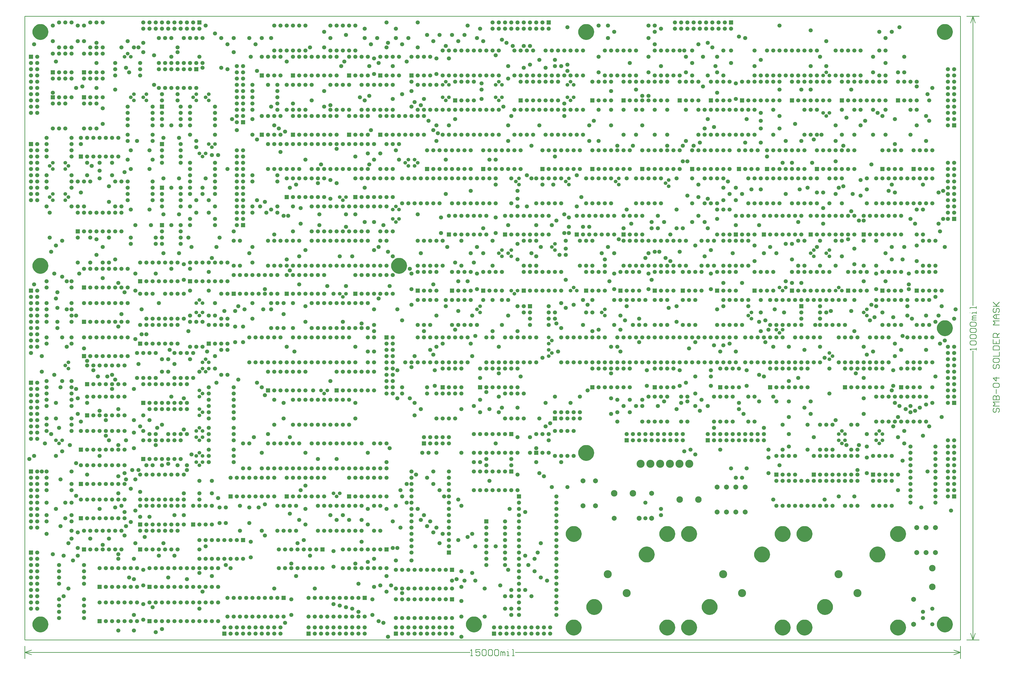
<source format=gbs>
*%FSLAX23Y23*%
*%MOIN*%
G01*
%ADD11C,0.005*%
%ADD12C,0.006*%
%ADD13C,0.007*%
%ADD14C,0.008*%
%ADD15C,0.010*%
%ADD16C,0.012*%
%ADD17C,0.015*%
%ADD18C,0.020*%
%ADD19C,0.030*%
%ADD20C,0.032*%
%ADD21C,0.036*%
%ADD22C,0.042*%
%ADD23C,0.050*%
%ADD24C,0.050*%
%ADD25C,0.052*%
%ADD26C,0.055*%
%ADD27C,0.056*%
%ADD28C,0.059*%
%ADD29C,0.062*%
%ADD30C,0.066*%
%ADD31C,0.070*%
%ADD32C,0.070*%
%ADD33C,0.075*%
%ADD34C,0.079*%
%ADD35C,0.090*%
%ADD36C,0.100*%
%ADD37C,0.104*%
%ADD38C,0.125*%
%ADD39C,0.129*%
%ADD40C,0.140*%
%ADD41C,0.160*%
%ADD42C,0.225*%
%ADD43C,0.229*%
%ADD44C,0.250*%
%ADD45C,0.250*%
%ADD46R,0.062X0.062*%
%ADD47R,0.066X0.066*%
%ADD48R,0.250X0.250*%
D15*
X17538Y6850D02*
X17555Y6867D01*
X17538Y6850D02*
Y6817D01*
X17555Y6800D01*
X17571D01*
X17588Y6817D01*
Y6850D01*
X17605Y6867D01*
X17621D01*
X17638Y6850D01*
Y6817D01*
X17621Y6800D01*
X17638Y6900D02*
X17538D01*
X17571Y6933D01*
X17538Y6967D01*
X17638D01*
Y7000D02*
X17538D01*
X17638D02*
Y7050D01*
X17621Y7067D01*
X17605D01*
X17588Y7050D01*
Y7000D01*
X17589D01*
X17588D02*
X17589D01*
X17588D02*
X17589D01*
X17588D02*
Y7050D01*
X17571Y7067D01*
X17555D01*
X17538Y7050D01*
Y7000D01*
X17588Y7100D02*
Y7167D01*
X17555Y7200D02*
X17538Y7217D01*
Y7250D01*
X17555Y7267D01*
X17621D01*
X17638Y7250D01*
Y7217D01*
X17621Y7200D01*
X17555D01*
X17538Y7350D02*
X17638D01*
X17588Y7300D02*
X17538Y7350D01*
X17588Y7366D02*
Y7300D01*
X17538Y7550D02*
X17555Y7566D01*
X17538Y7550D02*
Y7516D01*
X17555Y7500D01*
X17571D01*
X17588Y7516D01*
Y7550D01*
X17605Y7566D01*
X17621D01*
X17638Y7550D01*
Y7516D01*
X17621Y7500D01*
X17538Y7616D02*
Y7650D01*
Y7616D02*
X17555Y7600D01*
X17621D01*
X17638Y7616D01*
Y7650D01*
X17621Y7666D01*
X17555D01*
X17538Y7650D01*
Y7700D02*
X17638D01*
Y7766D01*
Y7800D02*
X17538D01*
X17638D02*
Y7850D01*
X17621Y7866D01*
X17555D01*
X17538Y7850D01*
Y7800D01*
Y7900D02*
Y7966D01*
Y7900D02*
X17638D01*
Y7966D01*
X17588Y7933D02*
Y7900D01*
X17638Y8000D02*
X17538D01*
Y8050D01*
X17555Y8066D01*
X17588D01*
X17605Y8050D01*
Y8000D01*
Y8033D02*
X17638Y8066D01*
Y8200D02*
X17538D01*
X17571Y8233D01*
X17538Y8266D01*
X17638D01*
Y8300D02*
X17571D01*
X17538Y8333D01*
X17571Y8366D01*
X17638D01*
X17588D01*
Y8300D01*
X17538Y8449D02*
X17555Y8466D01*
X17538Y8449D02*
Y8416D01*
X17555Y8399D01*
X17571D01*
X17588Y8416D01*
Y8449D01*
X17605Y8466D01*
X17621D01*
X17638Y8449D01*
Y8416D01*
X17621Y8399D01*
X17638Y8499D02*
X17538D01*
X17605D02*
X17638D01*
X17605D02*
X17538Y8566D01*
X17588Y8516D01*
X17638Y8566D01*
X17313Y13150D02*
X17113D01*
Y3150D02*
X17313D01*
X17013Y2950D02*
X9876D01*
X9150D02*
X2013D01*
Y13150D02*
X17013D01*
Y3150D02*
X2013D01*
X17213Y8513D02*
Y13150D01*
Y7787D02*
Y3150D01*
X17013Y3050D02*
Y2850D01*
X2013D02*
Y3050D01*
X17013Y3150D02*
Y13150D01*
X2013D02*
Y3150D01*
X17249Y13043D02*
X17213Y13150D01*
X17177Y13043D01*
X17249Y3257D02*
X17213Y3150D01*
X17177Y3257D01*
X17013Y2950D02*
X16906Y2914D01*
Y2986D02*
X17013Y2950D01*
X2120Y2914D02*
X2013Y2950D01*
X2120Y2986D01*
X9160Y2897D02*
X9193D01*
X9176D01*
Y2997D01*
X9177D01*
X9176D02*
X9160Y2980D01*
X9243Y2997D02*
X9310D01*
X9243D02*
Y2947D01*
X9276Y2963D01*
X9293D01*
X9310Y2947D01*
Y2913D01*
X9293Y2897D01*
X9260D01*
X9243Y2913D01*
X9343Y2980D02*
X9360Y2997D01*
X9393D01*
X9410Y2980D01*
Y2913D01*
X9393Y2897D01*
X9360D01*
X9343Y2913D01*
Y2980D01*
X9443D02*
X9460Y2997D01*
X9493D01*
X9510Y2980D01*
Y2913D01*
X9493Y2897D01*
X9460D01*
X9443Y2913D01*
Y2980D01*
X9543D02*
X9560Y2997D01*
X9593D01*
X9610Y2980D01*
Y2913D01*
X9593Y2897D01*
X9560D01*
X9543Y2913D01*
Y2980D01*
X9643Y2963D02*
Y2897D01*
Y2963D02*
X9660D01*
X9676Y2947D01*
Y2897D01*
Y2947D01*
X9693Y2963D01*
X9709Y2947D01*
Y2897D01*
X9743D02*
X9776D01*
X9759D01*
Y2963D01*
X9743D01*
X9759Y2997D02*
X9760D01*
X9826Y2897D02*
X9859D01*
X9843D01*
Y2997D01*
X9826D01*
X17266Y7797D02*
Y7830D01*
Y7813D01*
X17166D01*
X17167D01*
X17166D02*
X17183Y7797D01*
Y7880D02*
X17166Y7897D01*
Y7930D01*
X17183Y7947D01*
X17250D01*
X17266Y7930D01*
Y7897D01*
X17250Y7880D01*
X17183D01*
Y7980D02*
X17166Y7997D01*
Y8030D01*
X17183Y8047D01*
X17250D01*
X17266Y8030D01*
Y7997D01*
X17250Y7980D01*
X17183D01*
Y8080D02*
X17166Y8097D01*
Y8130D01*
X17183Y8147D01*
X17250D01*
X17266Y8130D01*
Y8097D01*
X17250Y8080D01*
X17183D01*
Y8180D02*
X17166Y8197D01*
Y8230D01*
X17183Y8247D01*
X17250D01*
X17266Y8230D01*
Y8197D01*
X17250Y8180D01*
X17183D01*
X17200Y8280D02*
X17266D01*
X17200D02*
Y8297D01*
X17216Y8313D01*
X17266D01*
X17216D01*
X17200Y8330D01*
X17216Y8346D01*
X17266D01*
Y8380D02*
Y8413D01*
Y8396D01*
X17200D01*
Y8380D01*
X17166Y8396D02*
X17167D01*
X17266Y8463D02*
Y8496D01*
Y8480D01*
X17166D01*
Y8463D01*
D28*
X15513Y8450D02*
D03*
X15463Y8400D02*
D03*
X15513Y8350D02*
D03*
X15713Y6500D02*
D03*
X15663Y6450D02*
D03*
X15763D02*
D03*
X15713Y6300D02*
D03*
X15763Y6350D02*
D03*
X15663D02*
D03*
X15113Y6500D02*
D03*
X15063Y6450D02*
D03*
X15163D02*
D03*
X15113Y6300D02*
D03*
X15163Y6350D02*
D03*
X15063D02*
D03*
X14863Y11550D02*
D03*
X14913Y11600D02*
D03*
X14813D02*
D03*
X14863Y12250D02*
D03*
X14813Y12200D02*
D03*
X14913D02*
D03*
X15063Y8800D02*
D03*
X15013Y8750D02*
D03*
X15113D02*
D03*
X14163D02*
D03*
X14213Y8800D02*
D03*
X14113D02*
D03*
X14863Y9350D02*
D03*
X14913Y9300D02*
D03*
Y9400D02*
D03*
X14613Y9350D02*
D03*
X14663Y9300D02*
D03*
Y9400D02*
D03*
X14963Y7700D02*
D03*
X14913Y7750D02*
D03*
Y7650D02*
D03*
X14113Y8075D02*
D03*
X14163Y8125D02*
D03*
X14063D02*
D03*
X13663Y8400D02*
D03*
X13613Y8350D02*
D03*
X13663Y8300D02*
D03*
X12288Y10475D02*
D03*
X12338Y10425D02*
D03*
Y10525D02*
D03*
X10763Y11800D02*
D03*
X10813Y11850D02*
D03*
X10713D02*
D03*
X10763Y12100D02*
D03*
X10713Y12050D02*
D03*
X10813D02*
D03*
X11488Y10500D02*
D03*
X11538Y10450D02*
D03*
Y10550D02*
D03*
X10688Y10500D02*
D03*
X10738Y10450D02*
D03*
Y10550D02*
D03*
X11313Y8450D02*
D03*
X11263Y8400D02*
D03*
X11313Y8350D02*
D03*
X10813Y8800D02*
D03*
X10763Y8750D02*
D03*
X10863D02*
D03*
X10513Y9400D02*
D03*
X10463Y9450D02*
D03*
X10513Y9500D02*
D03*
X10463Y7750D02*
D03*
X10413Y7800D02*
D03*
Y7700D02*
D03*
X10463Y7950D02*
D03*
X10413Y8000D02*
D03*
Y7900D02*
D03*
X9613Y11800D02*
D03*
X9663Y11850D02*
D03*
X9563D02*
D03*
X9613Y12100D02*
D03*
X9563Y12050D02*
D03*
X9663D02*
D03*
X9888Y10500D02*
D03*
X9938Y10450D02*
D03*
Y10550D02*
D03*
X9613Y9350D02*
D03*
X9663Y9300D02*
D03*
Y9400D02*
D03*
X9863Y8700D02*
D03*
X9913Y8750D02*
D03*
X9813D02*
D03*
X9763Y9350D02*
D03*
X9813Y9300D02*
D03*
Y9400D02*
D03*
X9313Y8500D02*
D03*
X9263Y8450D02*
D03*
X9313Y8400D02*
D03*
X8763Y11800D02*
D03*
X8813Y11850D02*
D03*
X8713D02*
D03*
X8763Y12100D02*
D03*
X8713Y12050D02*
D03*
X8813D02*
D03*
X8313Y10800D02*
D03*
X8263Y10850D02*
D03*
Y10750D02*
D03*
X8113Y10800D02*
D03*
X8163Y10750D02*
D03*
Y10850D02*
D03*
X7963Y10100D02*
D03*
X7913Y10050D02*
D03*
X8013D02*
D03*
X7963Y9850D02*
D03*
X8013Y9900D02*
D03*
X7913D02*
D03*
X7113Y10200D02*
D03*
X7163Y10250D02*
D03*
X7063D02*
D03*
X7113Y8650D02*
D03*
X7163Y8700D02*
D03*
X7063D02*
D03*
X6813Y7100D02*
D03*
X6863Y7150D02*
D03*
X6763D02*
D03*
X7013Y5450D02*
D03*
X7063Y5500D02*
D03*
X6963D02*
D03*
X4713Y11850D02*
D03*
X4763Y11800D02*
D03*
Y11900D02*
D03*
X4913Y11850D02*
D03*
X4963Y11800D02*
D03*
Y11900D02*
D03*
X5013Y11050D02*
D03*
X5063Y11100D02*
D03*
X4963D02*
D03*
X4863Y10900D02*
D03*
X4913Y10950D02*
D03*
X4813D02*
D03*
Y8600D02*
D03*
X4763Y8550D02*
D03*
X4863D02*
D03*
X4913Y7650D02*
D03*
X4863Y7600D02*
D03*
X4963D02*
D03*
X4913Y7450D02*
D03*
X4963Y7500D02*
D03*
X4863D02*
D03*
Y7100D02*
D03*
X4813Y7150D02*
D03*
Y7050D02*
D03*
Y8350D02*
D03*
X4863Y8400D02*
D03*
X4763D02*
D03*
X4863Y6800D02*
D03*
X4813Y6850D02*
D03*
Y6750D02*
D03*
Y6550D02*
D03*
X4763Y6500D02*
D03*
X4863D02*
D03*
X4813Y6350D02*
D03*
X4863Y6400D02*
D03*
X4763D02*
D03*
X4813Y5950D02*
D03*
X4863Y6000D02*
D03*
X4763D02*
D03*
X4813Y6150D02*
D03*
X4763Y6100D02*
D03*
X4863D02*
D03*
X3613Y12500D02*
D03*
X3663Y12550D02*
D03*
X3713Y12500D02*
D03*
X3913Y11850D02*
D03*
X3963Y11800D02*
D03*
Y11900D02*
D03*
X3713Y11850D02*
D03*
X3763Y11800D02*
D03*
Y11900D02*
D03*
X2713Y10750D02*
D03*
X2663Y10800D02*
D03*
Y10700D02*
D03*
X2713Y10250D02*
D03*
X2663Y10300D02*
D03*
Y10200D02*
D03*
Y7550D02*
D03*
X2713Y7500D02*
D03*
Y7600D02*
D03*
X2413Y10250D02*
D03*
X2463Y10200D02*
D03*
Y10300D02*
D03*
X2413Y10750D02*
D03*
X2463Y10700D02*
D03*
Y10800D02*
D03*
X2563Y6300D02*
D03*
X2613Y6350D02*
D03*
X2513D02*
D03*
D30*
X16938Y8450D02*
D03*
X16913Y8300D02*
D03*
X16738Y10350D02*
D03*
X16763Y9450D02*
D03*
X16688Y9700D02*
D03*
X16738Y9900D02*
D03*
X16763Y7950D02*
D03*
X16688Y7900D02*
D03*
X16713Y6725D02*
D03*
X16863Y5225D02*
D03*
X16663Y10325D02*
D03*
Y9825D02*
D03*
Y8350D02*
D03*
X16563Y12000D02*
D03*
X16488Y11900D02*
D03*
X16513Y11800D02*
D03*
Y11475D02*
D03*
X16613Y7375D02*
D03*
X16513Y6575D02*
D03*
X16488Y5850D02*
D03*
X16313Y12025D02*
D03*
X16413Y10450D02*
D03*
X16288Y9825D02*
D03*
X16463Y6925D02*
D03*
Y7800D02*
D03*
Y8350D02*
D03*
X16363Y6875D02*
D03*
X16388Y5275D02*
D03*
X16413Y6425D02*
D03*
X16288Y6825D02*
D03*
X16113Y9450D02*
D03*
X16188Y8850D02*
D03*
X16213Y9900D02*
D03*
X16088Y9250D02*
D03*
X16213Y6900D02*
D03*
X16238Y8300D02*
D03*
X16138Y6850D02*
D03*
X16163Y8350D02*
D03*
X16088Y8025D02*
D03*
Y6025D02*
D03*
X16213Y6800D02*
D03*
X16038Y12975D02*
D03*
X16013Y12250D02*
D03*
X15963Y10325D02*
D03*
X15913Y10450D02*
D03*
X16038Y6900D02*
D03*
X15913Y7150D02*
D03*
X15963Y6950D02*
D03*
X15938Y8325D02*
D03*
X16013Y6725D02*
D03*
X15938Y6575D02*
D03*
X15813Y12400D02*
D03*
X15763Y11550D02*
D03*
X15863Y10350D02*
D03*
X15813Y8900D02*
D03*
X15763Y8400D02*
D03*
X15688Y11600D02*
D03*
X15513Y10375D02*
D03*
X15588Y10775D02*
D03*
Y8525D02*
D03*
X15613Y7775D02*
D03*
X15638Y8325D02*
D03*
X15563Y8275D02*
D03*
X15513Y7725D02*
D03*
X15488Y11475D02*
D03*
X15463Y8900D02*
D03*
Y9875D02*
D03*
X15388D02*
D03*
X15463Y7350D02*
D03*
X15338Y7425D02*
D03*
X15313Y5450D02*
D03*
X15363Y5875D02*
D03*
X15388Y6275D02*
D03*
X15263Y11975D02*
D03*
X15188Y11525D02*
D03*
X15288Y10300D02*
D03*
X15263Y10025D02*
D03*
X15138Y11075D02*
D03*
Y10425D02*
D03*
X15213Y9575D02*
D03*
X15263Y8425D02*
D03*
X15188Y6275D02*
D03*
X15063Y10400D02*
D03*
X15013Y10825D02*
D03*
X14938Y8425D02*
D03*
X15013Y6675D02*
D03*
X14763Y12500D02*
D03*
X14788Y11250D02*
D03*
X14713Y10325D02*
D03*
X14813Y9825D02*
D03*
X14863Y8400D02*
D03*
X14713Y9450D02*
D03*
X14838Y7675D02*
D03*
X14763Y7850D02*
D03*
X14838Y5400D02*
D03*
X14613Y12925D02*
D03*
Y11975D02*
D03*
Y12350D02*
D03*
X14638Y10800D02*
D03*
X14663Y11175D02*
D03*
X14563Y10400D02*
D03*
X14688Y8200D02*
D03*
X14663Y6400D02*
D03*
X14463Y11975D02*
D03*
X14438Y10375D02*
D03*
X14363Y11425D02*
D03*
X14463Y8875D02*
D03*
X14413Y9850D02*
D03*
X14513Y7800D02*
D03*
X14413Y7350D02*
D03*
X14313Y10800D02*
D03*
X14163D02*
D03*
X14313Y8875D02*
D03*
X14213Y9500D02*
D03*
X14188Y8400D02*
D03*
X14213Y8900D02*
D03*
X14263Y7300D02*
D03*
X14113Y11975D02*
D03*
Y13000D02*
D03*
X14038Y8450D02*
D03*
X14063Y6975D02*
D03*
X14013Y7850D02*
D03*
Y7050D02*
D03*
X13938Y8125D02*
D03*
X14113Y5950D02*
D03*
X14013Y5400D02*
D03*
X13938Y6200D02*
D03*
X13913Y10900D02*
D03*
X13813Y10375D02*
D03*
Y11475D02*
D03*
X13788Y9800D02*
D03*
X13813Y8400D02*
D03*
X13788Y6975D02*
D03*
Y7400D02*
D03*
X13863Y7375D02*
D03*
X13888Y7925D02*
D03*
Y8275D02*
D03*
X13788Y8250D02*
D03*
X13863Y6550D02*
D03*
X13713Y12350D02*
D03*
X13563Y12800D02*
D03*
X13663Y10375D02*
D03*
X13588Y11500D02*
D03*
X13538Y6775D02*
D03*
X13513Y8875D02*
D03*
X13463Y12825D02*
D03*
X13413Y9800D02*
D03*
X13363Y9350D02*
D03*
X13413Y7775D02*
D03*
X13338Y12400D02*
D03*
Y12600D02*
D03*
X13288Y10500D02*
D03*
X13213Y10550D02*
D03*
Y8875D02*
D03*
Y8500D02*
D03*
X13313Y7900D02*
D03*
X13213Y7875D02*
D03*
X13163Y7775D02*
D03*
Y6200D02*
D03*
X13088Y12350D02*
D03*
X12963Y12725D02*
D03*
Y12200D02*
D03*
X13038Y12650D02*
D03*
X13113Y11925D02*
D03*
X13063Y11375D02*
D03*
X12963Y10225D02*
D03*
Y11500D02*
D03*
X13113Y9900D02*
D03*
X13013Y9400D02*
D03*
X13063Y7875D02*
D03*
X13013Y7375D02*
D03*
X13063Y6550D02*
D03*
X12888Y12025D02*
D03*
Y12500D02*
D03*
X12813Y12700D02*
D03*
X12913Y11350D02*
D03*
X12838Y11125D02*
D03*
X12913Y9300D02*
D03*
X12763Y9475D02*
D03*
Y7375D02*
D03*
Y7100D02*
D03*
Y7925D02*
D03*
X12838Y6825D02*
D03*
X12763Y6125D02*
D03*
X12713Y12400D02*
D03*
X12588Y12600D02*
D03*
X12738Y11075D02*
D03*
X12638Y10825D02*
D03*
Y10275D02*
D03*
X12563Y10825D02*
D03*
X12663Y7825D02*
D03*
X12613Y7275D02*
D03*
X12638Y6975D02*
D03*
X12688Y6200D02*
D03*
X12588Y6175D02*
D03*
X12513Y9375D02*
D03*
X12538Y6950D02*
D03*
X12463Y6850D02*
D03*
X12213Y12950D02*
D03*
Y12350D02*
D03*
X12363Y9225D02*
D03*
Y9650D02*
D03*
X12288Y9275D02*
D03*
X12338Y8475D02*
D03*
X12188Y9375D02*
D03*
X12263Y6975D02*
D03*
X12113Y13000D02*
D03*
Y12700D02*
D03*
X12013Y11875D02*
D03*
X12163Y9750D02*
D03*
X12113Y9375D02*
D03*
X12013Y9350D02*
D03*
X12063Y8925D02*
D03*
X12163Y6900D02*
D03*
X11963Y9275D02*
D03*
X11913Y11875D02*
D03*
X11813Y11975D02*
D03*
X11863Y8300D02*
D03*
Y7925D02*
D03*
X11913Y6650D02*
D03*
X11713Y12400D02*
D03*
X11738Y9825D02*
D03*
X11613Y9750D02*
D03*
X11638Y8275D02*
D03*
X11413Y11950D02*
D03*
X11538Y9575D02*
D03*
X11388Y8900D02*
D03*
X11563Y8125D02*
D03*
X11513Y7850D02*
D03*
X11563Y7775D02*
D03*
X11413Y7425D02*
D03*
X11513Y6650D02*
D03*
X11213Y13000D02*
D03*
X11313Y9150D02*
D03*
Y9250D02*
D03*
X11213Y8125D02*
D03*
X11138Y11475D02*
D03*
X11113Y8400D02*
D03*
X11013D02*
D03*
X11038Y8525D02*
D03*
X11063Y9775D02*
D03*
X11038Y7150D02*
D03*
X10938Y10250D02*
D03*
X10963Y9775D02*
D03*
X10813Y8525D02*
D03*
X10713Y12975D02*
D03*
Y12375D02*
D03*
Y12275D02*
D03*
X10663Y11550D02*
D03*
Y11750D02*
D03*
X10613Y12350D02*
D03*
X10663Y9975D02*
D03*
X10738Y9775D02*
D03*
X10688Y9325D02*
D03*
Y9425D02*
D03*
Y9550D02*
D03*
Y8925D02*
D03*
X10663Y9675D02*
D03*
X10688Y8475D02*
D03*
X10513Y12350D02*
D03*
Y12450D02*
D03*
Y10900D02*
D03*
X10488Y10450D02*
D03*
X10588Y9325D02*
D03*
X10538Y9875D02*
D03*
X10463Y9800D02*
D03*
X10563Y7775D02*
D03*
X10538Y8225D02*
D03*
X10438Y6625D02*
D03*
X10413Y6350D02*
D03*
X10388Y4100D02*
D03*
X10363Y12325D02*
D03*
X10313Y10450D02*
D03*
X10288Y9450D02*
D03*
X10213Y9800D02*
D03*
Y9300D02*
D03*
X10313Y7675D02*
D03*
X10263Y5825D02*
D03*
X10338Y5775D02*
D03*
X10363Y6575D02*
D03*
X10263Y6700D02*
D03*
X10213Y6225D02*
D03*
X10288Y4150D02*
D03*
X10238Y4550D02*
D03*
X10288Y4700D02*
D03*
X10113Y12675D02*
D03*
Y12375D02*
D03*
X10138Y11075D02*
D03*
Y10550D02*
D03*
Y9350D02*
D03*
Y3850D02*
D03*
X10188Y4250D02*
D03*
X10038Y5200D02*
D03*
Y3950D02*
D03*
X10088Y4350D02*
D03*
X10038Y4500D02*
D03*
X10188Y4450D02*
D03*
X10013Y12675D02*
D03*
Y12325D02*
D03*
X9838Y12675D02*
D03*
X9913Y10225D02*
D03*
X9963Y7375D02*
D03*
X9913Y6875D02*
D03*
X9813Y11550D02*
D03*
X9738Y12725D02*
D03*
X9763Y12350D02*
D03*
Y12150D02*
D03*
X9663Y12775D02*
D03*
X9688Y11700D02*
D03*
X9763Y9800D02*
D03*
X9663Y6875D02*
D03*
X9788Y5250D02*
D03*
X9763Y4275D02*
D03*
X9638Y4025D02*
D03*
X9563Y12525D02*
D03*
Y10450D02*
D03*
Y10850D02*
D03*
X9463D02*
D03*
X9613Y7425D02*
D03*
X9463Y6850D02*
D03*
X9563Y6300D02*
D03*
X9463Y5700D02*
D03*
X9563Y4650D02*
D03*
X9338Y11975D02*
D03*
X9363Y12750D02*
D03*
X9313Y12950D02*
D03*
X9263Y12800D02*
D03*
X9363Y8600D02*
D03*
Y9750D02*
D03*
X9413Y7125D02*
D03*
X9313Y7350D02*
D03*
X9263Y8200D02*
D03*
X9238Y8025D02*
D03*
Y4100D02*
D03*
Y4650D02*
D03*
X9113Y13000D02*
D03*
X9163Y10350D02*
D03*
X9213Y9200D02*
D03*
X9113Y8900D02*
D03*
X9163Y7900D02*
D03*
X9188Y8350D02*
D03*
Y7700D02*
D03*
Y4850D02*
D03*
Y4225D02*
D03*
X9113Y4800D02*
D03*
X9063Y4100D02*
D03*
X8913Y11500D02*
D03*
X8963Y8425D02*
D03*
Y8900D02*
D03*
X8913Y9200D02*
D03*
Y8125D02*
D03*
X9013Y5300D02*
D03*
X8963Y5400D02*
D03*
Y4750D02*
D03*
X8938Y4125D02*
D03*
X8863Y4100D02*
D03*
X9013Y3200D02*
D03*
X8763Y12675D02*
D03*
X8813Y12475D02*
D03*
Y11400D02*
D03*
X8763Y10850D02*
D03*
X8788Y9450D02*
D03*
X8713Y7900D02*
D03*
X8663Y5550D02*
D03*
X8738Y5450D02*
D03*
X8663Y4700D02*
D03*
X8713Y4850D02*
D03*
X8638Y11275D02*
D03*
X8563Y11325D02*
D03*
X8488Y11475D02*
D03*
X8563Y8850D02*
D03*
X8613Y7850D02*
D03*
X8563Y7725D02*
D03*
X8513Y7800D02*
D03*
X8563Y5650D02*
D03*
Y5850D02*
D03*
X8463Y5750D02*
D03*
X8613Y4950D02*
D03*
X8563Y4875D02*
D03*
X8513Y5050D02*
D03*
X8463Y4975D02*
D03*
X8363Y11725D02*
D03*
X8413Y11825D02*
D03*
X8263Y11775D02*
D03*
X8313Y9975D02*
D03*
X8363Y9350D02*
D03*
X8413Y8100D02*
D03*
X8263Y7700D02*
D03*
X8288Y5800D02*
D03*
X8413Y5150D02*
D03*
X8363Y5075D02*
D03*
X8313Y5250D02*
D03*
X8213Y12100D02*
D03*
X8138Y12425D02*
D03*
X8063Y11900D02*
D03*
X8188Y9100D02*
D03*
X8213Y8525D02*
D03*
X8188Y7025D02*
D03*
X8213Y7525D02*
D03*
X8063Y8275D02*
D03*
X8138Y5650D02*
D03*
Y5350D02*
D03*
X8063Y5450D02*
D03*
Y3900D02*
D03*
X7963Y12950D02*
D03*
X7913Y12350D02*
D03*
Y11825D02*
D03*
X7963Y11000D02*
D03*
X7988Y8450D02*
D03*
X7863Y8825D02*
D03*
X7988Y7025D02*
D03*
Y7475D02*
D03*
X7963Y5300D02*
D03*
X8038Y5550D02*
D03*
X7863Y6225D02*
D03*
X8038Y4950D02*
D03*
X7988Y4625D02*
D03*
X7888Y4025D02*
D03*
X7913Y4625D02*
D03*
Y5050D02*
D03*
X7838Y12725D02*
D03*
X7688Y12400D02*
D03*
X7838Y9375D02*
D03*
X7763Y9800D02*
D03*
X7688Y9450D02*
D03*
Y8625D02*
D03*
X7813Y6000D02*
D03*
Y5250D02*
D03*
X7713Y4025D02*
D03*
X7763Y3425D02*
D03*
X7838Y3200D02*
D03*
X7688Y3450D02*
D03*
X7538Y12350D02*
D03*
Y11875D02*
D03*
X7513Y10950D02*
D03*
X7563Y11325D02*
D03*
X7538Y10775D02*
D03*
X7613Y7775D02*
D03*
Y8100D02*
D03*
X7513Y7775D02*
D03*
X7613Y4450D02*
D03*
Y4000D02*
D03*
X7513Y4400D02*
D03*
X7463Y12950D02*
D03*
Y11800D02*
D03*
X7388Y11850D02*
D03*
X7463Y10400D02*
D03*
X7313Y10900D02*
D03*
Y9975D02*
D03*
X7463Y9850D02*
D03*
X7413Y8225D02*
D03*
Y4725D02*
D03*
Y5075D02*
D03*
X7313Y4375D02*
D03*
X7363Y4050D02*
D03*
Y3600D02*
D03*
X7263Y9300D02*
D03*
Y3650D02*
D03*
X7163Y12850D02*
D03*
X7138Y12425D02*
D03*
X7088Y12350D02*
D03*
X7163Y9975D02*
D03*
Y9775D02*
D03*
Y8825D02*
D03*
X7113Y8250D02*
D03*
X7213Y5075D02*
D03*
X7113Y5150D02*
D03*
X7163Y3675D02*
D03*
X6913Y11725D02*
D03*
Y12800D02*
D03*
X7013Y10475D02*
D03*
Y11025D02*
D03*
X6913Y10225D02*
D03*
Y10525D02*
D03*
X7063Y9300D02*
D03*
X6963Y8700D02*
D03*
X6913Y7300D02*
D03*
X7013Y6050D02*
D03*
Y5075D02*
D03*
X6963Y3725D02*
D03*
X6913Y5150D02*
D03*
X7063Y3700D02*
D03*
X6713Y10475D02*
D03*
X6763Y10775D02*
D03*
X6738Y9975D02*
D03*
X6863Y8825D02*
D03*
X6738Y9800D02*
D03*
X6713Y6050D02*
D03*
X6588Y12650D02*
D03*
X6638Y7150D02*
D03*
X6513Y5625D02*
D03*
X6588Y4500D02*
D03*
X6663Y3975D02*
D03*
X6313Y11750D02*
D03*
X6363Y10450D02*
D03*
X6413Y8850D02*
D03*
Y9300D02*
D03*
X6338Y7775D02*
D03*
X6438Y5550D02*
D03*
X6488Y4750D02*
D03*
X6413Y5075D02*
D03*
X6363Y4175D02*
D03*
X6388Y4700D02*
D03*
X6213Y12425D02*
D03*
X6263Y10400D02*
D03*
X6113Y10975D02*
D03*
X6188Y11300D02*
D03*
X6213Y9250D02*
D03*
X6263Y9075D02*
D03*
X6238Y9950D02*
D03*
X6163D02*
D03*
Y8375D02*
D03*
X6263Y6400D02*
D03*
Y5175D02*
D03*
X6288Y4375D02*
D03*
X6188Y3425D02*
D03*
X5963Y11700D02*
D03*
Y12800D02*
D03*
X5913Y12050D02*
D03*
X6013Y11400D02*
D03*
X6088Y11350D02*
D03*
X5963Y10050D02*
D03*
X6013Y9650D02*
D03*
X5963Y8450D02*
D03*
X5913Y6450D02*
D03*
X6013Y3975D02*
D03*
X5738Y12275D02*
D03*
X5888Y10000D02*
D03*
X5863Y10175D02*
D03*
X5788Y10100D02*
D03*
X5738Y10200D02*
D03*
Y11175D02*
D03*
X5863Y8775D02*
D03*
X5838Y8450D02*
D03*
X5863Y7075D02*
D03*
X5813Y7200D02*
D03*
X5738Y7275D02*
D03*
X5863Y5325D02*
D03*
X5763Y5275D02*
D03*
X5813Y4900D02*
D03*
X5863Y4825D02*
D03*
X5638Y12500D02*
D03*
X5613Y9350D02*
D03*
X5538Y8450D02*
D03*
X5688Y6400D02*
D03*
X5363Y12575D02*
D03*
X5413Y11325D02*
D03*
X5338Y11500D02*
D03*
X5388Y8425D02*
D03*
X5363Y9700D02*
D03*
X5438Y8500D02*
D03*
Y7325D02*
D03*
X5263Y12300D02*
D03*
X5163Y12325D02*
D03*
X5263Y10700D02*
D03*
X5213Y8425D02*
D03*
X5313Y4300D02*
D03*
X5238Y4350D02*
D03*
X5063Y12875D02*
D03*
X5013Y9275D02*
D03*
X4963Y9050D02*
D03*
X5088Y7275D02*
D03*
X4938Y7775D02*
D03*
X5113Y5425D02*
D03*
X5013Y4175D02*
D03*
X4863Y12325D02*
D03*
X4913Y13000D02*
D03*
X4813Y12500D02*
D03*
X4863Y10300D02*
D03*
Y10400D02*
D03*
X4913Y10550D02*
D03*
X4813Y7450D02*
D03*
Y5400D02*
D03*
Y4600D02*
D03*
X4913Y4650D02*
D03*
X4863Y3925D02*
D03*
X4813Y4225D02*
D03*
Y3650D02*
D03*
X4663Y9100D02*
D03*
X4638Y8100D02*
D03*
X4663Y7650D02*
D03*
X4563Y7025D02*
D03*
X4688Y6125D02*
D03*
X4563Y5500D02*
D03*
Y6525D02*
D03*
X4613Y5875D02*
D03*
Y5950D02*
D03*
X4563Y5150D02*
D03*
X4613Y4125D02*
D03*
X4463Y12575D02*
D03*
X4363Y12500D02*
D03*
Y11400D02*
D03*
Y10400D02*
D03*
Y9800D02*
D03*
Y9100D02*
D03*
Y7050D02*
D03*
X4413Y7575D02*
D03*
Y5150D02*
D03*
X4338Y7800D02*
D03*
X4313Y5975D02*
D03*
Y4150D02*
D03*
X4238Y4700D02*
D03*
X4213Y3325D02*
D03*
X4138Y6550D02*
D03*
X4088Y12050D02*
D03*
Y12525D02*
D03*
X4113Y9025D02*
D03*
X3963Y8050D02*
D03*
X4063Y5950D02*
D03*
X4113Y6275D02*
D03*
X3963Y5950D02*
D03*
X4013Y6675D02*
D03*
Y5125D02*
D03*
X4113Y3275D02*
D03*
X4063Y3675D02*
D03*
X3913Y12725D02*
D03*
Y12575D02*
D03*
X3838Y12650D02*
D03*
X3813Y11150D02*
D03*
X3788Y8750D02*
D03*
X3863Y8700D02*
D03*
X3888Y8450D02*
D03*
X3788Y9025D02*
D03*
X3888Y8050D02*
D03*
X3788Y7975D02*
D03*
X3838Y7575D02*
D03*
X3763Y7175D02*
D03*
X3863Y5525D02*
D03*
X3838Y5875D02*
D03*
X3788Y5725D02*
D03*
X3763Y6675D02*
D03*
X3863Y6575D02*
D03*
X3788Y5225D02*
D03*
X3938Y4800D02*
D03*
X3863Y5125D02*
D03*
X3788Y4700D02*
D03*
X3763Y4125D02*
D03*
Y3550D02*
D03*
X3688Y12250D02*
D03*
X3638Y12325D02*
D03*
X3613Y10650D02*
D03*
Y8725D02*
D03*
X3563Y8375D02*
D03*
X3738Y5875D02*
D03*
X3713Y5575D02*
D03*
X3638Y5725D02*
D03*
X3613Y5825D02*
D03*
X3638Y6350D02*
D03*
X3563Y5300D02*
D03*
X3713Y5040D02*
D03*
X3688Y4150D02*
D03*
X3638Y4975D02*
D03*
X3613Y5200D02*
D03*
Y4825D02*
D03*
X3463Y11975D02*
D03*
X3513Y8875D02*
D03*
X3463Y9250D02*
D03*
X3513Y6850D02*
D03*
X3463Y7325D02*
D03*
X3513Y8175D02*
D03*
X3413Y7400D02*
D03*
Y7175D02*
D03*
X3463Y5275D02*
D03*
X3513Y5775D02*
D03*
Y6275D02*
D03*
Y5500D02*
D03*
X3363Y6350D02*
D03*
X3513Y4525D02*
D03*
X3363Y4775D02*
D03*
X3213Y10675D02*
D03*
X3263Y8950D02*
D03*
X3338Y7375D02*
D03*
X3188D02*
D03*
X3313Y6675D02*
D03*
Y6425D02*
D03*
X3213Y6100D02*
D03*
Y6825D02*
D03*
X3263Y4675D02*
D03*
X3213Y5250D02*
D03*
X3163Y12000D02*
D03*
Y12400D02*
D03*
Y12725D02*
D03*
X3088Y10750D02*
D03*
X3063Y10500D02*
D03*
X3113Y7475D02*
D03*
X3013Y6950D02*
D03*
Y7625D02*
D03*
Y5800D02*
D03*
X3063Y4775D02*
D03*
X2938Y12025D02*
D03*
X2838Y12000D02*
D03*
X2913Y11100D02*
D03*
Y10325D02*
D03*
X2888Y9025D02*
D03*
X2963Y7825D02*
D03*
X2838Y7175D02*
D03*
Y8350D02*
D03*
Y5985D02*
D03*
X2913Y6650D02*
D03*
X2838Y5460D02*
D03*
X2863Y4500D02*
D03*
X2788Y4425D02*
D03*
X2613Y8975D02*
D03*
X2688Y8900D02*
D03*
Y8450D02*
D03*
X2613Y9550D02*
D03*
X2688Y7850D02*
D03*
X2613Y7300D02*
D03*
X2588Y7200D02*
D03*
X2613Y8000D02*
D03*
X2738Y6275D02*
D03*
X2613Y6175D02*
D03*
X2663Y5350D02*
D03*
X2588Y5725D02*
D03*
X2713Y3975D02*
D03*
X2763Y4900D02*
D03*
Y4775D02*
D03*
X2663Y5100D02*
D03*
X2638Y3850D02*
D03*
X2588Y4975D02*
D03*
X2638Y4500D02*
D03*
X2713Y4700D02*
D03*
X2513Y12425D02*
D03*
X2463Y11925D02*
D03*
X2538Y8725D02*
D03*
Y8475D02*
D03*
X2513Y9475D02*
D03*
X2488Y9025D02*
D03*
X2513Y8625D02*
D03*
X2438Y9375D02*
D03*
X2538Y8250D02*
D03*
X2513Y6950D02*
D03*
X2488Y7400D02*
D03*
X2538Y8150D02*
D03*
X2513Y6100D02*
D03*
X2563Y6550D02*
D03*
X2513Y6700D02*
D03*
X2438Y6450D02*
D03*
X2513Y5250D02*
D03*
X2463Y4525D02*
D03*
X2288Y7700D02*
D03*
Y7450D02*
D03*
Y5850D02*
D03*
X2338Y6300D02*
D03*
X2363Y5750D02*
D03*
Y4850D02*
D03*
X2163Y12700D02*
D03*
Y8850D02*
D03*
X2113Y7750D02*
D03*
X2163Y6100D02*
D03*
X2088Y6050D02*
D03*
X16813Y12300D02*
D03*
X16913D02*
D03*
X16813Y12200D02*
D03*
X16913D02*
D03*
X16813Y12100D02*
D03*
X16913D02*
D03*
X16813Y12000D02*
D03*
X16913D02*
D03*
X16813Y11900D02*
D03*
X16913D02*
D03*
X16813Y11800D02*
D03*
X16913D02*
D03*
X16813Y11700D02*
D03*
X16913D02*
D03*
X16813Y11600D02*
D03*
X16913D02*
D03*
X16813Y11500D02*
D03*
X16913D02*
D03*
X16813Y11400D02*
D03*
Y9900D02*
D03*
X16913Y10000D02*
D03*
X16813D02*
D03*
X16913Y10100D02*
D03*
X16813D02*
D03*
X16913Y10200D02*
D03*
X16813D02*
D03*
X16913Y10300D02*
D03*
X16813D02*
D03*
X16913Y10400D02*
D03*
X16813D02*
D03*
X16913Y10500D02*
D03*
X16813D02*
D03*
X16913Y10600D02*
D03*
X16813D02*
D03*
X16913Y10700D02*
D03*
X16813D02*
D03*
X16913Y10800D02*
D03*
X16813D02*
D03*
X16713Y8500D02*
D03*
Y8750D02*
D03*
X16813Y6950D02*
D03*
X16913Y7050D02*
D03*
X16813D02*
D03*
X16913Y7150D02*
D03*
X16813D02*
D03*
X16913Y7250D02*
D03*
X16813D02*
D03*
X16913Y7350D02*
D03*
X16813D02*
D03*
X16913Y7450D02*
D03*
X16813D02*
D03*
X16913Y7550D02*
D03*
X16813D02*
D03*
X16913Y7650D02*
D03*
X16813D02*
D03*
X16913Y7750D02*
D03*
X16813D02*
D03*
X16913Y7850D02*
D03*
X16813D02*
D03*
Y5450D02*
D03*
X16913Y5550D02*
D03*
X16813D02*
D03*
X16913Y5650D02*
D03*
X16813D02*
D03*
X16913Y5750D02*
D03*
X16813D02*
D03*
X16913Y5850D02*
D03*
X16813D02*
D03*
X16913Y5950D02*
D03*
X16813D02*
D03*
X16913Y6050D02*
D03*
X16813D02*
D03*
X16913Y6150D02*
D03*
X16813D02*
D03*
X16913Y6250D02*
D03*
X16813D02*
D03*
X16913Y6350D02*
D03*
X16813D02*
D03*
X15113Y11650D02*
D03*
Y11250D02*
D03*
X15313Y11650D02*
D03*
Y11250D02*
D03*
X15413Y11400D02*
D03*
Y11650D02*
D03*
X15613D02*
D03*
Y11250D02*
D03*
X16313Y11400D02*
D03*
Y11650D02*
D03*
X16213D02*
D03*
Y11250D02*
D03*
X15813Y11650D02*
D03*
Y11250D02*
D03*
X15613Y12500D02*
D03*
Y12250D02*
D03*
X16113Y12500D02*
D03*
Y12250D02*
D03*
Y11800D02*
D03*
X16213D02*
D03*
X16313D02*
D03*
Y12100D02*
D03*
X16213D02*
D03*
X16113D02*
D03*
X16013D02*
D03*
X15213Y11800D02*
D03*
X15313D02*
D03*
X15413D02*
D03*
X15513D02*
D03*
X15613D02*
D03*
X15713D02*
D03*
X15813D02*
D03*
Y12100D02*
D03*
X15713D02*
D03*
X15613D02*
D03*
X15513D02*
D03*
X15413D02*
D03*
X15313D02*
D03*
X15213D02*
D03*
X15113D02*
D03*
X15813Y12600D02*
D03*
Y12200D02*
D03*
X15713D02*
D03*
Y12600D02*
D03*
X15313Y12200D02*
D03*
Y12600D02*
D03*
X15213Y12200D02*
D03*
Y12600D02*
D03*
X15113Y12200D02*
D03*
Y12600D02*
D03*
X15413D02*
D03*
Y12200D02*
D03*
X15813Y12800D02*
D03*
X15913Y12900D02*
D03*
X15713D02*
D03*
X16463Y11550D02*
D03*
Y11150D02*
D03*
X15413Y10525D02*
D03*
Y10275D02*
D03*
X16413Y10050D02*
D03*
Y9650D02*
D03*
X16313Y10050D02*
D03*
Y9650D02*
D03*
X15863Y10700D02*
D03*
X15963D02*
D03*
X16063D02*
D03*
Y11000D02*
D03*
X15963D02*
D03*
X15863D02*
D03*
X15763D02*
D03*
X15963Y11100D02*
D03*
Y11500D02*
D03*
X16363Y10700D02*
D03*
X16463D02*
D03*
X16563D02*
D03*
Y11000D02*
D03*
X16463D02*
D03*
X16363D02*
D03*
X16263D02*
D03*
X16563Y10550D02*
D03*
Y10150D02*
D03*
X16463D02*
D03*
Y10550D02*
D03*
X16263Y10150D02*
D03*
Y10550D02*
D03*
X16163Y10150D02*
D03*
Y10550D02*
D03*
X15663Y10150D02*
D03*
Y10550D02*
D03*
X15513D02*
D03*
Y10150D02*
D03*
X15113Y10550D02*
D03*
Y10150D02*
D03*
X16363D02*
D03*
Y10550D02*
D03*
X15763Y10150D02*
D03*
Y10550D02*
D03*
X15863Y10150D02*
D03*
Y10550D02*
D03*
X15963Y10150D02*
D03*
Y10550D02*
D03*
X16063D02*
D03*
Y10150D02*
D03*
X15663Y8600D02*
D03*
Y8500D02*
D03*
X16163D02*
D03*
Y8600D02*
D03*
X16188Y9025D02*
D03*
Y8775D02*
D03*
X15113Y9300D02*
D03*
Y9550D02*
D03*
X15663Y8775D02*
D03*
Y9025D02*
D03*
X16313Y9475D02*
D03*
Y9225D02*
D03*
X15313Y9425D02*
D03*
Y9175D02*
D03*
X16063Y8600D02*
D03*
Y8200D02*
D03*
X15963Y8600D02*
D03*
Y8200D02*
D03*
X15863Y8750D02*
D03*
X15963D02*
D03*
X16063D02*
D03*
Y9050D02*
D03*
X15963D02*
D03*
X15863D02*
D03*
X15763D02*
D03*
X16413Y9150D02*
D03*
Y9550D02*
D03*
X16513D02*
D03*
Y9150D02*
D03*
X16613Y9550D02*
D03*
Y9150D02*
D03*
X16413Y8750D02*
D03*
X16513D02*
D03*
X16613D02*
D03*
Y9050D02*
D03*
X16513D02*
D03*
X16413D02*
D03*
X16313D02*
D03*
X15663Y9550D02*
D03*
Y9150D02*
D03*
X15463Y9550D02*
D03*
Y9150D02*
D03*
X15313Y8750D02*
D03*
X15413D02*
D03*
X15513D02*
D03*
Y9050D02*
D03*
X15413D02*
D03*
X15313D02*
D03*
X15213D02*
D03*
X15813Y9350D02*
D03*
X15913Y9250D02*
D03*
Y9450D02*
D03*
X15563Y9650D02*
D03*
X15663D02*
D03*
X15763D02*
D03*
X15863D02*
D03*
X15963D02*
D03*
X16063D02*
D03*
Y9950D02*
D03*
X15963D02*
D03*
X15863D02*
D03*
X15763D02*
D03*
X15663D02*
D03*
X15563D02*
D03*
X15463D02*
D03*
X16313Y8600D02*
D03*
Y8200D02*
D03*
X15313Y8600D02*
D03*
Y8100D02*
D03*
X15163Y8200D02*
D03*
Y8600D02*
D03*
X15863Y8200D02*
D03*
Y8600D02*
D03*
X16563Y6950D02*
D03*
Y7200D02*
D03*
X15463Y7850D02*
D03*
Y7600D02*
D03*
X15938Y7225D02*
D03*
Y7475D02*
D03*
X15863Y8000D02*
D03*
Y7600D02*
D03*
X16063Y7800D02*
D03*
X15963Y7900D02*
D03*
Y7700D02*
D03*
X15263Y7200D02*
D03*
X15363D02*
D03*
X15463D02*
D03*
X15563D02*
D03*
X15663D02*
D03*
X15763D02*
D03*
Y7500D02*
D03*
X15663D02*
D03*
X15563D02*
D03*
X15463D02*
D03*
X15363D02*
D03*
X15263D02*
D03*
X15163D02*
D03*
X16163Y8000D02*
D03*
Y7600D02*
D03*
X16263Y8000D02*
D03*
Y7600D02*
D03*
X16363Y8000D02*
D03*
Y7600D02*
D03*
X16463Y8000D02*
D03*
Y7600D02*
D03*
X16163Y7200D02*
D03*
X16263D02*
D03*
X16363D02*
D03*
Y7500D02*
D03*
X16263D02*
D03*
X16163D02*
D03*
X16063D02*
D03*
X15763Y8200D02*
D03*
Y8600D02*
D03*
X15463Y6775D02*
D03*
Y7025D02*
D03*
X16563Y8000D02*
D03*
Y7600D02*
D03*
X16513Y8200D02*
D03*
Y8600D02*
D03*
X16613Y8250D02*
D03*
Y8650D02*
D03*
X15163Y8000D02*
D03*
Y7600D02*
D03*
X15263D02*
D03*
Y8000D02*
D03*
X15763D02*
D03*
Y7600D02*
D03*
X15563Y8000D02*
D03*
Y7600D02*
D03*
X15363Y8000D02*
D03*
Y7600D02*
D03*
X15663D02*
D03*
Y8000D02*
D03*
X16413Y8200D02*
D03*
Y8600D02*
D03*
X15763Y7050D02*
D03*
Y6650D02*
D03*
X16013Y5550D02*
D03*
Y5800D02*
D03*
X15513Y5825D02*
D03*
Y6075D02*
D03*
X15163Y5300D02*
D03*
Y5700D02*
D03*
X15263Y5300D02*
D03*
Y5700D02*
D03*
X15363Y5300D02*
D03*
Y5700D02*
D03*
X15613D02*
D03*
Y5300D02*
D03*
X15713D02*
D03*
Y5700D02*
D03*
X15813D02*
D03*
Y5300D02*
D03*
X15913D02*
D03*
Y5700D02*
D03*
X15713Y5800D02*
D03*
X15813D02*
D03*
X15913D02*
D03*
Y6100D02*
D03*
X15813D02*
D03*
X15713D02*
D03*
X15613D02*
D03*
X16213Y6250D02*
D03*
X16613D02*
D03*
Y6150D02*
D03*
X16213D02*
D03*
X16613Y6050D02*
D03*
X16213D02*
D03*
X16613Y5950D02*
D03*
X16213D02*
D03*
X16613Y5850D02*
D03*
X16213D02*
D03*
Y5750D02*
D03*
X16613D02*
D03*
Y5650D02*
D03*
X16213D02*
D03*
X16613Y5550D02*
D03*
X16213D02*
D03*
X16613Y5450D02*
D03*
X16213D02*
D03*
X16613Y5350D02*
D03*
X16213D02*
D03*
X15513Y6250D02*
D03*
Y6450D02*
D03*
X15363Y6200D02*
D03*
Y6600D02*
D03*
X15263Y6200D02*
D03*
Y6600D02*
D03*
X15663Y7050D02*
D03*
Y6650D02*
D03*
X16113Y6500D02*
D03*
Y6300D02*
D03*
X16013Y6400D02*
D03*
X16463Y6650D02*
D03*
Y7050D02*
D03*
X16363Y6650D02*
D03*
Y7050D02*
D03*
X16263Y6650D02*
D03*
Y7050D02*
D03*
X16163Y6650D02*
D03*
Y7050D02*
D03*
X15963Y6650D02*
D03*
Y7050D02*
D03*
X16063Y6650D02*
D03*
Y7050D02*
D03*
X15863Y6650D02*
D03*
Y7050D02*
D03*
X16413Y3500D02*
D03*
Y3600D02*
D03*
X16563Y3400D02*
D03*
Y3650D02*
D03*
X14413Y11800D02*
D03*
X14513D02*
D03*
X14613D02*
D03*
X14713D02*
D03*
X14813D02*
D03*
X14913D02*
D03*
Y12100D02*
D03*
X14813D02*
D03*
X14713D02*
D03*
X14613D02*
D03*
X14513D02*
D03*
X14413D02*
D03*
X14313D02*
D03*
X13813Y11350D02*
D03*
Y11600D02*
D03*
X14113Y11550D02*
D03*
Y11350D02*
D03*
X14513Y11650D02*
D03*
Y11250D02*
D03*
X14613Y11650D02*
D03*
Y11250D02*
D03*
X13813Y12450D02*
D03*
Y12200D02*
D03*
X13613Y11800D02*
D03*
X13713D02*
D03*
X13813D02*
D03*
X13913D02*
D03*
X14013D02*
D03*
X14113D02*
D03*
Y12100D02*
D03*
X14013D02*
D03*
X13913D02*
D03*
X13813D02*
D03*
X13713D02*
D03*
X13613D02*
D03*
X13513D02*
D03*
X14413Y12200D02*
D03*
Y12600D02*
D03*
X14313D02*
D03*
Y12200D02*
D03*
X14213Y12600D02*
D03*
Y12200D02*
D03*
X14113Y12600D02*
D03*
Y12200D02*
D03*
X14013Y12600D02*
D03*
Y12200D02*
D03*
X13913Y12600D02*
D03*
Y12200D02*
D03*
X13713D02*
D03*
Y12600D02*
D03*
X14513Y12200D02*
D03*
Y12600D02*
D03*
X15013Y12200D02*
D03*
Y12600D02*
D03*
X14613Y12200D02*
D03*
Y12600D02*
D03*
X14713Y12200D02*
D03*
Y12600D02*
D03*
X14863Y12750D02*
D03*
Y12350D02*
D03*
X13713Y11250D02*
D03*
Y11650D02*
D03*
X14013Y11250D02*
D03*
Y11650D02*
D03*
X14713Y11250D02*
D03*
Y11650D02*
D03*
X15013Y11400D02*
D03*
Y11150D02*
D03*
X13813Y11125D02*
D03*
X13563D02*
D03*
X14813Y10325D02*
D03*
Y10075D02*
D03*
X14463Y11150D02*
D03*
X14213D02*
D03*
X15013Y10300D02*
D03*
Y10550D02*
D03*
X14913D02*
D03*
Y10150D02*
D03*
X14713Y10550D02*
D03*
Y10150D02*
D03*
X14613D02*
D03*
Y10550D02*
D03*
X14313D02*
D03*
Y10150D02*
D03*
X14213Y10300D02*
D03*
Y10550D02*
D03*
X13813Y10150D02*
D03*
Y10550D02*
D03*
X14813Y10700D02*
D03*
X14913D02*
D03*
X15013D02*
D03*
X15113D02*
D03*
X15213D02*
D03*
X15313D02*
D03*
Y11000D02*
D03*
X15213D02*
D03*
X15113D02*
D03*
X15013D02*
D03*
X14913D02*
D03*
X14813D02*
D03*
X14713D02*
D03*
X13613Y11250D02*
D03*
Y11650D02*
D03*
X13513Y11250D02*
D03*
Y11650D02*
D03*
X13913Y10150D02*
D03*
Y10550D02*
D03*
X14013Y10150D02*
D03*
Y10550D02*
D03*
X14113Y10150D02*
D03*
Y10550D02*
D03*
X13713D02*
D03*
Y10150D02*
D03*
X13613D02*
D03*
Y10550D02*
D03*
X14513Y10150D02*
D03*
Y10550D02*
D03*
X14413Y10150D02*
D03*
Y10550D02*
D03*
X14013Y10700D02*
D03*
X14113D02*
D03*
X14213D02*
D03*
X14313D02*
D03*
X14413D02*
D03*
X14513D02*
D03*
Y11000D02*
D03*
X14413D02*
D03*
X14313D02*
D03*
X14213D02*
D03*
X14113D02*
D03*
X14013D02*
D03*
X13913D02*
D03*
X13713Y9475D02*
D03*
Y9225D02*
D03*
X13813Y8750D02*
D03*
X13913D02*
D03*
X14013D02*
D03*
Y9050D02*
D03*
X13913D02*
D03*
X13813D02*
D03*
X13713D02*
D03*
X14413Y8750D02*
D03*
X14513D02*
D03*
X14613D02*
D03*
X14713D02*
D03*
X14813D02*
D03*
X14913D02*
D03*
Y9050D02*
D03*
X14813D02*
D03*
X14713D02*
D03*
X14613D02*
D03*
X14513D02*
D03*
X14413D02*
D03*
X14313D02*
D03*
X14463Y8400D02*
D03*
Y8300D02*
D03*
Y8200D02*
D03*
X14763D02*
D03*
Y8300D02*
D03*
Y8400D02*
D03*
Y8500D02*
D03*
X14713Y9650D02*
D03*
X14813D02*
D03*
X14913D02*
D03*
X15013D02*
D03*
X15113D02*
D03*
X15213D02*
D03*
X15313D02*
D03*
Y9950D02*
D03*
X15213D02*
D03*
X15113D02*
D03*
X15013D02*
D03*
X14913D02*
D03*
X14813D02*
D03*
X14713D02*
D03*
X14613D02*
D03*
X13963Y9650D02*
D03*
X14063D02*
D03*
X14163D02*
D03*
X14263D02*
D03*
X14363D02*
D03*
X14463D02*
D03*
Y9950D02*
D03*
X14363D02*
D03*
X14263D02*
D03*
X14163D02*
D03*
X14063D02*
D03*
X13963D02*
D03*
X13863D02*
D03*
X13513Y9150D02*
D03*
Y9550D02*
D03*
X14413D02*
D03*
Y9150D02*
D03*
X14313Y9500D02*
D03*
Y9250D02*
D03*
X13963Y9450D02*
D03*
X13863Y9350D02*
D03*
X14063D02*
D03*
X14863Y8600D02*
D03*
Y8200D02*
D03*
X14263Y8600D02*
D03*
Y8200D02*
D03*
X13813Y8600D02*
D03*
Y8100D02*
D03*
X13613Y8600D02*
D03*
Y8500D02*
D03*
X14563Y8600D02*
D03*
X14463D02*
D03*
X14763D02*
D03*
X14663D02*
D03*
X15013Y9550D02*
D03*
Y9150D02*
D03*
X14763D02*
D03*
Y9550D02*
D03*
X14513D02*
D03*
Y9150D02*
D03*
X15063Y8600D02*
D03*
Y8200D02*
D03*
X13613Y9150D02*
D03*
Y9550D02*
D03*
X13588Y7475D02*
D03*
Y7225D02*
D03*
X14263Y7850D02*
D03*
Y7600D02*
D03*
X14913Y7100D02*
D03*
Y7500D02*
D03*
X14163Y8000D02*
D03*
Y7600D02*
D03*
X15063D02*
D03*
Y8000D02*
D03*
X13563D02*
D03*
Y7600D02*
D03*
X13763D02*
D03*
Y8000D02*
D03*
X14063Y7600D02*
D03*
Y8000D02*
D03*
X13863Y7600D02*
D03*
Y8000D02*
D03*
X13963D02*
D03*
Y7600D02*
D03*
X14663Y8000D02*
D03*
Y7600D02*
D03*
X14063Y7200D02*
D03*
X14163D02*
D03*
X14263D02*
D03*
X14363D02*
D03*
X14463D02*
D03*
X14563D02*
D03*
Y7500D02*
D03*
X14463D02*
D03*
X14363D02*
D03*
X14263D02*
D03*
X14163D02*
D03*
X14063D02*
D03*
X13963D02*
D03*
X14763Y8000D02*
D03*
Y7600D02*
D03*
X13613Y7050D02*
D03*
Y6650D02*
D03*
X13713Y7050D02*
D03*
Y6650D02*
D03*
X14263Y6725D02*
D03*
Y6975D02*
D03*
X14963Y8200D02*
D03*
Y8600D02*
D03*
X14163Y8200D02*
D03*
Y8600D02*
D03*
X14063D02*
D03*
Y8200D02*
D03*
X13963D02*
D03*
Y8600D02*
D03*
X13513Y8200D02*
D03*
Y8600D02*
D03*
X14363Y8200D02*
D03*
Y8600D02*
D03*
X13663Y8000D02*
D03*
Y7600D02*
D03*
X14563Y8000D02*
D03*
Y7600D02*
D03*
X14463D02*
D03*
Y8000D02*
D03*
X14363D02*
D03*
Y7600D02*
D03*
X15063Y5450D02*
D03*
Y5700D02*
D03*
X14663Y6100D02*
D03*
X14763D02*
D03*
X14863D02*
D03*
X14963D02*
D03*
X15063D02*
D03*
X15163D02*
D03*
X15263D02*
D03*
X15363D02*
D03*
Y5800D02*
D03*
X15263D02*
D03*
X15163D02*
D03*
X15063D02*
D03*
X14963D02*
D03*
X14863D02*
D03*
X14763D02*
D03*
X13938Y5825D02*
D03*
Y6075D02*
D03*
X13413Y5750D02*
D03*
X13513D02*
D03*
X14163Y6600D02*
D03*
Y6200D02*
D03*
X14563D02*
D03*
Y6600D02*
D03*
X14663Y5700D02*
D03*
Y5300D02*
D03*
X14763Y5700D02*
D03*
Y5300D02*
D03*
X14863Y5700D02*
D03*
Y5300D02*
D03*
X14963D02*
D03*
Y5700D02*
D03*
X14763Y6200D02*
D03*
Y6600D02*
D03*
X14963D02*
D03*
Y6200D02*
D03*
X14563Y5700D02*
D03*
Y5300D02*
D03*
X14463Y5700D02*
D03*
Y5300D02*
D03*
X14163D02*
D03*
Y5700D02*
D03*
X14063Y5300D02*
D03*
Y5700D02*
D03*
X14263Y6250D02*
D03*
Y6450D02*
D03*
X14863Y6200D02*
D03*
Y6600D02*
D03*
X14363Y5300D02*
D03*
Y5700D02*
D03*
X14263D02*
D03*
Y5300D02*
D03*
X14163Y5800D02*
D03*
X14263D02*
D03*
X14363D02*
D03*
Y6100D02*
D03*
X14263D02*
D03*
X14163D02*
D03*
X14063D02*
D03*
X14513Y6875D02*
D03*
X14613Y6775D02*
D03*
Y6975D02*
D03*
X12113Y11650D02*
D03*
Y11250D02*
D03*
X12313Y11650D02*
D03*
Y11250D02*
D03*
X12613Y11650D02*
D03*
Y11150D02*
D03*
X13013Y11650D02*
D03*
Y11250D02*
D03*
X13313Y11650D02*
D03*
Y11250D02*
D03*
X13338Y12950D02*
D03*
X13238Y13050D02*
D03*
Y12950D02*
D03*
X13138Y13050D02*
D03*
Y12950D02*
D03*
X13038Y13050D02*
D03*
Y12950D02*
D03*
X12938Y13050D02*
D03*
Y12950D02*
D03*
X12838Y13050D02*
D03*
Y12950D02*
D03*
X12738Y13050D02*
D03*
Y12950D02*
D03*
X12638Y13050D02*
D03*
Y12950D02*
D03*
X12538Y13050D02*
D03*
Y12950D02*
D03*
X12438Y13050D02*
D03*
Y12950D02*
D03*
X13413Y12075D02*
D03*
Y11825D02*
D03*
X12013Y12500D02*
D03*
Y12250D02*
D03*
X12613Y12500D02*
D03*
Y12250D02*
D03*
X13113Y12500D02*
D03*
Y12250D02*
D03*
Y11800D02*
D03*
X13213D02*
D03*
X13313D02*
D03*
Y12100D02*
D03*
X13213D02*
D03*
X13113D02*
D03*
X13013D02*
D03*
X12613Y11800D02*
D03*
X12713D02*
D03*
X12813D02*
D03*
Y12100D02*
D03*
X12713D02*
D03*
X12613D02*
D03*
X12513D02*
D03*
X12213Y12600D02*
D03*
Y12200D02*
D03*
X12313Y12600D02*
D03*
Y12200D02*
D03*
X12713D02*
D03*
Y12600D02*
D03*
X13213Y12200D02*
D03*
Y12600D02*
D03*
X12413Y12200D02*
D03*
Y12600D02*
D03*
X12513D02*
D03*
Y12200D02*
D03*
X12113Y12900D02*
D03*
X12013Y13000D02*
D03*
Y12800D02*
D03*
X12113Y12200D02*
D03*
Y12600D02*
D03*
X12563Y11075D02*
D03*
X12313D02*
D03*
X12813Y11250D02*
D03*
Y11650D02*
D03*
X12913Y11250D02*
D03*
Y11650D02*
D03*
X13113Y11250D02*
D03*
Y11650D02*
D03*
X13213Y11250D02*
D03*
Y11650D02*
D03*
X13413Y11250D02*
D03*
Y11650D02*
D03*
X13563Y10700D02*
D03*
X13663D02*
D03*
X13763D02*
D03*
Y11000D02*
D03*
X13663D02*
D03*
X13563D02*
D03*
X13463D02*
D03*
X12213Y10150D02*
D03*
Y10550D02*
D03*
X12813Y10700D02*
D03*
X12913D02*
D03*
X13013D02*
D03*
X13113D02*
D03*
X13213D02*
D03*
X13313D02*
D03*
Y11000D02*
D03*
X13213D02*
D03*
X13113D02*
D03*
X13013D02*
D03*
X12913D02*
D03*
X12813D02*
D03*
X12713D02*
D03*
Y10150D02*
D03*
Y10550D02*
D03*
X12813Y10250D02*
D03*
Y10450D02*
D03*
X13313Y10300D02*
D03*
X13213Y10400D02*
D03*
Y10200D02*
D03*
X13513Y10300D02*
D03*
X13413Y10400D02*
D03*
Y10200D02*
D03*
X13113Y10050D02*
D03*
Y9650D02*
D03*
X12463Y10550D02*
D03*
Y10050D02*
D03*
X12113Y10550D02*
D03*
Y10150D02*
D03*
X12013Y10550D02*
D03*
Y10150D02*
D03*
X12913Y10550D02*
D03*
Y10150D02*
D03*
X13013D02*
D03*
Y10550D02*
D03*
X13113D02*
D03*
Y10150D02*
D03*
X13213Y10050D02*
D03*
Y9650D02*
D03*
X11963Y8600D02*
D03*
Y8200D02*
D03*
X12463Y8250D02*
D03*
Y8500D02*
D03*
X13113Y8200D02*
D03*
Y8450D02*
D03*
X12013Y8775D02*
D03*
Y9025D02*
D03*
X13013Y8775D02*
D03*
Y9025D02*
D03*
X13213Y8750D02*
D03*
X13313D02*
D03*
X13413D02*
D03*
Y9050D02*
D03*
X13313D02*
D03*
X13213D02*
D03*
X13113D02*
D03*
X12213Y8750D02*
D03*
X12313D02*
D03*
X12413D02*
D03*
Y9050D02*
D03*
X12313D02*
D03*
X12213D02*
D03*
X12113D02*
D03*
X12663Y8750D02*
D03*
X12763D02*
D03*
X12863D02*
D03*
Y9050D02*
D03*
X12763D02*
D03*
X12663D02*
D03*
X12563D02*
D03*
X12863Y9150D02*
D03*
Y9550D02*
D03*
X12313D02*
D03*
Y9150D02*
D03*
X12413D02*
D03*
Y9550D02*
D03*
X12613D02*
D03*
Y9150D02*
D03*
X13513Y9650D02*
D03*
X13613D02*
D03*
X13713D02*
D03*
Y9950D02*
D03*
X13613D02*
D03*
X13513D02*
D03*
X13413D02*
D03*
X12213Y9550D02*
D03*
Y9150D02*
D03*
X12013Y9550D02*
D03*
Y9150D02*
D03*
X12113D02*
D03*
Y9550D02*
D03*
X12163Y9950D02*
D03*
X12063Y9850D02*
D03*
X12263D02*
D03*
X12813Y9950D02*
D03*
X12713Y9850D02*
D03*
X12913D02*
D03*
X12063Y9750D02*
D03*
X12463D02*
D03*
X12963D02*
D03*
X12563D02*
D03*
X12513Y9550D02*
D03*
Y9150D02*
D03*
X13313Y8600D02*
D03*
Y8200D02*
D03*
X13413Y8600D02*
D03*
Y8200D02*
D03*
Y9550D02*
D03*
Y9150D02*
D03*
X13313Y9550D02*
D03*
Y9150D02*
D03*
X13213Y9550D02*
D03*
Y9150D02*
D03*
X13063Y9550D02*
D03*
Y9150D02*
D03*
X12963Y9550D02*
D03*
Y9150D02*
D03*
X13313Y9650D02*
D03*
Y10050D02*
D03*
X12538Y7050D02*
D03*
Y6650D02*
D03*
X12638Y7050D02*
D03*
Y6650D02*
D03*
X12763Y8200D02*
D03*
Y8600D02*
D03*
X12313Y8200D02*
D03*
Y8600D02*
D03*
X12213Y8200D02*
D03*
Y8600D02*
D03*
X12113Y8200D02*
D03*
Y8600D02*
D03*
X13413Y8000D02*
D03*
Y7600D02*
D03*
X13013Y8000D02*
D03*
Y7600D02*
D03*
X12913Y8000D02*
D03*
Y7600D02*
D03*
X12813Y8000D02*
D03*
Y7600D02*
D03*
X12513Y7475D02*
D03*
Y7225D02*
D03*
X12963Y6900D02*
D03*
X12763D02*
D03*
X12863Y7000D02*
D03*
X11988Y7225D02*
D03*
Y7475D02*
D03*
X13013Y7225D02*
D03*
Y7475D02*
D03*
X13263Y7200D02*
D03*
X13363D02*
D03*
X13463D02*
D03*
Y7500D02*
D03*
X13363D02*
D03*
X13263D02*
D03*
X13163D02*
D03*
X12213Y7200D02*
D03*
X12313D02*
D03*
X12413D02*
D03*
Y7500D02*
D03*
X12313D02*
D03*
X12213D02*
D03*
X12113D02*
D03*
X12413Y8000D02*
D03*
Y7600D02*
D03*
X12613Y8000D02*
D03*
Y7600D02*
D03*
X12713Y8000D02*
D03*
Y7600D02*
D03*
X12013D02*
D03*
Y8000D02*
D03*
X13213Y8200D02*
D03*
Y8600D02*
D03*
X12663Y8200D02*
D03*
Y8600D02*
D03*
X12563Y8200D02*
D03*
Y8600D02*
D03*
X13463Y6850D02*
D03*
Y6950D02*
D03*
X12113Y8000D02*
D03*
Y7600D02*
D03*
X12213Y8000D02*
D03*
Y7600D02*
D03*
X12313Y8000D02*
D03*
Y7600D02*
D03*
X12513Y8000D02*
D03*
Y7600D02*
D03*
X13313Y8000D02*
D03*
Y7600D02*
D03*
X13213Y8000D02*
D03*
Y7600D02*
D03*
X13113Y8000D02*
D03*
Y7600D02*
D03*
X12963Y6450D02*
D03*
X13063Y6350D02*
D03*
Y6450D02*
D03*
X13163Y6350D02*
D03*
Y6450D02*
D03*
X13263Y6350D02*
D03*
Y6450D02*
D03*
X13363Y6350D02*
D03*
Y6450D02*
D03*
X13463Y6350D02*
D03*
Y6450D02*
D03*
X13563Y6350D02*
D03*
Y6450D02*
D03*
X13663Y6350D02*
D03*
Y6450D02*
D03*
X13763Y6350D02*
D03*
Y6450D02*
D03*
X13863Y6350D02*
D03*
Y6450D02*
D03*
X13588Y5900D02*
D03*
X13338D02*
D03*
X12013Y6650D02*
D03*
Y7050D02*
D03*
X12313Y6650D02*
D03*
Y7050D02*
D03*
X13063Y6650D02*
D03*
Y7050D02*
D03*
X13363Y6650D02*
D03*
Y7050D02*
D03*
X12113Y6650D02*
D03*
Y7050D02*
D03*
X12213Y6650D02*
D03*
Y7050D02*
D03*
X13263Y6650D02*
D03*
Y7050D02*
D03*
X13163Y6650D02*
D03*
Y7050D02*
D03*
X11963Y5350D02*
D03*
Y5100D02*
D03*
X12213Y5250D02*
D03*
Y5150D02*
D03*
X10863Y11250D02*
D03*
Y11650D02*
D03*
X10763D02*
D03*
Y11250D02*
D03*
X10663Y11650D02*
D03*
Y11250D02*
D03*
X11213Y11650D02*
D03*
Y11150D02*
D03*
X11413Y11400D02*
D03*
Y11650D02*
D03*
X11613D02*
D03*
Y11250D02*
D03*
X11813Y11650D02*
D03*
Y11250D02*
D03*
X11913Y11400D02*
D03*
Y11650D02*
D03*
X11463Y12900D02*
D03*
X11363Y13000D02*
D03*
Y12800D02*
D03*
X10413Y12950D02*
D03*
X10313Y13050D02*
D03*
Y12950D02*
D03*
X10213Y13050D02*
D03*
Y12950D02*
D03*
X10113Y13050D02*
D03*
Y12950D02*
D03*
X10013Y13050D02*
D03*
Y12950D02*
D03*
X9913Y13050D02*
D03*
Y12950D02*
D03*
X9813Y13050D02*
D03*
Y12950D02*
D03*
X9713Y13050D02*
D03*
Y12950D02*
D03*
X9613Y13050D02*
D03*
Y12950D02*
D03*
X9513Y13050D02*
D03*
Y12950D02*
D03*
X11213Y12500D02*
D03*
Y12250D02*
D03*
X10963Y12600D02*
D03*
Y12200D02*
D03*
X10763D02*
D03*
Y12600D02*
D03*
X10563Y12200D02*
D03*
Y12600D02*
D03*
X10663Y12200D02*
D03*
Y12600D02*
D03*
X10463D02*
D03*
Y12200D02*
D03*
X10863Y12600D02*
D03*
Y12200D02*
D03*
X11713Y11800D02*
D03*
X11813D02*
D03*
X11913D02*
D03*
X12013D02*
D03*
X12113D02*
D03*
X12213D02*
D03*
X12313D02*
D03*
Y12100D02*
D03*
X12213D02*
D03*
X12113D02*
D03*
X12013D02*
D03*
X11913D02*
D03*
X11813D02*
D03*
X11713D02*
D03*
X11613D02*
D03*
X11213Y11800D02*
D03*
X11313D02*
D03*
X11413D02*
D03*
Y12100D02*
D03*
X11313D02*
D03*
X11213D02*
D03*
X11113D02*
D03*
X11513Y12200D02*
D03*
Y12600D02*
D03*
X11713D02*
D03*
Y12200D02*
D03*
X11813D02*
D03*
Y12600D02*
D03*
X11313Y12200D02*
D03*
Y12600D02*
D03*
X11413D02*
D03*
Y12200D02*
D03*
X11613Y12600D02*
D03*
Y12200D02*
D03*
X10963Y11250D02*
D03*
Y11650D02*
D03*
X10563Y11250D02*
D03*
Y11650D02*
D03*
X10463Y11250D02*
D03*
Y11650D02*
D03*
X11063Y11400D02*
D03*
Y11150D02*
D03*
X11763Y11075D02*
D03*
X11513D02*
D03*
X10863Y10600D02*
D03*
Y10100D02*
D03*
X11213Y10700D02*
D03*
X11313D02*
D03*
X11413D02*
D03*
X11513D02*
D03*
X11613D02*
D03*
X11713D02*
D03*
Y11000D02*
D03*
X11613D02*
D03*
X11513D02*
D03*
X11413D02*
D03*
X11313D02*
D03*
X11213D02*
D03*
X11113D02*
D03*
X12013Y10700D02*
D03*
X12113D02*
D03*
X12213D02*
D03*
X12313D02*
D03*
X12413D02*
D03*
X12513D02*
D03*
Y11000D02*
D03*
X12413D02*
D03*
X12313D02*
D03*
X12213D02*
D03*
X12113D02*
D03*
X12013D02*
D03*
X11913D02*
D03*
X10613Y10150D02*
D03*
Y10550D02*
D03*
X11413Y10150D02*
D03*
Y10550D02*
D03*
X11813D02*
D03*
Y10150D02*
D03*
X11013Y10550D02*
D03*
Y10150D02*
D03*
X11663Y10550D02*
D03*
Y10050D02*
D03*
X10513Y10550D02*
D03*
Y10150D02*
D03*
X10413Y10550D02*
D03*
Y10150D02*
D03*
X11113D02*
D03*
Y10550D02*
D03*
X11213D02*
D03*
Y10150D02*
D03*
X11313Y10550D02*
D03*
Y10150D02*
D03*
X11913D02*
D03*
Y10550D02*
D03*
X11663Y8600D02*
D03*
Y8500D02*
D03*
X11113Y8600D02*
D03*
Y8100D02*
D03*
X11563Y8350D02*
D03*
Y8600D02*
D03*
X10738Y9925D02*
D03*
Y9675D02*
D03*
X11463Y8775D02*
D03*
Y9025D02*
D03*
X11663Y8750D02*
D03*
X11763D02*
D03*
X11863D02*
D03*
Y9050D02*
D03*
X11763D02*
D03*
X11663D02*
D03*
X11563D02*
D03*
X11113Y8750D02*
D03*
X11213D02*
D03*
X11313D02*
D03*
Y9050D02*
D03*
X11213D02*
D03*
X11113D02*
D03*
X11013D02*
D03*
X10613Y8550D02*
D03*
Y8150D02*
D03*
X10913Y9550D02*
D03*
Y9150D02*
D03*
X10963Y9650D02*
D03*
X11063D02*
D03*
X11163D02*
D03*
X11263D02*
D03*
X11363D02*
D03*
X11463D02*
D03*
Y9950D02*
D03*
X11363D02*
D03*
X11263D02*
D03*
X11163D02*
D03*
X11063D02*
D03*
X10963D02*
D03*
X10863D02*
D03*
X11713Y9650D02*
D03*
X11813D02*
D03*
X11913D02*
D03*
Y9950D02*
D03*
X11813D02*
D03*
X11713D02*
D03*
X11613D02*
D03*
X11363Y9450D02*
D03*
X11263Y9350D02*
D03*
X11463D02*
D03*
X11613Y9550D02*
D03*
Y9150D02*
D03*
X11713D02*
D03*
Y9550D02*
D03*
X11813D02*
D03*
Y9150D02*
D03*
X11913Y9550D02*
D03*
Y9150D02*
D03*
X11013Y9550D02*
D03*
Y9150D02*
D03*
X11113Y9550D02*
D03*
Y9150D02*
D03*
X11863Y8600D02*
D03*
Y8200D02*
D03*
X11763D02*
D03*
Y8600D02*
D03*
X11413Y7850D02*
D03*
Y7600D02*
D03*
X11513Y6800D02*
D03*
Y7000D02*
D03*
X11613Y6900D02*
D03*
X11913Y8000D02*
D03*
Y7600D02*
D03*
X11413Y6775D02*
D03*
Y7025D02*
D03*
X10913Y8000D02*
D03*
Y7600D02*
D03*
X10813D02*
D03*
Y8000D02*
D03*
X10713Y7600D02*
D03*
Y8000D02*
D03*
X10613D02*
D03*
Y7600D02*
D03*
X11813Y6900D02*
D03*
X11713Y7000D02*
D03*
Y6800D02*
D03*
X10963Y8200D02*
D03*
Y8600D02*
D03*
X11463Y8200D02*
D03*
Y8600D02*
D03*
X10513Y8400D02*
D03*
Y8300D02*
D03*
X11213Y7200D02*
D03*
X11313D02*
D03*
X11413D02*
D03*
X11513D02*
D03*
X11613D02*
D03*
X11713D02*
D03*
Y7500D02*
D03*
X11613D02*
D03*
X11513D02*
D03*
X11413D02*
D03*
X11313D02*
D03*
X11213D02*
D03*
X11113D02*
D03*
X11013Y7600D02*
D03*
Y8000D02*
D03*
X10913Y7050D02*
D03*
X10513D02*
D03*
X10763Y6950D02*
D03*
X10363D02*
D03*
X11913Y6900D02*
D03*
Y7000D02*
D03*
X11513Y8000D02*
D03*
Y7600D02*
D03*
X11613D02*
D03*
Y8000D02*
D03*
X11713D02*
D03*
Y7600D02*
D03*
X11813Y8000D02*
D03*
Y7600D02*
D03*
X11313D02*
D03*
Y8000D02*
D03*
X11213D02*
D03*
Y7600D02*
D03*
X11113Y8000D02*
D03*
Y7600D02*
D03*
X11663Y6450D02*
D03*
X11763Y6350D02*
D03*
Y6450D02*
D03*
X11863Y6350D02*
D03*
Y6450D02*
D03*
X11963Y6350D02*
D03*
Y6450D02*
D03*
X12063Y6350D02*
D03*
Y6450D02*
D03*
X12163Y6350D02*
D03*
Y6450D02*
D03*
X12263Y6350D02*
D03*
Y6450D02*
D03*
X12363Y6350D02*
D03*
Y6450D02*
D03*
X12463Y6350D02*
D03*
Y6450D02*
D03*
X12563Y6350D02*
D03*
Y6450D02*
D03*
X10713Y5600D02*
D03*
X10463D02*
D03*
X10713Y6500D02*
D03*
Y6100D02*
D03*
X10613D02*
D03*
Y6500D02*
D03*
X10813D02*
D03*
Y6100D02*
D03*
X10513Y6500D02*
D03*
Y6100D02*
D03*
X10613Y6000D02*
D03*
X10213D02*
D03*
X10513Y6800D02*
D03*
X10613Y6700D02*
D03*
Y6800D02*
D03*
X10713Y6700D02*
D03*
Y6800D02*
D03*
X10813Y6700D02*
D03*
Y6800D02*
D03*
X10913Y6700D02*
D03*
Y6800D02*
D03*
X8913Y11650D02*
D03*
Y11250D02*
D03*
X9013Y11650D02*
D03*
Y11250D02*
D03*
X9513D02*
D03*
Y11650D02*
D03*
X9613D02*
D03*
Y11250D02*
D03*
X9863Y11650D02*
D03*
Y11250D02*
D03*
X10263Y12450D02*
D03*
Y12200D02*
D03*
X9338Y12075D02*
D03*
Y11825D02*
D03*
X10263Y11400D02*
D03*
Y11650D02*
D03*
X9413Y12600D02*
D03*
Y12200D02*
D03*
X9213Y12600D02*
D03*
Y12200D02*
D03*
X9313Y12600D02*
D03*
Y12200D02*
D03*
X8913Y12100D02*
D03*
X9013D02*
D03*
X9113D02*
D03*
X9213D02*
D03*
Y11800D02*
D03*
X9113D02*
D03*
X9013D02*
D03*
X9613Y12200D02*
D03*
Y12600D02*
D03*
X9863Y12200D02*
D03*
Y12600D02*
D03*
X10063D02*
D03*
Y12200D02*
D03*
X10363Y12600D02*
D03*
Y12200D02*
D03*
X10063Y11800D02*
D03*
X10163D02*
D03*
X10263D02*
D03*
X10363D02*
D03*
X10463D02*
D03*
X10563D02*
D03*
Y12100D02*
D03*
X10463D02*
D03*
X10363D02*
D03*
X10263D02*
D03*
X10163D02*
D03*
X10063D02*
D03*
X9963D02*
D03*
X9513Y12600D02*
D03*
Y12200D02*
D03*
X8963Y12750D02*
D03*
X9063Y12850D02*
D03*
X8863D02*
D03*
X9963Y12600D02*
D03*
Y12200D02*
D03*
X10163Y12600D02*
D03*
Y12200D02*
D03*
X9113Y12600D02*
D03*
Y12200D02*
D03*
X9013D02*
D03*
Y12600D02*
D03*
X8913Y12200D02*
D03*
Y12600D02*
D03*
X9213Y11250D02*
D03*
Y11650D02*
D03*
X9113Y11250D02*
D03*
Y11650D02*
D03*
X9313Y11250D02*
D03*
Y11650D02*
D03*
X9413Y11250D02*
D03*
Y11650D02*
D03*
X9963Y11250D02*
D03*
Y11650D02*
D03*
X10063Y11250D02*
D03*
Y11650D02*
D03*
X10163Y11250D02*
D03*
Y11650D02*
D03*
X10363Y11250D02*
D03*
Y11650D02*
D03*
X9763Y11400D02*
D03*
Y11150D02*
D03*
X10063Y10600D02*
D03*
Y10100D02*
D03*
X9463Y10700D02*
D03*
X9563D02*
D03*
X9663D02*
D03*
X9763D02*
D03*
X9863D02*
D03*
X9963D02*
D03*
Y11000D02*
D03*
X9863D02*
D03*
X9763D02*
D03*
X9663D02*
D03*
X9563D02*
D03*
X9463D02*
D03*
X9363D02*
D03*
X10413Y10700D02*
D03*
X10513D02*
D03*
X10613D02*
D03*
X10713D02*
D03*
X10813D02*
D03*
X10913D02*
D03*
Y11000D02*
D03*
X10813D02*
D03*
X10713D02*
D03*
X10613D02*
D03*
X10513D02*
D03*
X10413D02*
D03*
X10313D02*
D03*
X9813Y10150D02*
D03*
Y10550D02*
D03*
X9563D02*
D03*
Y10150D02*
D03*
X10213Y10550D02*
D03*
Y10150D02*
D03*
X9263Y10550D02*
D03*
Y10150D02*
D03*
X9913Y10350D02*
D03*
Y10100D02*
D03*
X8863Y10550D02*
D03*
Y10150D02*
D03*
X8963Y10550D02*
D03*
Y10150D02*
D03*
X9063Y10550D02*
D03*
Y10150D02*
D03*
X9163D02*
D03*
Y10550D02*
D03*
X9463D02*
D03*
Y10150D02*
D03*
X9363D02*
D03*
Y10550D02*
D03*
X10313Y10150D02*
D03*
Y10550D02*
D03*
X9813Y9650D02*
D03*
X9913D02*
D03*
X10013D02*
D03*
X10113D02*
D03*
X10213D02*
D03*
X10313D02*
D03*
X10413D02*
D03*
Y9950D02*
D03*
X10313D02*
D03*
X10213D02*
D03*
X10113D02*
D03*
X10013D02*
D03*
X9913D02*
D03*
X9813D02*
D03*
X9713D02*
D03*
X9513Y8600D02*
D03*
Y8100D02*
D03*
X9563Y9675D02*
D03*
Y9925D02*
D03*
X9013Y9550D02*
D03*
Y9150D02*
D03*
X9263Y9450D02*
D03*
X9163Y9350D02*
D03*
X9363D02*
D03*
X9513Y9150D02*
D03*
Y9550D02*
D03*
X10213Y9150D02*
D03*
Y9550D02*
D03*
X9763Y8350D02*
D03*
Y8600D02*
D03*
X9263Y8775D02*
D03*
Y9025D02*
D03*
X9913Y9500D02*
D03*
Y9250D02*
D03*
X10113Y8400D02*
D03*
Y8300D02*
D03*
Y8200D02*
D03*
X10413D02*
D03*
Y8300D02*
D03*
Y8400D02*
D03*
Y8500D02*
D03*
X10013D02*
D03*
Y8400D02*
D03*
X9913Y8500D02*
D03*
Y8100D02*
D03*
X10113Y8750D02*
D03*
X10213D02*
D03*
X10313D02*
D03*
X10413D02*
D03*
X10513D02*
D03*
X10613D02*
D03*
Y9050D02*
D03*
X10513D02*
D03*
X10413D02*
D03*
X10313D02*
D03*
X10213D02*
D03*
X10113D02*
D03*
X10013D02*
D03*
X9463Y8750D02*
D03*
X9563D02*
D03*
X9663D02*
D03*
Y9050D02*
D03*
X9563D02*
D03*
X9463D02*
D03*
X9363D02*
D03*
X8963Y8750D02*
D03*
X9063D02*
D03*
X9163D02*
D03*
Y9050D02*
D03*
X9063D02*
D03*
X8963D02*
D03*
X8863D02*
D03*
X9063Y8600D02*
D03*
Y8200D02*
D03*
X8963Y8600D02*
D03*
Y8200D02*
D03*
X10113Y9550D02*
D03*
Y9150D02*
D03*
X10013Y9550D02*
D03*
Y9150D02*
D03*
X8863Y8200D02*
D03*
Y8600D02*
D03*
X9163Y8200D02*
D03*
Y8600D02*
D03*
X9613Y7850D02*
D03*
Y7600D02*
D03*
X9013Y6850D02*
D03*
Y7100D02*
D03*
X9613Y6800D02*
D03*
Y7050D02*
D03*
X9713Y7100D02*
D03*
Y6700D02*
D03*
X10213Y7600D02*
D03*
Y8000D02*
D03*
X10113Y7600D02*
D03*
Y8000D02*
D03*
X10013Y7600D02*
D03*
Y8000D02*
D03*
X9663Y8200D02*
D03*
Y8600D02*
D03*
X9113Y8000D02*
D03*
Y7600D02*
D03*
X9413Y7200D02*
D03*
X9513D02*
D03*
X9613D02*
D03*
X9713D02*
D03*
X9813D02*
D03*
X9913D02*
D03*
Y7500D02*
D03*
X9813D02*
D03*
X9713D02*
D03*
X9613D02*
D03*
X9513D02*
D03*
X9413D02*
D03*
X9313D02*
D03*
X8913Y8000D02*
D03*
Y7600D02*
D03*
X9013Y8000D02*
D03*
Y7600D02*
D03*
X9413Y8000D02*
D03*
Y7600D02*
D03*
X9513D02*
D03*
Y8000D02*
D03*
X9713Y7600D02*
D03*
Y8000D02*
D03*
X9813D02*
D03*
Y7600D02*
D03*
X9913Y8000D02*
D03*
Y7600D02*
D03*
X10013Y6700D02*
D03*
Y7100D02*
D03*
X9913Y6700D02*
D03*
Y7100D02*
D03*
X9813Y6700D02*
D03*
Y7100D02*
D03*
X8913Y6700D02*
D03*
Y7100D02*
D03*
X9213Y6900D02*
D03*
X9313Y6800D02*
D03*
Y7000D02*
D03*
X9913Y5800D02*
D03*
Y5550D02*
D03*
X9713Y5850D02*
D03*
X9613D02*
D03*
X9513D02*
D03*
X9413D02*
D03*
X9313D02*
D03*
X9213D02*
D03*
Y5550D02*
D03*
X9313D02*
D03*
X9413D02*
D03*
X9513D02*
D03*
X9613D02*
D03*
X9713D02*
D03*
X9813D02*
D03*
Y5950D02*
D03*
X9413D02*
D03*
Y6050D02*
D03*
X9813D02*
D03*
X9913Y6400D02*
D03*
Y6150D02*
D03*
X9713Y6450D02*
D03*
X9613D02*
D03*
X9513D02*
D03*
X9413D02*
D03*
X9313D02*
D03*
X9213D02*
D03*
Y6150D02*
D03*
X9313D02*
D03*
X9413D02*
D03*
X9513D02*
D03*
X9613D02*
D03*
X9713D02*
D03*
X9813D02*
D03*
X9313Y6000D02*
D03*
X9213D02*
D03*
X10313Y6150D02*
D03*
X10413D02*
D03*
Y6450D02*
D03*
X10313D02*
D03*
X10213D02*
D03*
X10113Y6150D02*
D03*
Y6400D02*
D03*
X8613Y6150D02*
D03*
X9013D02*
D03*
X9938Y5350D02*
D03*
Y5250D02*
D03*
Y5150D02*
D03*
Y5050D02*
D03*
Y4950D02*
D03*
Y4850D02*
D03*
Y4750D02*
D03*
Y4650D02*
D03*
Y4550D02*
D03*
Y4450D02*
D03*
Y4350D02*
D03*
Y4250D02*
D03*
Y4150D02*
D03*
Y4050D02*
D03*
Y3950D02*
D03*
Y3850D02*
D03*
Y3750D02*
D03*
Y3650D02*
D03*
Y3550D02*
D03*
X10538D02*
D03*
Y3650D02*
D03*
Y3750D02*
D03*
Y3850D02*
D03*
Y3950D02*
D03*
Y4050D02*
D03*
Y4150D02*
D03*
Y4250D02*
D03*
Y4350D02*
D03*
Y4450D02*
D03*
Y4550D02*
D03*
Y4650D02*
D03*
Y4750D02*
D03*
Y4850D02*
D03*
Y4950D02*
D03*
Y5050D02*
D03*
Y5150D02*
D03*
Y5250D02*
D03*
Y5350D02*
D03*
Y5450D02*
D03*
X9713Y5050D02*
D03*
Y4950D02*
D03*
Y4850D02*
D03*
Y4750D02*
D03*
Y4650D02*
D03*
Y4550D02*
D03*
Y4450D02*
D03*
Y4350D02*
D03*
X9413D02*
D03*
Y4450D02*
D03*
Y4550D02*
D03*
Y4650D02*
D03*
Y4750D02*
D03*
Y4850D02*
D03*
Y4950D02*
D03*
X9813Y3850D02*
D03*
Y3950D02*
D03*
X8763Y3800D02*
D03*
X8663D02*
D03*
X8563D02*
D03*
X8463D02*
D03*
X8363D02*
D03*
X8263D02*
D03*
X8163D02*
D03*
X8063D02*
D03*
X7963D02*
D03*
Y3500D02*
D03*
X8063D02*
D03*
X8163D02*
D03*
X8263D02*
D03*
X8363D02*
D03*
X8463D02*
D03*
X8563D02*
D03*
X8663D02*
D03*
X8763D02*
D03*
X8863D02*
D03*
X8763Y4275D02*
D03*
X8663D02*
D03*
X8563D02*
D03*
X8463D02*
D03*
X8363D02*
D03*
X8263D02*
D03*
X8163D02*
D03*
X8063D02*
D03*
X7963D02*
D03*
Y3975D02*
D03*
X8063D02*
D03*
X8163D02*
D03*
X8263D02*
D03*
X8363D02*
D03*
X8463D02*
D03*
X8563D02*
D03*
X8663D02*
D03*
X8763D02*
D03*
X8863D02*
D03*
X9013Y4250D02*
D03*
Y4000D02*
D03*
X9538Y3350D02*
D03*
X9638Y3250D02*
D03*
Y3350D02*
D03*
X9738Y3250D02*
D03*
Y3350D02*
D03*
X9838Y3250D02*
D03*
Y3350D02*
D03*
X9938Y3250D02*
D03*
Y3350D02*
D03*
X10038Y3250D02*
D03*
Y3350D02*
D03*
X10138Y3250D02*
D03*
Y3350D02*
D03*
X10238Y3250D02*
D03*
Y3350D02*
D03*
X10338Y3250D02*
D03*
Y3350D02*
D03*
X10438Y3250D02*
D03*
Y3350D02*
D03*
X9813Y3650D02*
D03*
Y3550D02*
D03*
X9713Y3650D02*
D03*
Y3850D02*
D03*
X9388Y3525D02*
D03*
Y3975D02*
D03*
X9013Y3775D02*
D03*
Y3525D02*
D03*
X8813Y11250D02*
D03*
Y11650D02*
D03*
X7813Y12650D02*
D03*
Y13050D02*
D03*
X8313Y12650D02*
D03*
Y13050D02*
D03*
X7613Y12475D02*
D03*
Y12225D02*
D03*
X8613Y12475D02*
D03*
Y12225D02*
D03*
X8213Y11950D02*
D03*
Y11700D02*
D03*
X8313Y12050D02*
D03*
Y11650D02*
D03*
X8513D02*
D03*
Y12050D02*
D03*
X7613Y11650D02*
D03*
Y12050D02*
D03*
X7813Y12200D02*
D03*
X7913D02*
D03*
X8013D02*
D03*
Y12500D02*
D03*
X7913D02*
D03*
X7813D02*
D03*
X7713D02*
D03*
X7413Y11650D02*
D03*
Y12050D02*
D03*
X7313Y12600D02*
D03*
Y13000D02*
D03*
X7563Y12700D02*
D03*
X7663Y12800D02*
D03*
X7463D02*
D03*
X8063Y12700D02*
D03*
X8163Y12800D02*
D03*
X7963D02*
D03*
X7913Y12050D02*
D03*
Y11650D02*
D03*
X8613Y12050D02*
D03*
Y11650D02*
D03*
X8563Y12750D02*
D03*
X8663Y12850D02*
D03*
X8463D02*
D03*
X8713Y12600D02*
D03*
Y12200D02*
D03*
X7513Y11650D02*
D03*
Y12050D02*
D03*
X7713D02*
D03*
Y11650D02*
D03*
X7813Y12050D02*
D03*
Y11650D02*
D03*
X8813Y12600D02*
D03*
Y12200D02*
D03*
X8413Y12050D02*
D03*
Y11650D02*
D03*
X8313Y12200D02*
D03*
X8413D02*
D03*
X8513D02*
D03*
Y12500D02*
D03*
X8413D02*
D03*
X8313D02*
D03*
X8213D02*
D03*
X8713Y11250D02*
D03*
Y11650D02*
D03*
X8763Y10300D02*
D03*
Y10550D02*
D03*
X7713Y10950D02*
D03*
Y10700D02*
D03*
X8013Y10850D02*
D03*
Y11100D02*
D03*
X7613Y10850D02*
D03*
Y11100D02*
D03*
Y9850D02*
D03*
Y10100D02*
D03*
X8613Y11400D02*
D03*
Y11150D02*
D03*
X7413Y10250D02*
D03*
X7513D02*
D03*
X7613D02*
D03*
X7713D02*
D03*
X7813D02*
D03*
X7913D02*
D03*
Y10550D02*
D03*
X7813D02*
D03*
X7713D02*
D03*
X7613D02*
D03*
X7513D02*
D03*
X7413D02*
D03*
X7313D02*
D03*
X7813Y11250D02*
D03*
X7913D02*
D03*
X8013D02*
D03*
X8113D02*
D03*
X8213D02*
D03*
X8313D02*
D03*
X8413D02*
D03*
Y11550D02*
D03*
X8313D02*
D03*
X8213D02*
D03*
X8113D02*
D03*
X8013D02*
D03*
X7913D02*
D03*
X7813D02*
D03*
X7713D02*
D03*
X7913Y11100D02*
D03*
Y10700D02*
D03*
X7813Y11100D02*
D03*
Y10700D02*
D03*
X7513Y11100D02*
D03*
Y10700D02*
D03*
X8563D02*
D03*
X8663D02*
D03*
X8763D02*
D03*
X8863D02*
D03*
X8963D02*
D03*
X9063D02*
D03*
X9163D02*
D03*
Y11000D02*
D03*
X9063D02*
D03*
X8963D02*
D03*
X8863D02*
D03*
X8763D02*
D03*
X8663D02*
D03*
X8563D02*
D03*
X8463D02*
D03*
X8363Y10550D02*
D03*
Y10150D02*
D03*
X8463D02*
D03*
Y10550D02*
D03*
X8563D02*
D03*
Y10150D02*
D03*
X8663Y10550D02*
D03*
Y10150D02*
D03*
X8263D02*
D03*
Y10550D02*
D03*
X8163D02*
D03*
Y10150D02*
D03*
X8063D02*
D03*
Y10550D02*
D03*
X7713Y10100D02*
D03*
Y9700D02*
D03*
X7313Y11100D02*
D03*
Y10700D02*
D03*
X7413Y11100D02*
D03*
Y10700D02*
D03*
X7313Y10100D02*
D03*
Y9700D02*
D03*
X7413Y10100D02*
D03*
Y9700D02*
D03*
X8613Y8350D02*
D03*
Y8600D02*
D03*
X8763D02*
D03*
Y8500D02*
D03*
X8688Y9675D02*
D03*
Y9925D02*
D03*
X8913Y9650D02*
D03*
X9013D02*
D03*
X9113D02*
D03*
X9213D02*
D03*
X9313D02*
D03*
X9413D02*
D03*
Y9950D02*
D03*
X9313D02*
D03*
X9213D02*
D03*
X9113D02*
D03*
X9013D02*
D03*
X8913D02*
D03*
X8813D02*
D03*
X7913Y9300D02*
D03*
Y9700D02*
D03*
X8213Y8775D02*
D03*
Y9025D02*
D03*
X8413Y8750D02*
D03*
X8513D02*
D03*
X8613D02*
D03*
Y9050D02*
D03*
X8513D02*
D03*
X8413D02*
D03*
X8313D02*
D03*
X7613Y9400D02*
D03*
Y9150D02*
D03*
Y8200D02*
D03*
Y8450D02*
D03*
X7413Y8700D02*
D03*
X7513D02*
D03*
X7613D02*
D03*
X7713D02*
D03*
X7813D02*
D03*
X7913D02*
D03*
Y9000D02*
D03*
X7813D02*
D03*
X7713D02*
D03*
X7613D02*
D03*
X7513D02*
D03*
X7413D02*
D03*
X7313D02*
D03*
X8713Y9550D02*
D03*
Y9150D02*
D03*
X8613Y9550D02*
D03*
Y9150D02*
D03*
X8513Y9550D02*
D03*
Y9150D02*
D03*
X8413Y9550D02*
D03*
Y9150D02*
D03*
X8313D02*
D03*
Y9550D02*
D03*
X7813Y9700D02*
D03*
Y10100D02*
D03*
X7313Y8550D02*
D03*
Y8150D02*
D03*
X7413Y8550D02*
D03*
Y8150D02*
D03*
X7513Y9700D02*
D03*
Y10100D02*
D03*
Y9550D02*
D03*
Y9150D02*
D03*
X7413Y9550D02*
D03*
Y9150D02*
D03*
X7313Y9550D02*
D03*
Y9150D02*
D03*
X7713D02*
D03*
Y9550D02*
D03*
X7813D02*
D03*
Y9150D02*
D03*
X8313Y8200D02*
D03*
Y8600D02*
D03*
X7913Y8000D02*
D03*
X7813Y7900D02*
D03*
X7913D02*
D03*
X7813Y7800D02*
D03*
X7913D02*
D03*
X7813Y7700D02*
D03*
X7913D02*
D03*
X7813Y7600D02*
D03*
X7913D02*
D03*
X7813Y7500D02*
D03*
X7913D02*
D03*
X7813Y7400D02*
D03*
X7913D02*
D03*
X7813Y7300D02*
D03*
X7913D02*
D03*
X7813Y7200D02*
D03*
X7913D02*
D03*
X7813Y7100D02*
D03*
X7913D02*
D03*
X7313Y7850D02*
D03*
Y7600D02*
D03*
Y6700D02*
D03*
Y6950D02*
D03*
X8263Y6750D02*
D03*
Y6950D02*
D03*
X8363Y6850D02*
D03*
X8313Y8000D02*
D03*
Y7600D02*
D03*
X8588Y7225D02*
D03*
Y7475D02*
D03*
X8113Y7600D02*
D03*
X8213D02*
D03*
X8463Y7100D02*
D03*
X8063D02*
D03*
X8463Y7200D02*
D03*
X8063D02*
D03*
X7613Y7600D02*
D03*
Y8000D02*
D03*
X7513Y7600D02*
D03*
Y8000D02*
D03*
Y8150D02*
D03*
Y8550D02*
D03*
X8813Y7200D02*
D03*
X8913D02*
D03*
X9013D02*
D03*
Y7500D02*
D03*
X8913D02*
D03*
X8813D02*
D03*
X8713D02*
D03*
Y8000D02*
D03*
Y7600D02*
D03*
X8613Y8000D02*
D03*
Y7600D02*
D03*
X8513Y8000D02*
D03*
Y7600D02*
D03*
X8413D02*
D03*
Y8000D02*
D03*
X8513Y8200D02*
D03*
Y8600D02*
D03*
X8413Y8200D02*
D03*
Y8600D02*
D03*
X8813Y8000D02*
D03*
Y7600D02*
D03*
X7513Y6150D02*
D03*
Y5900D02*
D03*
X7613Y6300D02*
D03*
Y5900D02*
D03*
X7413Y5300D02*
D03*
Y4900D02*
D03*
X7813Y6300D02*
D03*
Y5900D02*
D03*
X7713Y6300D02*
D03*
Y5900D02*
D03*
X7413Y6300D02*
D03*
Y5900D02*
D03*
X7313Y6300D02*
D03*
Y5900D02*
D03*
X7713Y5300D02*
D03*
Y4900D02*
D03*
X8813Y6700D02*
D03*
Y7100D02*
D03*
X8713Y6700D02*
D03*
Y7100D02*
D03*
X8613Y6700D02*
D03*
Y7100D02*
D03*
X8488Y6150D02*
D03*
X8388D02*
D03*
X8413Y6400D02*
D03*
X8513Y6300D02*
D03*
Y6400D02*
D03*
X8613Y6300D02*
D03*
Y6400D02*
D03*
X8713Y6300D02*
D03*
Y6400D02*
D03*
X8813Y6300D02*
D03*
Y6400D02*
D03*
X7513Y5000D02*
D03*
Y5250D02*
D03*
X7313Y4900D02*
D03*
Y5300D02*
D03*
X7613Y4900D02*
D03*
Y5300D02*
D03*
X7463Y3525D02*
D03*
X7363D02*
D03*
X7263D02*
D03*
X7163D02*
D03*
X7063D02*
D03*
X6963D02*
D03*
X6863D02*
D03*
X6763D02*
D03*
X6663D02*
D03*
X6563D02*
D03*
Y3825D02*
D03*
X6663D02*
D03*
X6763D02*
D03*
X6863D02*
D03*
X6963D02*
D03*
X7063D02*
D03*
X7163D02*
D03*
X7263D02*
D03*
X7363D02*
D03*
X8813Y4650D02*
D03*
Y4750D02*
D03*
Y4850D02*
D03*
Y4950D02*
D03*
Y5050D02*
D03*
Y5150D02*
D03*
Y5250D02*
D03*
Y5350D02*
D03*
Y5450D02*
D03*
Y5550D02*
D03*
Y5650D02*
D03*
Y5750D02*
D03*
Y5850D02*
D03*
X8213D02*
D03*
Y5750D02*
D03*
Y5650D02*
D03*
Y5550D02*
D03*
Y5450D02*
D03*
Y5350D02*
D03*
Y5250D02*
D03*
Y5150D02*
D03*
Y5050D02*
D03*
Y4950D02*
D03*
Y4850D02*
D03*
Y4750D02*
D03*
Y4650D02*
D03*
Y4550D02*
D03*
X7713Y4600D02*
D03*
X7613D02*
D03*
X7513D02*
D03*
X7413D02*
D03*
X7313D02*
D03*
X7213D02*
D03*
X7113D02*
D03*
Y4300D02*
D03*
X7213D02*
D03*
X7313D02*
D03*
X7413D02*
D03*
X7513D02*
D03*
X7613D02*
D03*
X7713D02*
D03*
X7813D02*
D03*
X7963Y4425D02*
D03*
X8213D02*
D03*
X7813Y3925D02*
D03*
Y4175D02*
D03*
X7963Y3350D02*
D03*
X8063Y3250D02*
D03*
Y3350D02*
D03*
X8163Y3250D02*
D03*
Y3350D02*
D03*
X8263Y3250D02*
D03*
Y3350D02*
D03*
X8363Y3250D02*
D03*
Y3350D02*
D03*
X8463Y3250D02*
D03*
Y3350D02*
D03*
X8563Y3250D02*
D03*
Y3350D02*
D03*
X8663Y3250D02*
D03*
Y3350D02*
D03*
X8763Y3250D02*
D03*
Y3350D02*
D03*
X8863Y3250D02*
D03*
Y3350D02*
D03*
X7588Y3800D02*
D03*
Y3550D02*
D03*
X6613Y11800D02*
D03*
Y12050D02*
D03*
X6813Y11950D02*
D03*
Y11700D02*
D03*
Y12900D02*
D03*
Y12650D02*
D03*
X6113Y12600D02*
D03*
Y13000D02*
D03*
X6013Y12600D02*
D03*
Y13000D02*
D03*
X7313Y12200D02*
D03*
X7413D02*
D03*
X7513D02*
D03*
Y12500D02*
D03*
X7413D02*
D03*
X7313D02*
D03*
X7213D02*
D03*
X7113Y11650D02*
D03*
Y12050D02*
D03*
X6913D02*
D03*
Y11650D02*
D03*
X6213D02*
D03*
Y12050D02*
D03*
X5913Y12200D02*
D03*
X6013D02*
D03*
X6113D02*
D03*
Y12500D02*
D03*
X6013D02*
D03*
X5913D02*
D03*
X5813D02*
D03*
X6413Y12200D02*
D03*
X6513D02*
D03*
X6613D02*
D03*
X6713D02*
D03*
X6813D02*
D03*
X6913D02*
D03*
X7013D02*
D03*
Y12500D02*
D03*
X6913D02*
D03*
X6813D02*
D03*
X6713D02*
D03*
X6613D02*
D03*
X6513D02*
D03*
X6413D02*
D03*
X6313D02*
D03*
X7113Y12600D02*
D03*
Y13000D02*
D03*
X7013D02*
D03*
Y12600D02*
D03*
X6913Y13000D02*
D03*
Y12600D02*
D03*
X6413Y13000D02*
D03*
Y12600D02*
D03*
X6313Y13000D02*
D03*
Y12600D02*
D03*
X6213D02*
D03*
Y13000D02*
D03*
X7213Y12050D02*
D03*
Y11650D02*
D03*
Y13000D02*
D03*
Y12600D02*
D03*
X6513Y13000D02*
D03*
Y12600D02*
D03*
X5713Y12700D02*
D03*
X5813Y12800D02*
D03*
X5613D02*
D03*
X6063Y11850D02*
D03*
X5663D02*
D03*
X6313Y12050D02*
D03*
Y11650D02*
D03*
X6413Y12050D02*
D03*
Y11650D02*
D03*
X6513Y12050D02*
D03*
Y11650D02*
D03*
X7013Y12050D02*
D03*
Y11650D02*
D03*
X6513Y10850D02*
D03*
Y11100D02*
D03*
X6913Y10100D02*
D03*
Y9700D02*
D03*
X6313Y10100D02*
D03*
Y9700D02*
D03*
Y10250D02*
D03*
X6413D02*
D03*
X6513D02*
D03*
X6613D02*
D03*
X6713D02*
D03*
X6813D02*
D03*
Y10550D02*
D03*
X6713D02*
D03*
X6613D02*
D03*
X6513D02*
D03*
X6413D02*
D03*
X6313D02*
D03*
X6213D02*
D03*
X6013Y10700D02*
D03*
Y11100D02*
D03*
X7313Y11250D02*
D03*
X7413D02*
D03*
X7513D02*
D03*
Y11550D02*
D03*
X7413D02*
D03*
X7313D02*
D03*
X7213D02*
D03*
X5913Y11250D02*
D03*
X6013D02*
D03*
X6113D02*
D03*
Y11550D02*
D03*
X6013D02*
D03*
X5913D02*
D03*
X5813D02*
D03*
X6413Y11250D02*
D03*
X6513D02*
D03*
X6613D02*
D03*
X6713D02*
D03*
X6813D02*
D03*
X6913D02*
D03*
X7013D02*
D03*
Y11550D02*
D03*
X6913D02*
D03*
X6813D02*
D03*
X6713D02*
D03*
X6613D02*
D03*
X6513D02*
D03*
X6413D02*
D03*
X6313D02*
D03*
X7213Y11100D02*
D03*
Y10700D02*
D03*
X5913Y11100D02*
D03*
Y10700D02*
D03*
X6113D02*
D03*
Y11100D02*
D03*
X6413D02*
D03*
Y10700D02*
D03*
X7113Y11100D02*
D03*
Y10700D02*
D03*
X7013D02*
D03*
Y11100D02*
D03*
X6913Y10700D02*
D03*
Y11100D02*
D03*
X6063Y10100D02*
D03*
X5663D02*
D03*
X6063Y10000D02*
D03*
X5663D02*
D03*
X6063Y10600D02*
D03*
X5663D02*
D03*
X6063Y10500D02*
D03*
X5663D02*
D03*
X6438Y9825D02*
D03*
Y10075D02*
D03*
X6813Y10700D02*
D03*
Y11100D02*
D03*
X6713D02*
D03*
Y10700D02*
D03*
X6613Y11100D02*
D03*
Y10700D02*
D03*
X6313Y11100D02*
D03*
Y10700D02*
D03*
X6213D02*
D03*
Y11100D02*
D03*
X6813Y10100D02*
D03*
Y9700D02*
D03*
X7113D02*
D03*
Y10100D02*
D03*
X6513Y9400D02*
D03*
Y9150D02*
D03*
Y8250D02*
D03*
Y8500D02*
D03*
X7213Y9700D02*
D03*
Y10100D02*
D03*
X7013D02*
D03*
Y9700D02*
D03*
X6613D02*
D03*
Y10100D02*
D03*
X7213Y9550D02*
D03*
Y9150D02*
D03*
X7113Y9550D02*
D03*
Y9150D02*
D03*
X7013D02*
D03*
Y9550D02*
D03*
X6913Y9150D02*
D03*
Y9550D02*
D03*
X6413D02*
D03*
Y9150D02*
D03*
X6313Y9550D02*
D03*
Y9150D02*
D03*
X6213D02*
D03*
Y9550D02*
D03*
X6113Y9150D02*
D03*
Y9550D02*
D03*
X6013Y9150D02*
D03*
Y9550D02*
D03*
X5913D02*
D03*
Y9150D02*
D03*
X6913Y8550D02*
D03*
Y8150D02*
D03*
X6313Y8550D02*
D03*
Y8150D02*
D03*
Y8700D02*
D03*
X6413D02*
D03*
X6513D02*
D03*
X6613D02*
D03*
X6713D02*
D03*
X6813D02*
D03*
Y9000D02*
D03*
X6713D02*
D03*
X6613D02*
D03*
X6513D02*
D03*
X6413D02*
D03*
X6313D02*
D03*
X6213D02*
D03*
X6163Y8550D02*
D03*
Y8150D02*
D03*
X6063Y8550D02*
D03*
Y8150D02*
D03*
X7113D02*
D03*
Y8550D02*
D03*
X6813D02*
D03*
Y8150D02*
D03*
X6713Y9700D02*
D03*
Y10100D02*
D03*
X6813Y9150D02*
D03*
Y9550D02*
D03*
X6713D02*
D03*
Y9150D02*
D03*
X6613Y9550D02*
D03*
Y9150D02*
D03*
X6013Y7150D02*
D03*
X6113D02*
D03*
X6213D02*
D03*
X6313D02*
D03*
X6413D02*
D03*
X6513D02*
D03*
Y7450D02*
D03*
X6413D02*
D03*
X6313D02*
D03*
X6213D02*
D03*
X6113D02*
D03*
X6013D02*
D03*
X5913D02*
D03*
X6163Y6700D02*
D03*
Y6950D02*
D03*
X6213Y7850D02*
D03*
Y7600D02*
D03*
X7213Y7000D02*
D03*
Y6600D02*
D03*
X6613Y7000D02*
D03*
Y6600D02*
D03*
X6013Y7000D02*
D03*
Y6600D02*
D03*
X7113Y7150D02*
D03*
X7213D02*
D03*
X7313D02*
D03*
X7413D02*
D03*
X7513D02*
D03*
X7613D02*
D03*
Y7450D02*
D03*
X7513D02*
D03*
X7413D02*
D03*
X7313D02*
D03*
X7213D02*
D03*
X7113D02*
D03*
X7013D02*
D03*
X7213Y8000D02*
D03*
Y7600D02*
D03*
X6913Y8000D02*
D03*
Y7600D02*
D03*
X6813Y8000D02*
D03*
Y7600D02*
D03*
X6713D02*
D03*
Y8000D02*
D03*
X6613Y7600D02*
D03*
Y8000D02*
D03*
X5913Y7600D02*
D03*
Y8000D02*
D03*
X5813Y7600D02*
D03*
Y8000D02*
D03*
X5713Y7600D02*
D03*
Y8000D02*
D03*
X7213Y8150D02*
D03*
Y8550D02*
D03*
X7013D02*
D03*
Y8150D02*
D03*
X6613D02*
D03*
Y8550D02*
D03*
X5963Y8150D02*
D03*
Y8550D02*
D03*
X6813Y6600D02*
D03*
Y7000D02*
D03*
X7013D02*
D03*
Y6600D02*
D03*
X6713Y8150D02*
D03*
Y8550D02*
D03*
X7113Y8000D02*
D03*
Y7600D02*
D03*
X7013Y8000D02*
D03*
Y7600D02*
D03*
X6513D02*
D03*
Y8000D02*
D03*
X6413D02*
D03*
Y7600D02*
D03*
X6313Y8000D02*
D03*
Y7600D02*
D03*
X6113Y8000D02*
D03*
Y7600D02*
D03*
X6013Y8000D02*
D03*
Y7600D02*
D03*
X6513Y6150D02*
D03*
Y5900D02*
D03*
X7213Y4900D02*
D03*
Y5300D02*
D03*
X7013D02*
D03*
Y4900D02*
D03*
X5813Y6150D02*
D03*
Y5900D02*
D03*
X7213Y6300D02*
D03*
Y5900D02*
D03*
X7113D02*
D03*
Y6300D02*
D03*
X7013Y5900D02*
D03*
Y6300D02*
D03*
X6913Y5900D02*
D03*
Y6300D02*
D03*
X6813D02*
D03*
Y5900D02*
D03*
X6713D02*
D03*
Y6300D02*
D03*
X6613D02*
D03*
Y5900D02*
D03*
X6413Y6300D02*
D03*
Y5900D02*
D03*
X6313Y6300D02*
D03*
Y5900D02*
D03*
X6213D02*
D03*
Y6300D02*
D03*
X6113Y5900D02*
D03*
Y6300D02*
D03*
X6013Y5900D02*
D03*
Y6300D02*
D03*
X5913D02*
D03*
Y5900D02*
D03*
X6363Y5300D02*
D03*
Y4900D02*
D03*
X6263Y5300D02*
D03*
Y4900D02*
D03*
X6163Y5300D02*
D03*
Y4900D02*
D03*
X7313Y5450D02*
D03*
X7413D02*
D03*
X7513D02*
D03*
X7613D02*
D03*
X7713D02*
D03*
X7813D02*
D03*
Y5750D02*
D03*
X7713D02*
D03*
X7613D02*
D03*
X7513D02*
D03*
X7413D02*
D03*
X7313D02*
D03*
X7213D02*
D03*
X6313Y5450D02*
D03*
X6413D02*
D03*
X6513D02*
D03*
X6613D02*
D03*
X6713D02*
D03*
X6813D02*
D03*
Y5750D02*
D03*
X6713D02*
D03*
X6613D02*
D03*
X6513D02*
D03*
X6413D02*
D03*
X6313D02*
D03*
X6213D02*
D03*
X7113Y6600D02*
D03*
Y7000D02*
D03*
X6913Y6600D02*
D03*
Y7000D02*
D03*
X6713D02*
D03*
Y6600D02*
D03*
X6313D02*
D03*
Y7000D02*
D03*
X6413Y6600D02*
D03*
Y7000D02*
D03*
X6513Y6600D02*
D03*
Y7000D02*
D03*
X7113Y5300D02*
D03*
Y4900D02*
D03*
X6913D02*
D03*
Y5300D02*
D03*
X6813Y4900D02*
D03*
Y5300D02*
D03*
X6713Y4900D02*
D03*
Y5300D02*
D03*
X6513Y5000D02*
D03*
Y5250D02*
D03*
X6063Y4900D02*
D03*
Y5300D02*
D03*
X6163Y3525D02*
D03*
X6063D02*
D03*
X5963D02*
D03*
X5863D02*
D03*
X5763D02*
D03*
X5663D02*
D03*
X5563D02*
D03*
X5463D02*
D03*
X5363D02*
D03*
X5263D02*
D03*
Y3825D02*
D03*
X5363D02*
D03*
X5463D02*
D03*
X5563D02*
D03*
X5663D02*
D03*
X5763D02*
D03*
X5863D02*
D03*
X5963D02*
D03*
X6063D02*
D03*
X6788Y4300D02*
D03*
X6688D02*
D03*
X6588D02*
D03*
X6488D02*
D03*
X6388D02*
D03*
X6288D02*
D03*
X6188D02*
D03*
X6088D02*
D03*
Y4600D02*
D03*
X6188D02*
D03*
X6288D02*
D03*
X6388D02*
D03*
X6488D02*
D03*
X6588D02*
D03*
X6688D02*
D03*
X6963Y4575D02*
D03*
Y4325D02*
D03*
X6563Y3350D02*
D03*
X6663Y3250D02*
D03*
Y3350D02*
D03*
X6763Y3250D02*
D03*
Y3350D02*
D03*
X6863Y3250D02*
D03*
Y3350D02*
D03*
X6963Y3250D02*
D03*
Y3350D02*
D03*
X7063Y3250D02*
D03*
Y3350D02*
D03*
X7163Y3250D02*
D03*
Y3350D02*
D03*
X7263Y3250D02*
D03*
Y3350D02*
D03*
X7363Y3250D02*
D03*
Y3350D02*
D03*
X7463Y3250D02*
D03*
Y3350D02*
D03*
X6288Y3800D02*
D03*
Y3550D02*
D03*
X5663Y12050D02*
D03*
X6063D02*
D03*
X5263Y12700D02*
D03*
X5363Y12800D02*
D03*
X5163D02*
D03*
X4813Y12950D02*
D03*
X4713Y13050D02*
D03*
Y12950D02*
D03*
X4613Y13050D02*
D03*
Y12950D02*
D03*
X4513Y13050D02*
D03*
Y12950D02*
D03*
X4413Y13050D02*
D03*
Y12950D02*
D03*
X4313Y13050D02*
D03*
Y12950D02*
D03*
X4213Y13050D02*
D03*
Y12950D02*
D03*
X4113Y13050D02*
D03*
Y12950D02*
D03*
X4013Y13050D02*
D03*
Y12950D02*
D03*
X3913Y13050D02*
D03*
Y12950D02*
D03*
X4863Y12400D02*
D03*
Y12800D02*
D03*
X4463Y12650D02*
D03*
Y12400D02*
D03*
X4163D02*
D03*
Y12800D02*
D03*
X4763Y12000D02*
D03*
X4663D02*
D03*
X4563D02*
D03*
X4463D02*
D03*
X4363D02*
D03*
X4263D02*
D03*
X4163D02*
D03*
Y12300D02*
D03*
X4263D02*
D03*
X4363D02*
D03*
X4463D02*
D03*
X4563D02*
D03*
X4663D02*
D03*
X4213Y11900D02*
D03*
X4463D02*
D03*
X4213Y11800D02*
D03*
X4463D02*
D03*
X4513Y11700D02*
D03*
Y11600D02*
D03*
Y11500D02*
D03*
Y11400D02*
D03*
X4213D02*
D03*
Y11500D02*
D03*
Y11600D02*
D03*
X4663Y11700D02*
D03*
X5063D02*
D03*
X4663Y11600D02*
D03*
X5063D02*
D03*
X4263Y12400D02*
D03*
Y12800D02*
D03*
X4363Y12400D02*
D03*
Y12800D02*
D03*
X4563Y12400D02*
D03*
Y12800D02*
D03*
X4663Y12400D02*
D03*
Y12800D02*
D03*
X4763Y12400D02*
D03*
Y12800D02*
D03*
X5663Y11950D02*
D03*
X6063D02*
D03*
X5663Y11750D02*
D03*
X6063D02*
D03*
X5663Y11650D02*
D03*
X6063D02*
D03*
X5413Y11450D02*
D03*
X5513Y11550D02*
D03*
X5413D02*
D03*
X5513Y11650D02*
D03*
X5413D02*
D03*
X5513Y11750D02*
D03*
X5413D02*
D03*
X5513Y11850D02*
D03*
X5413D02*
D03*
X5513Y11950D02*
D03*
X5413D02*
D03*
X5513Y12050D02*
D03*
X5413D02*
D03*
X5513Y12150D02*
D03*
X5413D02*
D03*
X5513Y12250D02*
D03*
X5413D02*
D03*
X5513Y12350D02*
D03*
X5413D02*
D03*
X5663Y11250D02*
D03*
Y11500D02*
D03*
X4663D02*
D03*
X5063D02*
D03*
Y11400D02*
D03*
X4663D02*
D03*
X4213Y11000D02*
D03*
Y10900D02*
D03*
Y10800D02*
D03*
X4513D02*
D03*
Y10900D02*
D03*
Y11000D02*
D03*
Y11100D02*
D03*
X4488Y11200D02*
D03*
X4238D02*
D03*
X5063Y11250D02*
D03*
X4663D02*
D03*
X4763Y11050D02*
D03*
Y11150D02*
D03*
X5013Y10925D02*
D03*
X5113D02*
D03*
X4663Y10800D02*
D03*
X5063D02*
D03*
Y10700D02*
D03*
X4663D02*
D03*
X5063Y10600D02*
D03*
X4663D02*
D03*
Y10500D02*
D03*
X5063D02*
D03*
Y10400D02*
D03*
X4663D02*
D03*
X5063Y10300D02*
D03*
X4663D02*
D03*
X4963Y10200D02*
D03*
X4763D02*
D03*
X5063Y10100D02*
D03*
X4663D02*
D03*
X4763Y10000D02*
D03*
X4963D02*
D03*
X4213Y10300D02*
D03*
Y10200D02*
D03*
Y10100D02*
D03*
X4513D02*
D03*
Y10200D02*
D03*
Y10300D02*
D03*
Y10400D02*
D03*
X4238Y10550D02*
D03*
X4488D02*
D03*
Y9975D02*
D03*
X4238D02*
D03*
X5263Y8700D02*
D03*
Y8300D02*
D03*
X5663D02*
D03*
Y8550D02*
D03*
Y9450D02*
D03*
Y9200D02*
D03*
X5463Y8700D02*
D03*
X5563D02*
D03*
X5663D02*
D03*
X5763D02*
D03*
X5863D02*
D03*
X5963D02*
D03*
X6063D02*
D03*
Y9000D02*
D03*
X5963D02*
D03*
X5863D02*
D03*
X5763D02*
D03*
X5663D02*
D03*
X5563D02*
D03*
X5463D02*
D03*
X5363D02*
D03*
X5463Y9550D02*
D03*
Y9150D02*
D03*
X5363D02*
D03*
Y9550D02*
D03*
X5163Y8700D02*
D03*
Y8300D02*
D03*
X5063Y8550D02*
D03*
Y8350D02*
D03*
X4963Y8750D02*
D03*
Y8350D02*
D03*
X4563Y8700D02*
D03*
Y8300D02*
D03*
X4363Y8700D02*
D03*
Y8300D02*
D03*
X5063Y9900D02*
D03*
X4663D02*
D03*
X4213Y9700D02*
D03*
Y9600D02*
D03*
Y9500D02*
D03*
X4513D02*
D03*
Y9600D02*
D03*
Y9700D02*
D03*
Y9800D02*
D03*
X4488Y9350D02*
D03*
X4238D02*
D03*
X4688Y9450D02*
D03*
X5088D02*
D03*
X5063Y9800D02*
D03*
X4663D02*
D03*
X4763Y8900D02*
D03*
X4863D02*
D03*
X4963D02*
D03*
X5063D02*
D03*
X5163D02*
D03*
X5263D02*
D03*
Y9200D02*
D03*
X5163D02*
D03*
X5063D02*
D03*
X4963D02*
D03*
X4863D02*
D03*
X4763D02*
D03*
X4663D02*
D03*
X4563Y8925D02*
D03*
Y9175D02*
D03*
X4638Y9600D02*
D03*
X5138D02*
D03*
X5413Y9800D02*
D03*
X5513Y9900D02*
D03*
X5413D02*
D03*
X5513Y10000D02*
D03*
X5413D02*
D03*
X5513Y10100D02*
D03*
X5413D02*
D03*
X5513Y10200D02*
D03*
X5413D02*
D03*
X5513Y10300D02*
D03*
X5413D02*
D03*
X5513Y10400D02*
D03*
X5413D02*
D03*
X5513Y10500D02*
D03*
X5413D02*
D03*
X5513Y10600D02*
D03*
X5413D02*
D03*
X5513Y10700D02*
D03*
X5413D02*
D03*
X5513Y10800D02*
D03*
X5413D02*
D03*
X5513Y10900D02*
D03*
X5413D02*
D03*
X5513Y11000D02*
D03*
X5413D02*
D03*
X4213Y7450D02*
D03*
Y7650D02*
D03*
X5388Y7925D02*
D03*
Y8175D02*
D03*
X5513D02*
D03*
Y7925D02*
D03*
X4213Y6600D02*
D03*
Y6850D02*
D03*
X4163Y8550D02*
D03*
Y8300D02*
D03*
X5613Y8000D02*
D03*
Y7600D02*
D03*
X4963Y8200D02*
D03*
X5063D02*
D03*
X5163D02*
D03*
X5263D02*
D03*
Y7900D02*
D03*
X5163D02*
D03*
X5063D02*
D03*
X4663Y7850D02*
D03*
Y8250D02*
D03*
Y8350D02*
D03*
Y8750D02*
D03*
X4463Y8300D02*
D03*
Y8700D02*
D03*
X4263Y8300D02*
D03*
Y8700D02*
D03*
X5263Y7800D02*
D03*
Y7400D02*
D03*
X5363Y6900D02*
D03*
X4963D02*
D03*
Y7100D02*
D03*
X5363D02*
D03*
Y7000D02*
D03*
X4963D02*
D03*
Y7200D02*
D03*
X5363D02*
D03*
X5063Y7500D02*
D03*
Y7700D02*
D03*
X5163Y7800D02*
D03*
Y7400D02*
D03*
X4313Y7450D02*
D03*
Y7650D02*
D03*
X4713Y7350D02*
D03*
Y7750D02*
D03*
X4413Y7350D02*
D03*
Y7750D02*
D03*
X4513D02*
D03*
Y7350D02*
D03*
X4613Y7750D02*
D03*
Y7350D02*
D03*
X4413Y6450D02*
D03*
Y6850D02*
D03*
X4513Y6450D02*
D03*
Y6850D02*
D03*
X4763Y8250D02*
D03*
Y7850D02*
D03*
X4863D02*
D03*
Y8250D02*
D03*
X4963Y6200D02*
D03*
X5363D02*
D03*
X4963Y6100D02*
D03*
X5363D02*
D03*
X4963Y6000D02*
D03*
X5363D02*
D03*
X5613Y5025D02*
D03*
Y5275D02*
D03*
X4463Y5950D02*
D03*
X4213D02*
D03*
X5138Y5025D02*
D03*
Y5275D02*
D03*
X5413Y5450D02*
D03*
X5513D02*
D03*
X5613D02*
D03*
X5713D02*
D03*
X5813D02*
D03*
X5913D02*
D03*
X6013D02*
D03*
Y5750D02*
D03*
X5913D02*
D03*
X5813D02*
D03*
X5713D02*
D03*
X5613D02*
D03*
X5513D02*
D03*
X5413D02*
D03*
X5313D02*
D03*
X5613Y6300D02*
D03*
Y5900D02*
D03*
X5513D02*
D03*
Y6300D02*
D03*
X5463Y5300D02*
D03*
Y4900D02*
D03*
X4613Y6850D02*
D03*
Y6450D02*
D03*
X4313Y6850D02*
D03*
Y6450D02*
D03*
X4963Y6800D02*
D03*
X5363D02*
D03*
X4963Y6700D02*
D03*
X5363D02*
D03*
X4163Y5800D02*
D03*
Y5400D02*
D03*
X4563Y5800D02*
D03*
Y5400D02*
D03*
X4813Y5500D02*
D03*
Y5700D02*
D03*
X5013Y5500D02*
D03*
Y5700D02*
D03*
X4963Y6550D02*
D03*
X5363D02*
D03*
X4963Y6450D02*
D03*
X5363D02*
D03*
X4963Y6350D02*
D03*
X5363D02*
D03*
X4463Y5800D02*
D03*
Y5400D02*
D03*
X4363Y5800D02*
D03*
Y5400D02*
D03*
X4263Y5800D02*
D03*
Y5400D02*
D03*
X5238Y5275D02*
D03*
Y5025D02*
D03*
X4713Y5300D02*
D03*
X4813D02*
D03*
X4913D02*
D03*
X5013D02*
D03*
Y5000D02*
D03*
X4913D02*
D03*
X4813D02*
D03*
X4413Y4500D02*
D03*
X4163D02*
D03*
X5413Y4750D02*
D03*
X5313D02*
D03*
X5213D02*
D03*
X5113D02*
D03*
X5013D02*
D03*
X4913D02*
D03*
X4813D02*
D03*
Y4450D02*
D03*
X4913D02*
D03*
X5013D02*
D03*
X5113D02*
D03*
X5213D02*
D03*
X5313D02*
D03*
X5413D02*
D03*
X5513D02*
D03*
X5638Y4725D02*
D03*
Y4475D02*
D03*
X5213Y3350D02*
D03*
X5313Y3250D02*
D03*
Y3350D02*
D03*
X5413Y3250D02*
D03*
Y3350D02*
D03*
X5513Y3250D02*
D03*
Y3350D02*
D03*
X5613Y3250D02*
D03*
Y3350D02*
D03*
X5713Y3250D02*
D03*
Y3350D02*
D03*
X5813Y3250D02*
D03*
Y3350D02*
D03*
X5913Y3250D02*
D03*
Y3350D02*
D03*
X6013Y3250D02*
D03*
Y3350D02*
D03*
X6113Y3250D02*
D03*
Y3350D02*
D03*
X3263Y12650D02*
D03*
Y13050D02*
D03*
X2963Y13000D02*
D03*
Y12750D02*
D03*
X2863Y13000D02*
D03*
Y12750D02*
D03*
X2763Y12650D02*
D03*
Y13050D02*
D03*
X2963Y12550D02*
D03*
X3063D02*
D03*
X3163D02*
D03*
X3263D02*
D03*
Y12250D02*
D03*
X3163D02*
D03*
X3063D02*
D03*
X2963Y12150D02*
D03*
X3063D02*
D03*
X3163D02*
D03*
X3263D02*
D03*
Y11850D02*
D03*
X3163D02*
D03*
X3063D02*
D03*
X2663Y11750D02*
D03*
Y11350D02*
D03*
X2963Y11750D02*
D03*
Y11350D02*
D03*
X3163Y11750D02*
D03*
Y11350D02*
D03*
X3663Y12750D02*
D03*
X3563Y12650D02*
D03*
X3763D02*
D03*
X3863Y12300D02*
D03*
X3463D02*
D03*
Y12200D02*
D03*
X3863D02*
D03*
X4063Y11700D02*
D03*
X3663D02*
D03*
X4063Y11600D02*
D03*
X3663D02*
D03*
X3863Y12400D02*
D03*
X3463D02*
D03*
X2663Y12650D02*
D03*
Y13050D02*
D03*
X3063Y12650D02*
D03*
Y13050D02*
D03*
X3163Y12650D02*
D03*
Y13050D02*
D03*
X3063Y11750D02*
D03*
Y11350D02*
D03*
X3263Y11675D02*
D03*
Y11425D02*
D03*
X2763Y10600D02*
D03*
X2363D02*
D03*
X2763Y10900D02*
D03*
X2363D02*
D03*
X2763Y10400D02*
D03*
X2363D02*
D03*
X4063Y11500D02*
D03*
X3663D02*
D03*
X4063Y11400D02*
D03*
X3663D02*
D03*
X4063Y11250D02*
D03*
X3663D02*
D03*
X3713Y11000D02*
D03*
X4013D02*
D03*
Y10700D02*
D03*
X3713D02*
D03*
X3013Y10900D02*
D03*
X3113D02*
D03*
X3213D02*
D03*
X3313D02*
D03*
X3413D02*
D03*
X3513D02*
D03*
Y11200D02*
D03*
X3413D02*
D03*
X3313D02*
D03*
X3213D02*
D03*
X3113D02*
D03*
X3013D02*
D03*
X2913D02*
D03*
X3013Y10800D02*
D03*
Y10600D02*
D03*
X3213Y10550D02*
D03*
Y10800D02*
D03*
X3413D02*
D03*
Y10600D02*
D03*
X4063Y10500D02*
D03*
X3663D02*
D03*
X4063Y10200D02*
D03*
X3663D02*
D03*
X4013Y10050D02*
D03*
X3713D02*
D03*
X3563Y10500D02*
D03*
Y10100D02*
D03*
X3463Y10500D02*
D03*
Y10100D02*
D03*
X3363Y10425D02*
D03*
Y10175D02*
D03*
X2963Y10500D02*
D03*
Y10100D02*
D03*
X2863Y10500D02*
D03*
Y10100D02*
D03*
X2763Y11100D02*
D03*
X2363D02*
D03*
X3663Y10850D02*
D03*
X4063D02*
D03*
Y11150D02*
D03*
X3663D02*
D03*
Y10400D02*
D03*
X4063D02*
D03*
Y10300D02*
D03*
X3663D02*
D03*
X4063Y8300D02*
D03*
Y8700D02*
D03*
X3963Y8300D02*
D03*
Y8700D02*
D03*
X2963Y9700D02*
D03*
X3063D02*
D03*
X3163D02*
D03*
X3263D02*
D03*
X3363D02*
D03*
X3463D02*
D03*
X3563D02*
D03*
Y10000D02*
D03*
X3463D02*
D03*
X3363D02*
D03*
X3263D02*
D03*
X3163D02*
D03*
X3063D02*
D03*
X2963D02*
D03*
X2863D02*
D03*
Y9200D02*
D03*
Y9600D02*
D03*
X3063Y9200D02*
D03*
Y9600D02*
D03*
X3263Y9450D02*
D03*
Y9200D02*
D03*
X3163Y9325D02*
D03*
Y9575D02*
D03*
X3363Y9200D02*
D03*
Y9600D02*
D03*
X3788Y9800D02*
D03*
X4038D02*
D03*
X3713Y9500D02*
D03*
X4113D02*
D03*
X3713Y9600D02*
D03*
X4113D02*
D03*
X2763Y8550D02*
D03*
X2363D02*
D03*
X2763Y8450D02*
D03*
X2363D02*
D03*
X3963Y8900D02*
D03*
X4063D02*
D03*
X4163D02*
D03*
X4263D02*
D03*
X4363D02*
D03*
X4463D02*
D03*
Y9200D02*
D03*
X4363D02*
D03*
X4263D02*
D03*
X4163D02*
D03*
X4063D02*
D03*
X3963D02*
D03*
X3863D02*
D03*
X3063Y8800D02*
D03*
X3163D02*
D03*
X3263D02*
D03*
X3363D02*
D03*
X3463D02*
D03*
X3563D02*
D03*
X3663D02*
D03*
Y9100D02*
D03*
X3563D02*
D03*
X3463D02*
D03*
X3363D02*
D03*
X3263D02*
D03*
X3163D02*
D03*
X3063D02*
D03*
X2963D02*
D03*
X2763Y8800D02*
D03*
X2363D02*
D03*
X3063Y7700D02*
D03*
X3163D02*
D03*
X3263D02*
D03*
X3363D02*
D03*
X3463D02*
D03*
X3563D02*
D03*
X3663D02*
D03*
Y8000D02*
D03*
X3563D02*
D03*
X3463D02*
D03*
X3363D02*
D03*
X3263D02*
D03*
X3163D02*
D03*
X3063D02*
D03*
X2963D02*
D03*
X3063Y8250D02*
D03*
X3163D02*
D03*
X3263D02*
D03*
X3363D02*
D03*
X3463D02*
D03*
X3563D02*
D03*
X3663D02*
D03*
Y8550D02*
D03*
X3563D02*
D03*
X3463D02*
D03*
X3363D02*
D03*
X3263D02*
D03*
X3163D02*
D03*
X3063D02*
D03*
X2963D02*
D03*
X3863Y8200D02*
D03*
X3963D02*
D03*
X4063D02*
D03*
X4163D02*
D03*
X4263D02*
D03*
X4363D02*
D03*
X4463D02*
D03*
Y7900D02*
D03*
X4363D02*
D03*
X4263D02*
D03*
X4163D02*
D03*
X4063D02*
D03*
X3963D02*
D03*
X3813Y7750D02*
D03*
Y7350D02*
D03*
X4113Y7750D02*
D03*
Y7350D02*
D03*
X4013D02*
D03*
Y7750D02*
D03*
X3913Y7350D02*
D03*
Y7750D02*
D03*
Y7250D02*
D03*
X4013D02*
D03*
X4113D02*
D03*
X4213D02*
D03*
X4313D02*
D03*
X4413D02*
D03*
X4513D02*
D03*
X4613D02*
D03*
Y6950D02*
D03*
X4513D02*
D03*
X4413D02*
D03*
X4313D02*
D03*
X4213D02*
D03*
X4113D02*
D03*
X4013D02*
D03*
X2363Y7300D02*
D03*
X2763D02*
D03*
X2363Y7000D02*
D03*
X2763D02*
D03*
X2363Y7100D02*
D03*
X2763D02*
D03*
X2363Y6900D02*
D03*
X2763D02*
D03*
Y8350D02*
D03*
X2363D02*
D03*
X2863Y6775D02*
D03*
Y7025D02*
D03*
X3013Y7550D02*
D03*
X3113D02*
D03*
X3213D02*
D03*
X3313D02*
D03*
X3413D02*
D03*
X3513D02*
D03*
X3613D02*
D03*
Y7250D02*
D03*
X3513D02*
D03*
X3413D02*
D03*
X3313D02*
D03*
X3213D02*
D03*
X3113D02*
D03*
X2913Y6500D02*
D03*
X3013D02*
D03*
X3113D02*
D03*
X3213D02*
D03*
X3313D02*
D03*
X3413D02*
D03*
X3513D02*
D03*
X3613D02*
D03*
Y6200D02*
D03*
X3513D02*
D03*
X3413D02*
D03*
X3313D02*
D03*
X3213D02*
D03*
X3113D02*
D03*
X3013D02*
D03*
Y5650D02*
D03*
X3113D02*
D03*
X3213D02*
D03*
X3313D02*
D03*
X3413D02*
D03*
X3513D02*
D03*
X3613D02*
D03*
Y5950D02*
D03*
X3513D02*
D03*
X3413D02*
D03*
X3313D02*
D03*
X3213D02*
D03*
X3113D02*
D03*
X3013D02*
D03*
X2913D02*
D03*
X3913Y6750D02*
D03*
Y6500D02*
D03*
X4013Y6450D02*
D03*
Y6850D02*
D03*
X3913Y6350D02*
D03*
X4013D02*
D03*
X4113D02*
D03*
X4213D02*
D03*
X4313D02*
D03*
X4413D02*
D03*
X4513D02*
D03*
Y6050D02*
D03*
X4413D02*
D03*
X4313D02*
D03*
X4213D02*
D03*
X4113D02*
D03*
X4013D02*
D03*
X2363Y6600D02*
D03*
X2763D02*
D03*
X2363Y6500D02*
D03*
X2763D02*
D03*
X3863Y5800D02*
D03*
Y5400D02*
D03*
X3963Y5800D02*
D03*
Y5400D02*
D03*
X4063Y5800D02*
D03*
Y5400D02*
D03*
X2763Y5650D02*
D03*
X2363D02*
D03*
X2763Y5550D02*
D03*
X2363D02*
D03*
X3763Y6225D02*
D03*
Y6475D02*
D03*
X3013Y7050D02*
D03*
X3113D02*
D03*
X3213D02*
D03*
X3313D02*
D03*
X3413D02*
D03*
X3513D02*
D03*
X3613D02*
D03*
Y6750D02*
D03*
X3513D02*
D03*
X3413D02*
D03*
X3313D02*
D03*
X3213D02*
D03*
X3113D02*
D03*
X4113Y6450D02*
D03*
Y6850D02*
D03*
X3013Y5100D02*
D03*
X3113D02*
D03*
X3213D02*
D03*
X3313D02*
D03*
X3413D02*
D03*
X3513D02*
D03*
X3613D02*
D03*
Y5400D02*
D03*
X3513D02*
D03*
X3413D02*
D03*
X3313D02*
D03*
X3213D02*
D03*
X3113D02*
D03*
X3013D02*
D03*
X2913D02*
D03*
X3063Y4600D02*
D03*
X3163D02*
D03*
X3263D02*
D03*
X3363D02*
D03*
X3463D02*
D03*
X3563D02*
D03*
Y4900D02*
D03*
X3463D02*
D03*
X3363D02*
D03*
X3263D02*
D03*
X3163D02*
D03*
X3063D02*
D03*
X2963D02*
D03*
X3913Y3475D02*
D03*
Y3725D02*
D03*
X2863Y4625D02*
D03*
Y4875D02*
D03*
X2963Y3800D02*
D03*
X2563D02*
D03*
X3963Y5000D02*
D03*
X4063D02*
D03*
X4163D02*
D03*
X4263D02*
D03*
X4363D02*
D03*
X4463D02*
D03*
X4563D02*
D03*
Y5300D02*
D03*
X4463D02*
D03*
X4363D02*
D03*
X4263D02*
D03*
X4163D02*
D03*
X4063D02*
D03*
X3963D02*
D03*
X3863D02*
D03*
X3963Y4600D02*
D03*
X4063D02*
D03*
X4163D02*
D03*
X4263D02*
D03*
X4363D02*
D03*
X4463D02*
D03*
Y4900D02*
D03*
X4363D02*
D03*
X4263D02*
D03*
X4163D02*
D03*
X4063D02*
D03*
X3963D02*
D03*
X3863D02*
D03*
X3763Y4450D02*
D03*
X3513D02*
D03*
X3313Y4000D02*
D03*
X3413D02*
D03*
X3513D02*
D03*
X3613D02*
D03*
X3713D02*
D03*
X3813D02*
D03*
Y4300D02*
D03*
X3713D02*
D03*
X3613D02*
D03*
X3513D02*
D03*
X3413D02*
D03*
X3313D02*
D03*
X3213D02*
D03*
X5113Y4000D02*
D03*
X5013D02*
D03*
X4913D02*
D03*
X4813D02*
D03*
X4713D02*
D03*
X4613D02*
D03*
X4513D02*
D03*
X4413D02*
D03*
X4313D02*
D03*
X4213D02*
D03*
X4113D02*
D03*
X5113Y4300D02*
D03*
X5013D02*
D03*
X4913D02*
D03*
X4813D02*
D03*
X4713D02*
D03*
X4613D02*
D03*
X4513D02*
D03*
X4413D02*
D03*
X4313D02*
D03*
X4213D02*
D03*
X4113D02*
D03*
X4013D02*
D03*
X3913Y4025D02*
D03*
Y4275D02*
D03*
X2763Y5050D02*
D03*
X2363D02*
D03*
X2763Y5150D02*
D03*
X2363D02*
D03*
X2963Y4350D02*
D03*
X2563D02*
D03*
X2963Y4250D02*
D03*
X2563D02*
D03*
X2963Y4150D02*
D03*
X2563D02*
D03*
X2963Y4050D02*
D03*
X2563D02*
D03*
X3763Y3300D02*
D03*
X3513D02*
D03*
X5113Y3450D02*
D03*
X5013D02*
D03*
X4913D02*
D03*
X4813D02*
D03*
X4713D02*
D03*
X4613D02*
D03*
X4513D02*
D03*
X4413D02*
D03*
X4313D02*
D03*
X4213D02*
D03*
X4113D02*
D03*
X5113Y3750D02*
D03*
X5013D02*
D03*
X4913D02*
D03*
X4813D02*
D03*
X4713D02*
D03*
X4613D02*
D03*
X4513D02*
D03*
X4413D02*
D03*
X4313D02*
D03*
X4213D02*
D03*
X4113D02*
D03*
X4013D02*
D03*
X3313Y3450D02*
D03*
X3413D02*
D03*
X3513D02*
D03*
X3613D02*
D03*
X3713D02*
D03*
X3813D02*
D03*
Y3750D02*
D03*
X3713D02*
D03*
X3613D02*
D03*
X3513D02*
D03*
X3413D02*
D03*
X3313D02*
D03*
X3213D02*
D03*
X2963Y3500D02*
D03*
X2563D02*
D03*
X2963Y3600D02*
D03*
X2563D02*
D03*
X2963Y3700D02*
D03*
X2563D02*
D03*
X2213Y12500D02*
D03*
X2113Y12400D02*
D03*
X2213D02*
D03*
X2113Y12300D02*
D03*
X2213D02*
D03*
X2113Y12200D02*
D03*
X2213D02*
D03*
X2113Y12100D02*
D03*
X2213D02*
D03*
X2113Y12000D02*
D03*
X2213D02*
D03*
X2113Y11900D02*
D03*
X2213D02*
D03*
X2113Y11800D02*
D03*
X2213D02*
D03*
X2113Y11700D02*
D03*
X2213D02*
D03*
X2113Y11600D02*
D03*
X2213D02*
D03*
X2563Y12650D02*
D03*
Y13050D02*
D03*
X2463Y13000D02*
D03*
Y12750D02*
D03*
Y12550D02*
D03*
X2563D02*
D03*
X2663D02*
D03*
X2763D02*
D03*
Y12250D02*
D03*
X2663D02*
D03*
X2563D02*
D03*
X2463Y12150D02*
D03*
X2563D02*
D03*
X2663D02*
D03*
X2763D02*
D03*
Y11850D02*
D03*
X2663D02*
D03*
X2563D02*
D03*
X2463Y11750D02*
D03*
Y11350D02*
D03*
X2563Y11750D02*
D03*
Y11350D02*
D03*
X2213Y11100D02*
D03*
X2113Y11000D02*
D03*
X2213D02*
D03*
X2113Y10900D02*
D03*
X2213D02*
D03*
X2113Y10800D02*
D03*
X2213D02*
D03*
X2113Y10700D02*
D03*
X2213D02*
D03*
X2113Y10600D02*
D03*
X2213D02*
D03*
X2113Y10500D02*
D03*
X2213D02*
D03*
X2113Y10400D02*
D03*
X2213D02*
D03*
X2113Y10300D02*
D03*
X2213D02*
D03*
X2113Y10200D02*
D03*
X2213D02*
D03*
X2413Y10000D02*
D03*
Y9600D02*
D03*
X2363Y10100D02*
D03*
X2763D02*
D03*
X2363Y11000D02*
D03*
X2763D02*
D03*
X2363Y11200D02*
D03*
X2763D02*
D03*
X2363Y10500D02*
D03*
X2763D02*
D03*
X2213Y8750D02*
D03*
X2113Y8650D02*
D03*
X2213D02*
D03*
X2113Y8550D02*
D03*
X2213D02*
D03*
X2113Y8450D02*
D03*
X2213D02*
D03*
X2113Y8350D02*
D03*
X2213D02*
D03*
X2113Y8250D02*
D03*
X2213D02*
D03*
X2113Y8150D02*
D03*
X2213D02*
D03*
X2113Y8050D02*
D03*
X2213D02*
D03*
X2113Y7950D02*
D03*
X2213D02*
D03*
X2113Y7850D02*
D03*
X2213D02*
D03*
X2363Y8900D02*
D03*
X2763D02*
D03*
X2213Y7275D02*
D03*
X2113Y7175D02*
D03*
X2213D02*
D03*
X2113Y7075D02*
D03*
X2213D02*
D03*
X2113Y6975D02*
D03*
X2213D02*
D03*
X2113Y6875D02*
D03*
X2213D02*
D03*
X2113Y6775D02*
D03*
X2213D02*
D03*
X2113Y6675D02*
D03*
X2213D02*
D03*
X2113Y6575D02*
D03*
X2213D02*
D03*
X2113Y6475D02*
D03*
X2213D02*
D03*
X2113Y6375D02*
D03*
X2213D02*
D03*
X2763Y7200D02*
D03*
X2363D02*
D03*
Y8250D02*
D03*
X2763D02*
D03*
X2363Y7900D02*
D03*
X2763D02*
D03*
X2363Y8000D02*
D03*
X2763D02*
D03*
X2213Y5850D02*
D03*
X2113Y5750D02*
D03*
X2213D02*
D03*
X2113Y5650D02*
D03*
X2213D02*
D03*
X2113Y5550D02*
D03*
X2213D02*
D03*
X2113Y5450D02*
D03*
X2213D02*
D03*
X2113Y5350D02*
D03*
X2213D02*
D03*
X2113Y5250D02*
D03*
X2213D02*
D03*
X2113Y5150D02*
D03*
X2213D02*
D03*
X2113Y5050D02*
D03*
X2213D02*
D03*
X2113Y4950D02*
D03*
X2213D02*
D03*
X2763Y6700D02*
D03*
X2363D02*
D03*
Y5350D02*
D03*
X2763D02*
D03*
X2363Y5850D02*
D03*
X2763D02*
D03*
X2213Y4550D02*
D03*
X2113Y4450D02*
D03*
X2213D02*
D03*
X2113Y4350D02*
D03*
X2213D02*
D03*
X2113Y4250D02*
D03*
X2213D02*
D03*
X2113Y4150D02*
D03*
X2213D02*
D03*
X2113Y4050D02*
D03*
X2213D02*
D03*
X2113Y3950D02*
D03*
X2213D02*
D03*
X2113Y3850D02*
D03*
X2213D02*
D03*
X2113Y3750D02*
D03*
X2213D02*
D03*
X2113Y3650D02*
D03*
X2213D02*
D03*
D32*
X16671Y12900D02*
X16672D01*
X16671D02*
X16672Y12886D01*
X16675Y12873D01*
X16680Y12860D01*
X16687Y12848D01*
X16696Y12837D01*
X16706Y12828D01*
X16717Y12820D01*
X16729Y12814D01*
X16743Y12810D01*
X16756Y12808D01*
X16770D01*
X16783Y12810D01*
X16797Y12814D01*
X16809Y12820D01*
X16820Y12828D01*
X16830Y12837D01*
X16839Y12848D01*
X16846Y12860D01*
X16851Y12873D01*
X16854Y12886D01*
X16855Y12900D01*
X16856D01*
X16855D02*
X16854Y12914D01*
X16851Y12927D01*
X16846Y12940D01*
X16839Y12952D01*
X16830Y12963D01*
X16820Y12972D01*
X16809Y12980D01*
X16797Y12986D01*
X16783Y12990D01*
X16770Y12992D01*
X16756D01*
X16743Y12990D01*
X16729Y12986D01*
X16717Y12980D01*
X16706Y12972D01*
X16696Y12963D01*
X16687Y12952D01*
X16680Y12940D01*
X16675Y12927D01*
X16672Y12914D01*
X16671Y12900D01*
X16739D02*
X16740D01*
X16739D02*
X16740Y12892D01*
X16745Y12885D01*
X16751Y12879D01*
X16759Y12876D01*
X16767D01*
X16775Y12879D01*
X16781Y12885D01*
X16786Y12892D01*
X16787Y12900D01*
X16788D01*
X16787D02*
X16786Y12908D01*
X16781Y12915D01*
X16775Y12921D01*
X16767Y12924D01*
X16759D01*
X16751Y12921D01*
X16745Y12915D01*
X16740Y12908D01*
X16739Y12900D01*
X16671Y8150D02*
X16672D01*
X16671D02*
X16672Y8136D01*
X16675Y8123D01*
X16680Y8110D01*
X16687Y8098D01*
X16696Y8087D01*
X16706Y8078D01*
X16717Y8070D01*
X16729Y8064D01*
X16743Y8060D01*
X16756Y8058D01*
X16770D01*
X16783Y8060D01*
X16797Y8064D01*
X16809Y8070D01*
X16820Y8078D01*
X16830Y8087D01*
X16839Y8098D01*
X16846Y8110D01*
X16851Y8123D01*
X16854Y8136D01*
X16855Y8150D01*
X16856D01*
X16855D02*
X16854Y8164D01*
X16851Y8177D01*
X16846Y8190D01*
X16839Y8202D01*
X16830Y8213D01*
X16820Y8222D01*
X16809Y8230D01*
X16797Y8236D01*
X16783Y8240D01*
X16770Y8242D01*
X16756D01*
X16743Y8240D01*
X16729Y8236D01*
X16717Y8230D01*
X16706Y8222D01*
X16696Y8213D01*
X16687Y8202D01*
X16680Y8190D01*
X16675Y8177D01*
X16672Y8164D01*
X16671Y8150D01*
X16739D02*
X16740D01*
X16739D02*
X16740Y8142D01*
X16745Y8135D01*
X16751Y8129D01*
X16759Y8126D01*
X16767D01*
X16775Y8129D01*
X16781Y8135D01*
X16786Y8142D01*
X16787Y8150D01*
X16788D01*
X16787D02*
X16786Y8158D01*
X16781Y8165D01*
X16775Y8171D01*
X16767Y8174D01*
X16759D01*
X16751Y8171D01*
X16745Y8165D01*
X16740Y8158D01*
X16739Y8150D01*
X16671Y3400D02*
X16672D01*
X16671D02*
X16672Y3386D01*
X16675Y3373D01*
X16680Y3360D01*
X16687Y3348D01*
X16696Y3337D01*
X16706Y3328D01*
X16717Y3320D01*
X16729Y3314D01*
X16743Y3310D01*
X16756Y3308D01*
X16770D01*
X16783Y3310D01*
X16797Y3314D01*
X16809Y3320D01*
X16820Y3328D01*
X16830Y3337D01*
X16839Y3348D01*
X16846Y3360D01*
X16851Y3373D01*
X16854Y3386D01*
X16855Y3400D01*
X16856D01*
X16855D02*
X16854Y3414D01*
X16851Y3427D01*
X16846Y3440D01*
X16839Y3452D01*
X16830Y3463D01*
X16820Y3472D01*
X16809Y3480D01*
X16797Y3486D01*
X16783Y3490D01*
X16770Y3492D01*
X16756D01*
X16743Y3490D01*
X16729Y3486D01*
X16717Y3480D01*
X16706Y3472D01*
X16696Y3463D01*
X16687Y3452D01*
X16680Y3440D01*
X16675Y3427D01*
X16672Y3414D01*
X16671Y3400D01*
X16739D02*
X16740D01*
X16739D02*
X16740Y3392D01*
X16745Y3385D01*
X16751Y3379D01*
X16759Y3376D01*
X16767D01*
X16775Y3379D01*
X16781Y3385D01*
X16786Y3392D01*
X16787Y3400D01*
X16788D01*
X16787D02*
X16786Y3408D01*
X16781Y3415D01*
X16775Y3421D01*
X16767Y3424D01*
X16759D01*
X16751Y3421D01*
X16745Y3415D01*
X16740Y3408D01*
X16739Y3400D01*
X10921Y12900D02*
X10922D01*
X10921D02*
X10922Y12886D01*
X10925Y12873D01*
X10930Y12860D01*
X10937Y12848D01*
X10946Y12837D01*
X10956Y12828D01*
X10967Y12820D01*
X10979Y12814D01*
X10993Y12810D01*
X11006Y12808D01*
X11020D01*
X11033Y12810D01*
X11047Y12814D01*
X11059Y12820D01*
X11070Y12828D01*
X11080Y12837D01*
X11089Y12848D01*
X11096Y12860D01*
X11101Y12873D01*
X11104Y12886D01*
X11105Y12900D01*
X11106D01*
X11105D02*
X11104Y12914D01*
X11101Y12927D01*
X11096Y12940D01*
X11089Y12952D01*
X11080Y12963D01*
X11070Y12972D01*
X11059Y12980D01*
X11047Y12986D01*
X11033Y12990D01*
X11020Y12992D01*
X11006D01*
X10993Y12990D01*
X10979Y12986D01*
X10967Y12980D01*
X10956Y12972D01*
X10946Y12963D01*
X10937Y12952D01*
X10930Y12940D01*
X10925Y12927D01*
X10922Y12914D01*
X10921Y12900D01*
X10989D02*
X10990D01*
X10989D02*
X10990Y12892D01*
X10995Y12885D01*
X11001Y12879D01*
X11009Y12876D01*
X11017D01*
X11025Y12879D01*
X11031Y12885D01*
X11036Y12892D01*
X11037Y12900D01*
X11038D01*
X11037D02*
X11036Y12908D01*
X11031Y12915D01*
X11025Y12921D01*
X11017Y12924D01*
X11009D01*
X11001Y12921D01*
X10995Y12915D01*
X10990Y12908D01*
X10989Y12900D01*
X10921Y6150D02*
X10922D01*
X10921D02*
X10922Y6136D01*
X10925Y6123D01*
X10930Y6110D01*
X10937Y6098D01*
X10946Y6087D01*
X10956Y6078D01*
X10967Y6070D01*
X10979Y6064D01*
X10993Y6060D01*
X11006Y6058D01*
X11020D01*
X11033Y6060D01*
X11047Y6064D01*
X11059Y6070D01*
X11070Y6078D01*
X11080Y6087D01*
X11089Y6098D01*
X11096Y6110D01*
X11101Y6123D01*
X11104Y6136D01*
X11105Y6150D01*
X11106D01*
X11105D02*
X11104Y6164D01*
X11101Y6177D01*
X11096Y6190D01*
X11089Y6202D01*
X11080Y6213D01*
X11070Y6222D01*
X11059Y6230D01*
X11047Y6236D01*
X11033Y6240D01*
X11020Y6242D01*
X11006D01*
X10993Y6240D01*
X10979Y6236D01*
X10967Y6230D01*
X10956Y6222D01*
X10946Y6213D01*
X10937Y6202D01*
X10930Y6190D01*
X10925Y6177D01*
X10922Y6164D01*
X10921Y6150D01*
X10989D02*
X10990D01*
X10989D02*
X10990Y6142D01*
X10995Y6135D01*
X11001Y6129D01*
X11009Y6126D01*
X11017D01*
X11025Y6129D01*
X11031Y6135D01*
X11036Y6142D01*
X11037Y6150D01*
X11038D01*
X11037D02*
X11036Y6158D01*
X11031Y6165D01*
X11025Y6171D01*
X11017Y6174D01*
X11009D01*
X11001Y6171D01*
X10995Y6165D01*
X10990Y6158D01*
X10989Y6150D01*
X9121Y3400D02*
X9122D01*
X9121D02*
X9122Y3386D01*
X9125Y3373D01*
X9130Y3360D01*
X9137Y3348D01*
X9146Y3337D01*
X9156Y3328D01*
X9167Y3320D01*
X9179Y3314D01*
X9193Y3310D01*
X9206Y3308D01*
X9220D01*
X9233Y3310D01*
X9247Y3314D01*
X9259Y3320D01*
X9270Y3328D01*
X9280Y3337D01*
X9289Y3348D01*
X9296Y3360D01*
X9301Y3373D01*
X9304Y3386D01*
X9305Y3400D01*
X9306D01*
X9305D02*
X9304Y3414D01*
X9301Y3427D01*
X9296Y3440D01*
X9289Y3452D01*
X9280Y3463D01*
X9270Y3472D01*
X9259Y3480D01*
X9247Y3486D01*
X9233Y3490D01*
X9220Y3492D01*
X9206D01*
X9193Y3490D01*
X9179Y3486D01*
X9167Y3480D01*
X9156Y3472D01*
X9146Y3463D01*
X9137Y3452D01*
X9130Y3440D01*
X9125Y3427D01*
X9122Y3414D01*
X9121Y3400D01*
X9189D02*
X9190D01*
X9189D02*
X9190Y3392D01*
X9195Y3385D01*
X9201Y3379D01*
X9209Y3376D01*
X9217D01*
X9225Y3379D01*
X9231Y3385D01*
X9236Y3392D01*
X9237Y3400D01*
X9238D01*
X9237D02*
X9236Y3408D01*
X9231Y3415D01*
X9225Y3421D01*
X9217Y3424D01*
X9209D01*
X9201Y3421D01*
X9195Y3415D01*
X9190Y3408D01*
X9189Y3400D01*
X7921Y9150D02*
X7922D01*
X7921D02*
X7922Y9136D01*
X7925Y9123D01*
X7930Y9110D01*
X7937Y9098D01*
X7946Y9087D01*
X7956Y9078D01*
X7967Y9070D01*
X7979Y9064D01*
X7993Y9060D01*
X8006Y9058D01*
X8020D01*
X8033Y9060D01*
X8047Y9064D01*
X8059Y9070D01*
X8070Y9078D01*
X8080Y9087D01*
X8089Y9098D01*
X8096Y9110D01*
X8101Y9123D01*
X8104Y9136D01*
X8105Y9150D01*
X8106D01*
X8105D02*
X8104Y9164D01*
X8101Y9177D01*
X8096Y9190D01*
X8089Y9202D01*
X8080Y9213D01*
X8070Y9222D01*
X8059Y9230D01*
X8047Y9236D01*
X8033Y9240D01*
X8020Y9242D01*
X8006D01*
X7993Y9240D01*
X7979Y9236D01*
X7967Y9230D01*
X7956Y9222D01*
X7946Y9213D01*
X7937Y9202D01*
X7930Y9190D01*
X7925Y9177D01*
X7922Y9164D01*
X7921Y9150D01*
X7989D02*
X7990D01*
X7989D02*
X7990Y9142D01*
X7995Y9135D01*
X8001Y9129D01*
X8009Y9126D01*
X8017D01*
X8025Y9129D01*
X8031Y9135D01*
X8036Y9142D01*
X8037Y9150D01*
X8038D01*
X8037D02*
X8036Y9158D01*
X8031Y9165D01*
X8025Y9171D01*
X8017Y9174D01*
X8009D01*
X8001Y9171D01*
X7995Y9165D01*
X7990Y9158D01*
X7989Y9150D01*
X2171Y12900D02*
X2172D01*
X2171D02*
X2172Y12886D01*
X2175Y12873D01*
X2180Y12860D01*
X2187Y12848D01*
X2196Y12837D01*
X2206Y12828D01*
X2217Y12820D01*
X2229Y12814D01*
X2243Y12810D01*
X2256Y12808D01*
X2270D01*
X2283Y12810D01*
X2297Y12814D01*
X2309Y12820D01*
X2320Y12828D01*
X2330Y12837D01*
X2339Y12848D01*
X2346Y12860D01*
X2351Y12873D01*
X2354Y12886D01*
X2355Y12900D01*
X2356D01*
X2355D02*
X2354Y12914D01*
X2351Y12927D01*
X2346Y12940D01*
X2339Y12952D01*
X2330Y12963D01*
X2320Y12972D01*
X2309Y12980D01*
X2297Y12986D01*
X2283Y12990D01*
X2270Y12992D01*
X2256D01*
X2243Y12990D01*
X2229Y12986D01*
X2217Y12980D01*
X2206Y12972D01*
X2196Y12963D01*
X2187Y12952D01*
X2180Y12940D01*
X2175Y12927D01*
X2172Y12914D01*
X2171Y12900D01*
X2239D02*
X2240D01*
X2239D02*
X2240Y12892D01*
X2245Y12885D01*
X2251Y12879D01*
X2259Y12876D01*
X2267D01*
X2275Y12879D01*
X2281Y12885D01*
X2286Y12892D01*
X2287Y12900D01*
X2288D01*
X2287D02*
X2286Y12908D01*
X2281Y12915D01*
X2275Y12921D01*
X2267Y12924D01*
X2259D01*
X2251Y12921D01*
X2245Y12915D01*
X2240Y12908D01*
X2239Y12900D01*
X2171Y9150D02*
X2172D01*
X2171D02*
X2172Y9136D01*
X2175Y9123D01*
X2180Y9110D01*
X2187Y9098D01*
X2196Y9087D01*
X2206Y9078D01*
X2217Y9070D01*
X2229Y9064D01*
X2243Y9060D01*
X2256Y9058D01*
X2270D01*
X2283Y9060D01*
X2297Y9064D01*
X2309Y9070D01*
X2320Y9078D01*
X2330Y9087D01*
X2339Y9098D01*
X2346Y9110D01*
X2351Y9123D01*
X2354Y9136D01*
X2355Y9150D01*
X2356D01*
X2355D02*
X2354Y9164D01*
X2351Y9177D01*
X2346Y9190D01*
X2339Y9202D01*
X2330Y9213D01*
X2320Y9222D01*
X2309Y9230D01*
X2297Y9236D01*
X2283Y9240D01*
X2270Y9242D01*
X2256D01*
X2243Y9240D01*
X2229Y9236D01*
X2217Y9230D01*
X2206Y9222D01*
X2196Y9213D01*
X2187Y9202D01*
X2180Y9190D01*
X2175Y9177D01*
X2172Y9164D01*
X2171Y9150D01*
X2239D02*
X2240D01*
X2239D02*
X2240Y9142D01*
X2245Y9135D01*
X2251Y9129D01*
X2259Y9126D01*
X2267D01*
X2275Y9129D01*
X2281Y9135D01*
X2286Y9142D01*
X2287Y9150D01*
X2288D01*
X2287D02*
X2286Y9158D01*
X2281Y9165D01*
X2275Y9171D01*
X2267Y9174D01*
X2259D01*
X2251Y9171D01*
X2245Y9165D01*
X2240Y9158D01*
X2239Y9150D01*
X2171Y3400D02*
X2172D01*
X2171D02*
X2172Y3386D01*
X2175Y3373D01*
X2180Y3360D01*
X2187Y3348D01*
X2196Y3337D01*
X2206Y3328D01*
X2217Y3320D01*
X2229Y3314D01*
X2243Y3310D01*
X2256Y3308D01*
X2270D01*
X2283Y3310D01*
X2297Y3314D01*
X2309Y3320D01*
X2320Y3328D01*
X2330Y3337D01*
X2339Y3348D01*
X2346Y3360D01*
X2351Y3373D01*
X2354Y3386D01*
X2355Y3400D01*
X2356D01*
X2355D02*
X2354Y3414D01*
X2351Y3427D01*
X2346Y3440D01*
X2339Y3452D01*
X2330Y3463D01*
X2320Y3472D01*
X2309Y3480D01*
X2297Y3486D01*
X2283Y3490D01*
X2270Y3492D01*
X2256D01*
X2243Y3490D01*
X2229Y3486D01*
X2217Y3480D01*
X2206Y3472D01*
X2196Y3463D01*
X2187Y3452D01*
X2180Y3440D01*
X2175Y3427D01*
X2172Y3414D01*
X2171Y3400D01*
X2239D02*
X2240D01*
X2239D02*
X2240Y3392D01*
X2245Y3385D01*
X2251Y3379D01*
X2259Y3376D01*
X2267D01*
X2275Y3379D01*
X2281Y3385D01*
X2286Y3392D01*
X2287Y3400D01*
X2288D01*
X2287D02*
X2286Y3408D01*
X2281Y3415D01*
X2275Y3421D01*
X2267Y3424D01*
X2259D01*
X2251Y3421D01*
X2245Y3415D01*
X2240Y3408D01*
X2239Y3400D01*
X15921Y3350D02*
X15922D01*
X15921D02*
X15922Y3336D01*
X15925Y3323D01*
X15930Y3310D01*
X15937Y3298D01*
X15946Y3287D01*
X15956Y3278D01*
X15967Y3270D01*
X15979Y3264D01*
X15993Y3260D01*
X16006Y3258D01*
X16020D01*
X16033Y3260D01*
X16047Y3264D01*
X16059Y3270D01*
X16070Y3278D01*
X16080Y3287D01*
X16089Y3298D01*
X16096Y3310D01*
X16101Y3323D01*
X16104Y3336D01*
X16105Y3350D01*
X16106D01*
X16105D02*
X16104Y3364D01*
X16101Y3377D01*
X16096Y3390D01*
X16089Y3402D01*
X16080Y3413D01*
X16070Y3422D01*
X16059Y3430D01*
X16047Y3436D01*
X16033Y3440D01*
X16020Y3442D01*
X16006D01*
X15993Y3440D01*
X15979Y3436D01*
X15967Y3430D01*
X15956Y3422D01*
X15946Y3413D01*
X15937Y3402D01*
X15930Y3390D01*
X15925Y3377D01*
X15922Y3364D01*
X15921Y3350D01*
X15989D02*
X15990D01*
X15989D02*
X15990Y3342D01*
X15995Y3335D01*
X16001Y3329D01*
X16009Y3326D01*
X16017D01*
X16025Y3329D01*
X16031Y3335D01*
X16036Y3342D01*
X16037Y3350D01*
X16038D01*
X16037D02*
X16036Y3358D01*
X16031Y3365D01*
X16025Y3371D01*
X16017Y3374D01*
X16009D01*
X16001Y3371D01*
X15995Y3365D01*
X15990Y3358D01*
X15989Y3350D01*
X15921Y4850D02*
X15922D01*
X15921D02*
X15922Y4836D01*
X15925Y4823D01*
X15930Y4810D01*
X15937Y4798D01*
X15946Y4787D01*
X15956Y4778D01*
X15967Y4770D01*
X15979Y4764D01*
X15993Y4760D01*
X16006Y4758D01*
X16020D01*
X16033Y4760D01*
X16047Y4764D01*
X16059Y4770D01*
X16070Y4778D01*
X16080Y4787D01*
X16089Y4798D01*
X16096Y4810D01*
X16101Y4823D01*
X16104Y4836D01*
X16105Y4850D01*
X16106D01*
X16105D02*
X16104Y4864D01*
X16101Y4877D01*
X16096Y4890D01*
X16089Y4902D01*
X16080Y4913D01*
X16070Y4922D01*
X16059Y4930D01*
X16047Y4936D01*
X16033Y4940D01*
X16020Y4942D01*
X16006D01*
X15993Y4940D01*
X15979Y4936D01*
X15967Y4930D01*
X15956Y4922D01*
X15946Y4913D01*
X15937Y4902D01*
X15930Y4890D01*
X15925Y4877D01*
X15922Y4864D01*
X15921Y4850D01*
X15989D02*
X15990D01*
X15989D02*
X15990Y4842D01*
X15995Y4835D01*
X16001Y4829D01*
X16009Y4826D01*
X16017D01*
X16025Y4829D01*
X16031Y4835D01*
X16036Y4842D01*
X16037Y4850D01*
X16038D01*
X16037D02*
X16036Y4858D01*
X16031Y4865D01*
X16025Y4871D01*
X16017Y4874D01*
X16009D01*
X16001Y4871D01*
X15995Y4865D01*
X15990Y4858D01*
X15989Y4850D01*
X14421D02*
X14422D01*
X14421D02*
X14422Y4836D01*
X14425Y4823D01*
X14430Y4810D01*
X14437Y4798D01*
X14446Y4787D01*
X14456Y4778D01*
X14467Y4770D01*
X14479Y4764D01*
X14493Y4760D01*
X14506Y4758D01*
X14520D01*
X14533Y4760D01*
X14547Y4764D01*
X14559Y4770D01*
X14570Y4778D01*
X14580Y4787D01*
X14589Y4798D01*
X14596Y4810D01*
X14601Y4823D01*
X14604Y4836D01*
X14605Y4850D01*
X14606D01*
X14605D02*
X14604Y4864D01*
X14601Y4877D01*
X14596Y4890D01*
X14589Y4902D01*
X14580Y4913D01*
X14570Y4922D01*
X14559Y4930D01*
X14547Y4936D01*
X14533Y4940D01*
X14520Y4942D01*
X14506D01*
X14493Y4940D01*
X14479Y4936D01*
X14467Y4930D01*
X14456Y4922D01*
X14446Y4913D01*
X14437Y4902D01*
X14430Y4890D01*
X14425Y4877D01*
X14422Y4864D01*
X14421Y4850D01*
X14489D02*
X14490D01*
X14489D02*
X14490Y4842D01*
X14495Y4835D01*
X14501Y4829D01*
X14509Y4826D01*
X14517D01*
X14525Y4829D01*
X14531Y4835D01*
X14536Y4842D01*
X14537Y4850D01*
X14538D01*
X14537D02*
X14536Y4858D01*
X14531Y4865D01*
X14525Y4871D01*
X14517Y4874D01*
X14509D01*
X14501Y4871D01*
X14495Y4865D01*
X14490Y4858D01*
X14489Y4850D01*
X14421Y3350D02*
X14422D01*
X14421D02*
X14422Y3336D01*
X14425Y3323D01*
X14430Y3310D01*
X14437Y3298D01*
X14446Y3287D01*
X14456Y3278D01*
X14467Y3270D01*
X14479Y3264D01*
X14493Y3260D01*
X14506Y3258D01*
X14520D01*
X14533Y3260D01*
X14547Y3264D01*
X14559Y3270D01*
X14570Y3278D01*
X14580Y3287D01*
X14589Y3298D01*
X14596Y3310D01*
X14601Y3323D01*
X14604Y3336D01*
X14605Y3350D01*
X14606D01*
X14605D02*
X14604Y3364D01*
X14601Y3377D01*
X14596Y3390D01*
X14589Y3402D01*
X14580Y3413D01*
X14570Y3422D01*
X14559Y3430D01*
X14547Y3436D01*
X14533Y3440D01*
X14520Y3442D01*
X14506D01*
X14493Y3440D01*
X14479Y3436D01*
X14467Y3430D01*
X14456Y3422D01*
X14446Y3413D01*
X14437Y3402D01*
X14430Y3390D01*
X14425Y3377D01*
X14422Y3364D01*
X14421Y3350D01*
X14489D02*
X14490D01*
X14489D02*
X14490Y3342D01*
X14495Y3335D01*
X14501Y3329D01*
X14509Y3326D01*
X14517D01*
X14525Y3329D01*
X14531Y3335D01*
X14536Y3342D01*
X14537Y3350D01*
X14538D01*
X14537D02*
X14536Y3358D01*
X14531Y3365D01*
X14525Y3371D01*
X14517Y3374D01*
X14509D01*
X14501Y3371D01*
X14495Y3365D01*
X14490Y3358D01*
X14489Y3350D01*
X15591Y4521D02*
X15592D01*
X15591D02*
X15592Y4507D01*
X15595Y4494D01*
X15600Y4481D01*
X15607Y4469D01*
X15616Y4458D01*
X15626Y4449D01*
X15637Y4441D01*
X15649Y4435D01*
X15663Y4431D01*
X15676Y4429D01*
X15690D01*
X15703Y4431D01*
X15717Y4435D01*
X15729Y4441D01*
X15740Y4449D01*
X15750Y4458D01*
X15759Y4469D01*
X15766Y4481D01*
X15771Y4494D01*
X15774Y4507D01*
X15775Y4521D01*
X15776D01*
X15775D02*
X15774Y4535D01*
X15771Y4548D01*
X15766Y4561D01*
X15759Y4573D01*
X15750Y4584D01*
X15740Y4593D01*
X15729Y4601D01*
X15717Y4607D01*
X15703Y4611D01*
X15690Y4613D01*
X15676D01*
X15663Y4611D01*
X15649Y4607D01*
X15637Y4601D01*
X15626Y4593D01*
X15616Y4584D01*
X15607Y4573D01*
X15600Y4561D01*
X15595Y4548D01*
X15592Y4535D01*
X15591Y4521D01*
X15659D02*
X15660D01*
X15659D02*
X15660Y4513D01*
X15665Y4506D01*
X15671Y4500D01*
X15679Y4497D01*
X15687D01*
X15695Y4500D01*
X15701Y4506D01*
X15706Y4513D01*
X15707Y4521D01*
X15708D01*
X15707D02*
X15706Y4529D01*
X15701Y4536D01*
X15695Y4542D01*
X15687Y4545D01*
X15679D01*
X15671Y4542D01*
X15665Y4536D01*
X15660Y4529D01*
X15659Y4521D01*
X14750Y3679D02*
X14751D01*
X14750D02*
X14751Y3665D01*
X14754Y3652D01*
X14759Y3639D01*
X14766Y3627D01*
X14775Y3616D01*
X14785Y3607D01*
X14796Y3599D01*
X14808Y3593D01*
X14822Y3589D01*
X14835Y3587D01*
X14849D01*
X14862Y3589D01*
X14876Y3593D01*
X14888Y3599D01*
X14899Y3607D01*
X14909Y3616D01*
X14918Y3627D01*
X14925Y3639D01*
X14930Y3652D01*
X14933Y3665D01*
X14934Y3679D01*
X14935D01*
X14934D02*
X14933Y3693D01*
X14930Y3706D01*
X14925Y3719D01*
X14918Y3731D01*
X14909Y3742D01*
X14899Y3751D01*
X14888Y3759D01*
X14876Y3765D01*
X14862Y3769D01*
X14849Y3771D01*
X14835D01*
X14822Y3769D01*
X14808Y3765D01*
X14796Y3759D01*
X14785Y3751D01*
X14775Y3742D01*
X14766Y3731D01*
X14759Y3719D01*
X14754Y3706D01*
X14751Y3693D01*
X14750Y3679D01*
X14818D02*
X14819D01*
X14818D02*
X14819Y3671D01*
X14824Y3664D01*
X14830Y3658D01*
X14838Y3655D01*
X14846D01*
X14854Y3658D01*
X14860Y3664D01*
X14865Y3671D01*
X14866Y3679D01*
X14867D01*
X14866D02*
X14865Y3687D01*
X14860Y3694D01*
X14854Y3700D01*
X14846Y3703D01*
X14838D01*
X14830Y3700D01*
X14824Y3694D01*
X14819Y3687D01*
X14818Y3679D01*
X14071Y3350D02*
X14072D01*
X14071D02*
X14072Y3336D01*
X14075Y3323D01*
X14080Y3310D01*
X14087Y3298D01*
X14096Y3287D01*
X14106Y3278D01*
X14117Y3270D01*
X14129Y3264D01*
X14143Y3260D01*
X14156Y3258D01*
X14170D01*
X14183Y3260D01*
X14197Y3264D01*
X14209Y3270D01*
X14220Y3278D01*
X14230Y3287D01*
X14239Y3298D01*
X14246Y3310D01*
X14251Y3323D01*
X14254Y3336D01*
X14255Y3350D01*
X14256D01*
X14255D02*
X14254Y3364D01*
X14251Y3377D01*
X14246Y3390D01*
X14239Y3402D01*
X14230Y3413D01*
X14220Y3422D01*
X14209Y3430D01*
X14197Y3436D01*
X14183Y3440D01*
X14170Y3442D01*
X14156D01*
X14143Y3440D01*
X14129Y3436D01*
X14117Y3430D01*
X14106Y3422D01*
X14096Y3413D01*
X14087Y3402D01*
X14080Y3390D01*
X14075Y3377D01*
X14072Y3364D01*
X14071Y3350D01*
X14139D02*
X14140D01*
X14139D02*
X14140Y3342D01*
X14145Y3335D01*
X14151Y3329D01*
X14159Y3326D01*
X14167D01*
X14175Y3329D01*
X14181Y3335D01*
X14186Y3342D01*
X14187Y3350D01*
X14188D01*
X14187D02*
X14186Y3358D01*
X14181Y3365D01*
X14175Y3371D01*
X14167Y3374D01*
X14159D01*
X14151Y3371D01*
X14145Y3365D01*
X14140Y3358D01*
X14139Y3350D01*
X14071Y4850D02*
X14072D01*
X14071D02*
X14072Y4836D01*
X14075Y4823D01*
X14080Y4810D01*
X14087Y4798D01*
X14096Y4787D01*
X14106Y4778D01*
X14117Y4770D01*
X14129Y4764D01*
X14143Y4760D01*
X14156Y4758D01*
X14170D01*
X14183Y4760D01*
X14197Y4764D01*
X14209Y4770D01*
X14220Y4778D01*
X14230Y4787D01*
X14239Y4798D01*
X14246Y4810D01*
X14251Y4823D01*
X14254Y4836D01*
X14255Y4850D01*
X14256D01*
X14255D02*
X14254Y4864D01*
X14251Y4877D01*
X14246Y4890D01*
X14239Y4902D01*
X14230Y4913D01*
X14220Y4922D01*
X14209Y4930D01*
X14197Y4936D01*
X14183Y4940D01*
X14170Y4942D01*
X14156D01*
X14143Y4940D01*
X14129Y4936D01*
X14117Y4930D01*
X14106Y4922D01*
X14096Y4913D01*
X14087Y4902D01*
X14080Y4890D01*
X14075Y4877D01*
X14072Y4864D01*
X14071Y4850D01*
X14139D02*
X14140D01*
X14139D02*
X14140Y4842D01*
X14145Y4835D01*
X14151Y4829D01*
X14159Y4826D01*
X14167D01*
X14175Y4829D01*
X14181Y4835D01*
X14186Y4842D01*
X14187Y4850D01*
X14188D01*
X14187D02*
X14186Y4858D01*
X14181Y4865D01*
X14175Y4871D01*
X14167Y4874D01*
X14159D01*
X14151Y4871D01*
X14145Y4865D01*
X14140Y4858D01*
X14139Y4850D01*
X12571D02*
X12572D01*
X12571D02*
X12572Y4836D01*
X12575Y4823D01*
X12580Y4810D01*
X12587Y4798D01*
X12596Y4787D01*
X12606Y4778D01*
X12617Y4770D01*
X12629Y4764D01*
X12643Y4760D01*
X12656Y4758D01*
X12670D01*
X12683Y4760D01*
X12697Y4764D01*
X12709Y4770D01*
X12720Y4778D01*
X12730Y4787D01*
X12739Y4798D01*
X12746Y4810D01*
X12751Y4823D01*
X12754Y4836D01*
X12755Y4850D01*
X12756D01*
X12755D02*
X12754Y4864D01*
X12751Y4877D01*
X12746Y4890D01*
X12739Y4902D01*
X12730Y4913D01*
X12720Y4922D01*
X12709Y4930D01*
X12697Y4936D01*
X12683Y4940D01*
X12670Y4942D01*
X12656D01*
X12643Y4940D01*
X12629Y4936D01*
X12617Y4930D01*
X12606Y4922D01*
X12596Y4913D01*
X12587Y4902D01*
X12580Y4890D01*
X12575Y4877D01*
X12572Y4864D01*
X12571Y4850D01*
X12639D02*
X12640D01*
X12639D02*
X12640Y4842D01*
X12645Y4835D01*
X12651Y4829D01*
X12659Y4826D01*
X12667D01*
X12675Y4829D01*
X12681Y4835D01*
X12686Y4842D01*
X12687Y4850D01*
X12688D01*
X12687D02*
X12686Y4858D01*
X12681Y4865D01*
X12675Y4871D01*
X12667Y4874D01*
X12659D01*
X12651Y4871D01*
X12645Y4865D01*
X12640Y4858D01*
X12639Y4850D01*
X12571Y3350D02*
X12572D01*
X12571D02*
X12572Y3336D01*
X12575Y3323D01*
X12580Y3310D01*
X12587Y3298D01*
X12596Y3287D01*
X12606Y3278D01*
X12617Y3270D01*
X12629Y3264D01*
X12643Y3260D01*
X12656Y3258D01*
X12670D01*
X12683Y3260D01*
X12697Y3264D01*
X12709Y3270D01*
X12720Y3278D01*
X12730Y3287D01*
X12739Y3298D01*
X12746Y3310D01*
X12751Y3323D01*
X12754Y3336D01*
X12755Y3350D01*
X12756D01*
X12755D02*
X12754Y3364D01*
X12751Y3377D01*
X12746Y3390D01*
X12739Y3402D01*
X12730Y3413D01*
X12720Y3422D01*
X12709Y3430D01*
X12697Y3436D01*
X12683Y3440D01*
X12670Y3442D01*
X12656D01*
X12643Y3440D01*
X12629Y3436D01*
X12617Y3430D01*
X12606Y3422D01*
X12596Y3413D01*
X12587Y3402D01*
X12580Y3390D01*
X12575Y3377D01*
X12572Y3364D01*
X12571Y3350D01*
X12639D02*
X12640D01*
X12639D02*
X12640Y3342D01*
X12645Y3335D01*
X12651Y3329D01*
X12659Y3326D01*
X12667D01*
X12675Y3329D01*
X12681Y3335D01*
X12686Y3342D01*
X12687Y3350D01*
X12688D01*
X12687D02*
X12686Y3358D01*
X12681Y3365D01*
X12675Y3371D01*
X12667Y3374D01*
X12659D01*
X12651Y3371D01*
X12645Y3365D01*
X12640Y3358D01*
X12639Y3350D01*
X12900Y3679D02*
X12901D01*
X12900D02*
X12901Y3665D01*
X12904Y3652D01*
X12909Y3639D01*
X12916Y3627D01*
X12925Y3616D01*
X12935Y3607D01*
X12946Y3599D01*
X12958Y3593D01*
X12972Y3589D01*
X12985Y3587D01*
X12999D01*
X13012Y3589D01*
X13026Y3593D01*
X13038Y3599D01*
X13049Y3607D01*
X13059Y3616D01*
X13068Y3627D01*
X13075Y3639D01*
X13080Y3652D01*
X13083Y3665D01*
X13084Y3679D01*
X13085D01*
X13084D02*
X13083Y3693D01*
X13080Y3706D01*
X13075Y3719D01*
X13068Y3731D01*
X13059Y3742D01*
X13049Y3751D01*
X13038Y3759D01*
X13026Y3765D01*
X13012Y3769D01*
X12999Y3771D01*
X12985D01*
X12972Y3769D01*
X12958Y3765D01*
X12946Y3759D01*
X12935Y3751D01*
X12925Y3742D01*
X12916Y3731D01*
X12909Y3719D01*
X12904Y3706D01*
X12901Y3693D01*
X12900Y3679D01*
X12968D02*
X12969D01*
X12968D02*
X12969Y3671D01*
X12974Y3664D01*
X12980Y3658D01*
X12988Y3655D01*
X12996D01*
X13004Y3658D01*
X13010Y3664D01*
X13015Y3671D01*
X13016Y3679D01*
X13017D01*
X13016D02*
X13015Y3687D01*
X13010Y3694D01*
X13004Y3700D01*
X12996Y3703D01*
X12988D01*
X12980Y3700D01*
X12974Y3694D01*
X12969Y3687D01*
X12968Y3679D01*
X13741Y4521D02*
X13742D01*
X13741D02*
X13742Y4507D01*
X13745Y4494D01*
X13750Y4481D01*
X13757Y4469D01*
X13766Y4458D01*
X13776Y4449D01*
X13787Y4441D01*
X13799Y4435D01*
X13813Y4431D01*
X13826Y4429D01*
X13840D01*
X13853Y4431D01*
X13867Y4435D01*
X13879Y4441D01*
X13890Y4449D01*
X13900Y4458D01*
X13909Y4469D01*
X13916Y4481D01*
X13921Y4494D01*
X13924Y4507D01*
X13925Y4521D01*
X13926D01*
X13925D02*
X13924Y4535D01*
X13921Y4548D01*
X13916Y4561D01*
X13909Y4573D01*
X13900Y4584D01*
X13890Y4593D01*
X13879Y4601D01*
X13867Y4607D01*
X13853Y4611D01*
X13840Y4613D01*
X13826D01*
X13813Y4611D01*
X13799Y4607D01*
X13787Y4601D01*
X13776Y4593D01*
X13766Y4584D01*
X13757Y4573D01*
X13750Y4561D01*
X13745Y4548D01*
X13742Y4535D01*
X13741Y4521D01*
X13809D02*
X13810D01*
X13809D02*
X13810Y4513D01*
X13815Y4506D01*
X13821Y4500D01*
X13829Y4497D01*
X13837D01*
X13845Y4500D01*
X13851Y4506D01*
X13856Y4513D01*
X13857Y4521D01*
X13858D01*
X13857D02*
X13856Y4529D01*
X13851Y4536D01*
X13845Y4542D01*
X13837Y4545D01*
X13829D01*
X13821Y4542D01*
X13815Y4536D01*
X13810Y4529D01*
X13809Y4521D01*
X12221Y3350D02*
X12222D01*
X12221D02*
X12222Y3336D01*
X12225Y3323D01*
X12230Y3310D01*
X12237Y3298D01*
X12246Y3287D01*
X12256Y3278D01*
X12267Y3270D01*
X12279Y3264D01*
X12293Y3260D01*
X12306Y3258D01*
X12320D01*
X12333Y3260D01*
X12347Y3264D01*
X12359Y3270D01*
X12370Y3278D01*
X12380Y3287D01*
X12389Y3298D01*
X12396Y3310D01*
X12401Y3323D01*
X12404Y3336D01*
X12405Y3350D01*
X12406D01*
X12405D02*
X12404Y3364D01*
X12401Y3377D01*
X12396Y3390D01*
X12389Y3402D01*
X12380Y3413D01*
X12370Y3422D01*
X12359Y3430D01*
X12347Y3436D01*
X12333Y3440D01*
X12320Y3442D01*
X12306D01*
X12293Y3440D01*
X12279Y3436D01*
X12267Y3430D01*
X12256Y3422D01*
X12246Y3413D01*
X12237Y3402D01*
X12230Y3390D01*
X12225Y3377D01*
X12222Y3364D01*
X12221Y3350D01*
X12289D02*
X12290D01*
X12289D02*
X12290Y3342D01*
X12295Y3335D01*
X12301Y3329D01*
X12309Y3326D01*
X12317D01*
X12325Y3329D01*
X12331Y3335D01*
X12336Y3342D01*
X12337Y3350D01*
X12338D01*
X12337D02*
X12336Y3358D01*
X12331Y3365D01*
X12325Y3371D01*
X12317Y3374D01*
X12309D01*
X12301Y3371D01*
X12295Y3365D01*
X12290Y3358D01*
X12289Y3350D01*
X12221Y4850D02*
X12222D01*
X12221D02*
X12222Y4836D01*
X12225Y4823D01*
X12230Y4810D01*
X12237Y4798D01*
X12246Y4787D01*
X12256Y4778D01*
X12267Y4770D01*
X12279Y4764D01*
X12293Y4760D01*
X12306Y4758D01*
X12320D01*
X12333Y4760D01*
X12347Y4764D01*
X12359Y4770D01*
X12370Y4778D01*
X12380Y4787D01*
X12389Y4798D01*
X12396Y4810D01*
X12401Y4823D01*
X12404Y4836D01*
X12405Y4850D01*
X12406D01*
X12405D02*
X12404Y4864D01*
X12401Y4877D01*
X12396Y4890D01*
X12389Y4902D01*
X12380Y4913D01*
X12370Y4922D01*
X12359Y4930D01*
X12347Y4936D01*
X12333Y4940D01*
X12320Y4942D01*
X12306D01*
X12293Y4940D01*
X12279Y4936D01*
X12267Y4930D01*
X12256Y4922D01*
X12246Y4913D01*
X12237Y4902D01*
X12230Y4890D01*
X12225Y4877D01*
X12222Y4864D01*
X12221Y4850D01*
X12289D02*
X12290D01*
X12289D02*
X12290Y4842D01*
X12295Y4835D01*
X12301Y4829D01*
X12309Y4826D01*
X12317D01*
X12325Y4829D01*
X12331Y4835D01*
X12336Y4842D01*
X12337Y4850D01*
X12338D01*
X12337D02*
X12336Y4858D01*
X12331Y4865D01*
X12325Y4871D01*
X12317Y4874D01*
X12309D01*
X12301Y4871D01*
X12295Y4865D01*
X12290Y4858D01*
X12289Y4850D01*
X10721D02*
X10722D01*
X10721D02*
X10722Y4836D01*
X10725Y4823D01*
X10730Y4810D01*
X10737Y4798D01*
X10746Y4787D01*
X10756Y4778D01*
X10767Y4770D01*
X10779Y4764D01*
X10793Y4760D01*
X10806Y4758D01*
X10820D01*
X10833Y4760D01*
X10847Y4764D01*
X10859Y4770D01*
X10870Y4778D01*
X10880Y4787D01*
X10889Y4798D01*
X10896Y4810D01*
X10901Y4823D01*
X10904Y4836D01*
X10905Y4850D01*
X10906D01*
X10905D02*
X10904Y4864D01*
X10901Y4877D01*
X10896Y4890D01*
X10889Y4902D01*
X10880Y4913D01*
X10870Y4922D01*
X10859Y4930D01*
X10847Y4936D01*
X10833Y4940D01*
X10820Y4942D01*
X10806D01*
X10793Y4940D01*
X10779Y4936D01*
X10767Y4930D01*
X10756Y4922D01*
X10746Y4913D01*
X10737Y4902D01*
X10730Y4890D01*
X10725Y4877D01*
X10722Y4864D01*
X10721Y4850D01*
X10789D02*
X10790D01*
X10789D02*
X10790Y4842D01*
X10795Y4835D01*
X10801Y4829D01*
X10809Y4826D01*
X10817D01*
X10825Y4829D01*
X10831Y4835D01*
X10836Y4842D01*
X10837Y4850D01*
X10838D01*
X10837D02*
X10836Y4858D01*
X10831Y4865D01*
X10825Y4871D01*
X10817Y4874D01*
X10809D01*
X10801Y4871D01*
X10795Y4865D01*
X10790Y4858D01*
X10789Y4850D01*
X10721Y3350D02*
X10722D01*
X10721D02*
X10722Y3336D01*
X10725Y3323D01*
X10730Y3310D01*
X10737Y3298D01*
X10746Y3287D01*
X10756Y3278D01*
X10767Y3270D01*
X10779Y3264D01*
X10793Y3260D01*
X10806Y3258D01*
X10820D01*
X10833Y3260D01*
X10847Y3264D01*
X10859Y3270D01*
X10870Y3278D01*
X10880Y3287D01*
X10889Y3298D01*
X10896Y3310D01*
X10901Y3323D01*
X10904Y3336D01*
X10905Y3350D01*
X10906D01*
X10905D02*
X10904Y3364D01*
X10901Y3377D01*
X10896Y3390D01*
X10889Y3402D01*
X10880Y3413D01*
X10870Y3422D01*
X10859Y3430D01*
X10847Y3436D01*
X10833Y3440D01*
X10820Y3442D01*
X10806D01*
X10793Y3440D01*
X10779Y3436D01*
X10767Y3430D01*
X10756Y3422D01*
X10746Y3413D01*
X10737Y3402D01*
X10730Y3390D01*
X10725Y3377D01*
X10722Y3364D01*
X10721Y3350D01*
X10789D02*
X10790D01*
X10789D02*
X10790Y3342D01*
X10795Y3335D01*
X10801Y3329D01*
X10809Y3326D01*
X10817D01*
X10825Y3329D01*
X10831Y3335D01*
X10836Y3342D01*
X10837Y3350D01*
X10838D01*
X10837D02*
X10836Y3358D01*
X10831Y3365D01*
X10825Y3371D01*
X10817Y3374D01*
X10809D01*
X10801Y3371D01*
X10795Y3365D01*
X10790Y3358D01*
X10789Y3350D01*
X11891Y4521D02*
X11892D01*
X11891D02*
X11892Y4507D01*
X11895Y4494D01*
X11900Y4481D01*
X11907Y4469D01*
X11916Y4458D01*
X11926Y4449D01*
X11937Y4441D01*
X11949Y4435D01*
X11963Y4431D01*
X11976Y4429D01*
X11990D01*
X12003Y4431D01*
X12017Y4435D01*
X12029Y4441D01*
X12040Y4449D01*
X12050Y4458D01*
X12059Y4469D01*
X12066Y4481D01*
X12071Y4494D01*
X12074Y4507D01*
X12075Y4521D01*
X12076D01*
X12075D02*
X12074Y4535D01*
X12071Y4548D01*
X12066Y4561D01*
X12059Y4573D01*
X12050Y4584D01*
X12040Y4593D01*
X12029Y4601D01*
X12017Y4607D01*
X12003Y4611D01*
X11990Y4613D01*
X11976D01*
X11963Y4611D01*
X11949Y4607D01*
X11937Y4601D01*
X11926Y4593D01*
X11916Y4584D01*
X11907Y4573D01*
X11900Y4561D01*
X11895Y4548D01*
X11892Y4535D01*
X11891Y4521D01*
X11959D02*
X11960D01*
X11959D02*
X11960Y4513D01*
X11965Y4506D01*
X11971Y4500D01*
X11979Y4497D01*
X11987D01*
X11995Y4500D01*
X12001Y4506D01*
X12006Y4513D01*
X12007Y4521D01*
X12008D01*
X12007D02*
X12006Y4529D01*
X12001Y4536D01*
X11995Y4542D01*
X11987Y4545D01*
X11979D01*
X11971Y4542D01*
X11965Y4536D01*
X11960Y4529D01*
X11959Y4521D01*
X11050Y3679D02*
X11051D01*
X11050D02*
X11051Y3665D01*
X11054Y3652D01*
X11059Y3639D01*
X11066Y3627D01*
X11075Y3616D01*
X11085Y3607D01*
X11096Y3599D01*
X11108Y3593D01*
X11122Y3589D01*
X11135Y3587D01*
X11149D01*
X11162Y3589D01*
X11176Y3593D01*
X11188Y3599D01*
X11199Y3607D01*
X11209Y3616D01*
X11218Y3627D01*
X11225Y3639D01*
X11230Y3652D01*
X11233Y3665D01*
X11234Y3679D01*
X11235D01*
X11234D02*
X11233Y3693D01*
X11230Y3706D01*
X11225Y3719D01*
X11218Y3731D01*
X11209Y3742D01*
X11199Y3751D01*
X11188Y3759D01*
X11176Y3765D01*
X11162Y3769D01*
X11149Y3771D01*
X11135D01*
X11122Y3769D01*
X11108Y3765D01*
X11096Y3759D01*
X11085Y3751D01*
X11075Y3742D01*
X11066Y3731D01*
X11059Y3719D01*
X11054Y3706D01*
X11051Y3693D01*
X11050Y3679D01*
X11118D02*
X11119D01*
X11118D02*
X11119Y3671D01*
X11124Y3664D01*
X11130Y3658D01*
X11138Y3655D01*
X11146D01*
X11154Y3658D01*
X11160Y3664D01*
X11165Y3671D01*
X11166Y3679D01*
X11167D01*
X11166D02*
X11165Y3687D01*
X11160Y3694D01*
X11154Y3700D01*
X11146Y3703D01*
X11138D01*
X11130Y3700D01*
X11124Y3694D01*
X11119Y3687D01*
X11118Y3679D01*
D34*
X16463Y4550D02*
D03*
Y4950D02*
D03*
X16613Y4550D02*
D03*
Y4950D02*
D03*
X16263Y3800D02*
D03*
Y3400D02*
D03*
X16313Y4550D02*
D03*
Y4950D02*
D03*
X13563Y5600D02*
D03*
Y5200D02*
D03*
X13413Y5600D02*
D03*
Y5200D02*
D03*
X13263Y5600D02*
D03*
Y5200D02*
D03*
X13113Y5600D02*
D03*
Y5200D02*
D03*
X12063Y5100D02*
D03*
Y5500D02*
D03*
X11163Y5300D02*
D03*
Y5700D02*
D03*
X10963Y5300D02*
D03*
Y5700D02*
D03*
X11463Y5100D02*
D03*
X11863D02*
D03*
D37*
X16563Y4300D02*
D03*
Y4000D02*
D03*
X12513Y5400D02*
D03*
X12813D02*
D03*
X11463Y5500D02*
D03*
X11763D02*
D03*
D39*
X15061Y4203D02*
D03*
X15365Y3899D02*
D03*
X13515D02*
D03*
X13211Y4203D02*
D03*
X12044Y5975D02*
D03*
X12200D02*
D03*
X12356D02*
D03*
X12512D02*
D03*
X12668D02*
D03*
X11888D02*
D03*
X11361Y4203D02*
D03*
X11665Y3899D02*
D03*
D47*
X16913Y11400D02*
D03*
Y9900D02*
D03*
Y6950D02*
D03*
Y5450D02*
D03*
X16013Y11800D02*
D03*
X15113D02*
D03*
X15763Y10700D02*
D03*
X16263D02*
D03*
X15763Y8750D02*
D03*
X16313D02*
D03*
X15213D02*
D03*
X15463Y9650D02*
D03*
X15163Y7200D02*
D03*
X16063D02*
D03*
X15613Y5800D02*
D03*
X14313Y11800D02*
D03*
X13513D02*
D03*
X14713Y10700D02*
D03*
X13913D02*
D03*
X13713Y8750D02*
D03*
X14313D02*
D03*
X14463Y8500D02*
D03*
X14613Y9650D02*
D03*
X13863D02*
D03*
X13963Y7200D02*
D03*
X14663Y5800D02*
D03*
X14063D02*
D03*
X13338Y13050D02*
D03*
X13013Y11800D02*
D03*
X12513D02*
D03*
X13463Y10700D02*
D03*
X12713D02*
D03*
X13113Y8750D02*
D03*
X12113D02*
D03*
X12563D02*
D03*
X13413Y9650D02*
D03*
X13163Y7200D02*
D03*
X12113D02*
D03*
X12963Y6350D02*
D03*
X10413Y13050D02*
D03*
X11613Y11800D02*
D03*
X11113D02*
D03*
Y10700D02*
D03*
X11913D02*
D03*
X11563Y8750D02*
D03*
X11013D02*
D03*
X10863Y9650D02*
D03*
X11613D02*
D03*
X11113Y7200D02*
D03*
X11663Y6350D02*
D03*
X10513Y6700D02*
D03*
X8913Y11800D02*
D03*
X9963D02*
D03*
X9363Y10700D02*
D03*
X10313D02*
D03*
X9713Y9650D02*
D03*
X10113Y8500D02*
D03*
X10013Y8750D02*
D03*
X9363D02*
D03*
X8863D02*
D03*
X9313Y7200D02*
D03*
X9813Y5850D02*
D03*
Y6450D02*
D03*
X10213Y6150D02*
D03*
X9938Y5450D02*
D03*
X9413Y5050D02*
D03*
X8863Y3800D02*
D03*
Y4275D02*
D03*
X9538Y3250D02*
D03*
X7713Y12200D02*
D03*
X8213D02*
D03*
X7313Y10250D02*
D03*
X7713Y11250D02*
D03*
X8463Y10700D02*
D03*
X8813Y9650D02*
D03*
X8313Y8750D02*
D03*
X7313Y8700D02*
D03*
X7813Y8000D02*
D03*
X8713Y7200D02*
D03*
X8413Y6300D02*
D03*
X7463Y3825D02*
D03*
X8813Y4550D02*
D03*
X7813Y4600D02*
D03*
X7963Y3250D02*
D03*
X7213Y12200D02*
D03*
X5813D02*
D03*
X6313D02*
D03*
X6213Y10250D02*
D03*
X7213Y11250D02*
D03*
X5813D02*
D03*
X6313D02*
D03*
X6213Y8700D02*
D03*
X5913Y7150D02*
D03*
X7013D02*
D03*
X7213Y5450D02*
D03*
X6213D02*
D03*
X6163Y3825D02*
D03*
X6788Y4600D02*
D03*
X6563Y3250D02*
D03*
X4813Y13050D02*
D03*
X4763Y12300D02*
D03*
X4213Y11700D02*
D03*
X5513Y11450D02*
D03*
X4213Y11100D02*
D03*
Y10400D02*
D03*
X5363Y8700D02*
D03*
X4213Y9800D02*
D03*
X4663Y8900D02*
D03*
X5513Y9800D02*
D03*
X4963Y7900D02*
D03*
X5313Y5450D02*
D03*
X4713Y5000D02*
D03*
X5513Y4750D02*
D03*
X5213Y3250D02*
D03*
X2963Y12250D02*
D03*
Y11850D02*
D03*
X2913Y10900D02*
D03*
X2863Y9700D02*
D03*
X3863Y8900D02*
D03*
X2963Y8800D02*
D03*
Y7700D02*
D03*
Y8250D02*
D03*
X3863Y7900D02*
D03*
X3913Y6950D02*
D03*
X3013Y7250D02*
D03*
X2913Y6200D02*
D03*
Y5650D02*
D03*
X3913Y6050D02*
D03*
X3013Y6750D02*
D03*
X2913Y5100D02*
D03*
X2963Y4600D02*
D03*
X3863Y5000D02*
D03*
Y4600D02*
D03*
X3213Y4000D02*
D03*
X4013D02*
D03*
Y3450D02*
D03*
X3213D02*
D03*
X2113Y12500D02*
D03*
X2463Y12250D02*
D03*
Y11850D02*
D03*
X2113Y11100D02*
D03*
Y8750D02*
D03*
Y7275D02*
D03*
Y5850D02*
D03*
Y4550D02*
D03*
M02*

</source>
